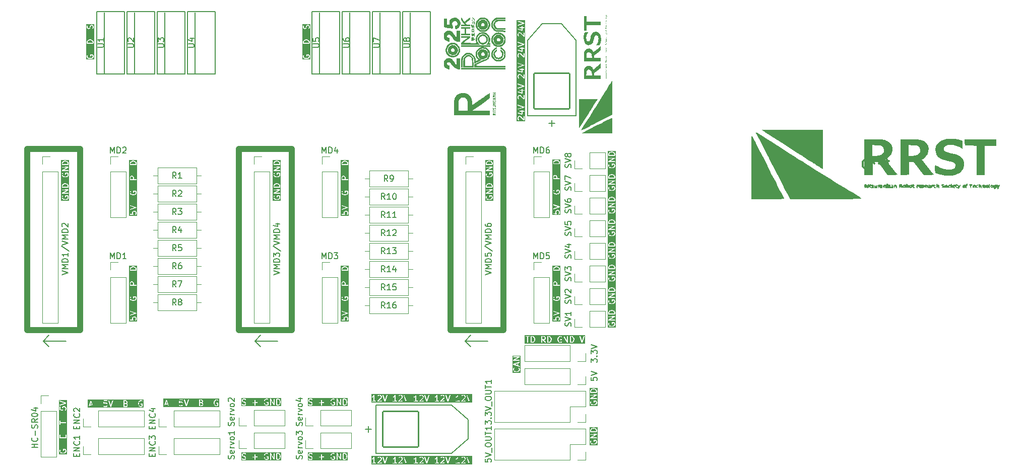
<source format=gto>
G04 #@! TF.GenerationSoftware,KiCad,Pcbnew,8.0.3*
G04 #@! TF.CreationDate,2025-05-05T15:44:45+09:00*
G04 #@! TF.ProjectId,F767ZI_MB_V1.4,46373637-5a49-45f4-9d42-5f56312e342e,rev?*
G04 #@! TF.SameCoordinates,Original*
G04 #@! TF.FileFunction,Legend,Top*
G04 #@! TF.FilePolarity,Positive*
%FSLAX46Y46*%
G04 Gerber Fmt 4.6, Leading zero omitted, Abs format (unit mm)*
G04 Created by KiCad (PCBNEW 8.0.3) date 2025-05-05 15:44:45*
%MOMM*%
%LPD*%
G01*
G04 APERTURE LIST*
G04 Aperture macros list*
%AMRoundRect*
0 Rectangle with rounded corners*
0 $1 Rounding radius*
0 $2 $3 $4 $5 $6 $7 $8 $9 X,Y pos of 4 corners*
0 Add a 4 corners polygon primitive as box body*
4,1,4,$2,$3,$4,$5,$6,$7,$8,$9,$2,$3,0*
0 Add four circle primitives for the rounded corners*
1,1,$1+$1,$2,$3*
1,1,$1+$1,$4,$5*
1,1,$1+$1,$6,$7*
1,1,$1+$1,$8,$9*
0 Add four rect primitives between the rounded corners*
20,1,$1+$1,$2,$3,$4,$5,0*
20,1,$1+$1,$4,$5,$6,$7,0*
20,1,$1+$1,$6,$7,$8,$9,0*
20,1,$1+$1,$8,$9,$2,$3,0*%
G04 Aperture macros list end*
%ADD10C,1.000000*%
%ADD11C,0.150000*%
%ADD12C,0.300000*%
%ADD13C,0.000000*%
%ADD14C,0.152400*%
%ADD15C,0.120000*%
%ADD16C,0.127000*%
%ADD17R,1.625600X1.625600*%
%ADD18C,1.625600*%
%ADD19R,1.700000X1.700000*%
%ADD20O,1.700000X1.700000*%
%ADD21C,1.600000*%
%ADD22O,1.600000X1.600000*%
%ADD23C,6.204000*%
%ADD24RoundRect,0.102000X-3.000000X-3.000000X3.000000X-3.000000X3.000000X3.000000X-3.000000X3.000000X0*%
%ADD25RoundRect,0.102000X3.000000X-3.000000X3.000000X3.000000X-3.000000X3.000000X-3.000000X-3.000000X0*%
G04 APERTURE END LIST*
D10*
X74930000Y-86243000D02*
X83820000Y-86243000D01*
X83820000Y-116723000D01*
X74930000Y-116723000D01*
X74930000Y-86243000D01*
X110490000Y-86243000D02*
X119380000Y-86243000D01*
X119380000Y-116723000D01*
X110490000Y-116723000D01*
X110490000Y-86243000D01*
X146050000Y-86243000D02*
X154940000Y-86243000D01*
X154940000Y-116723000D01*
X146050000Y-116723000D01*
X146050000Y-86243000D01*
D11*
G36*
X91575518Y-129144566D02*
G01*
X91602179Y-129170305D01*
X91637637Y-129239162D01*
X91638622Y-129346794D01*
X91605442Y-129415175D01*
X91575196Y-129446504D01*
X91506509Y-129481875D01*
X91215961Y-129482933D01*
X91215428Y-129107701D01*
X91458512Y-129106694D01*
X91575518Y-129144566D01*
G37*
G36*
X91523233Y-128663871D02*
G01*
X91554560Y-128694115D01*
X91590082Y-128763096D01*
X91590871Y-128823257D01*
X91557823Y-128891366D01*
X91527578Y-128922694D01*
X91458875Y-128958073D01*
X91215217Y-128959082D01*
X91214751Y-128631513D01*
X91454501Y-128630520D01*
X91523233Y-128663871D01*
G37*
G36*
X85752317Y-129196406D02*
G01*
X85482277Y-129197199D01*
X85616822Y-128791742D01*
X85752317Y-129196406D01*
G37*
G36*
X94422415Y-129742930D02*
G01*
X85098400Y-129742930D01*
X85098400Y-129547439D01*
X85209511Y-129547439D01*
X85211586Y-129576629D01*
X85224672Y-129602802D01*
X85246779Y-129621976D01*
X85274542Y-129631230D01*
X85303732Y-129629155D01*
X85329905Y-129616069D01*
X85349079Y-129593962D01*
X85355073Y-129580536D01*
X85432918Y-129345946D01*
X85802024Y-129344862D01*
X85885431Y-129593961D01*
X85904605Y-129616068D01*
X85930778Y-129629155D01*
X85959968Y-129631230D01*
X85987730Y-129621976D01*
X86009838Y-129602802D01*
X86022924Y-129576628D01*
X86024999Y-129547438D01*
X86021739Y-129533102D01*
X85856716Y-129040249D01*
X87685463Y-129040249D01*
X87686554Y-129043864D01*
X87686554Y-129047640D01*
X87690748Y-129057765D01*
X87693916Y-129068265D01*
X87696307Y-129071188D01*
X87697753Y-129074677D01*
X87705506Y-129082430D01*
X87712447Y-129090913D01*
X87715773Y-129092697D01*
X87718445Y-129095369D01*
X87728572Y-129099564D01*
X87738234Y-129104747D01*
X87741993Y-129105122D01*
X87745482Y-129106568D01*
X87756443Y-129106568D01*
X87767353Y-129107659D01*
X87770969Y-129106568D01*
X87774744Y-129106568D01*
X87784869Y-129102373D01*
X87795369Y-129099206D01*
X87798292Y-129096814D01*
X87801781Y-129095369D01*
X87813146Y-129086042D01*
X87849790Y-129048085D01*
X87918541Y-129012682D01*
X88121277Y-129011526D01*
X88189899Y-129044823D01*
X88221226Y-129075067D01*
X88256629Y-129143818D01*
X88257785Y-129346554D01*
X88224489Y-129415175D01*
X88194243Y-129446504D01*
X88125493Y-129481907D01*
X87922757Y-129483063D01*
X87854136Y-129449767D01*
X87801781Y-129399220D01*
X87774745Y-129388021D01*
X87745482Y-129388021D01*
X87718446Y-129399219D01*
X87697753Y-129419912D01*
X87686554Y-129446948D01*
X87686554Y-129476211D01*
X87697752Y-129503247D01*
X87707079Y-129514612D01*
X87756114Y-129561953D01*
X87761748Y-129568450D01*
X87764893Y-129570429D01*
X87766064Y-129571560D01*
X87767891Y-129572317D01*
X87774191Y-129576282D01*
X87860080Y-129617957D01*
X87861302Y-129619179D01*
X87870161Y-129622848D01*
X87883160Y-129629156D01*
X87885849Y-129629347D01*
X87888338Y-129630378D01*
X87902970Y-129631819D01*
X88129574Y-129630526D01*
X88131684Y-129631230D01*
X88142626Y-129630452D01*
X88155697Y-129630378D01*
X88158186Y-129629346D01*
X88160874Y-129629156D01*
X88174606Y-129623901D01*
X88269160Y-129575209D01*
X88277971Y-129571560D01*
X88280873Y-129569177D01*
X88282287Y-129568450D01*
X88283587Y-129566950D01*
X88289337Y-129562232D01*
X88336678Y-129513195D01*
X88343172Y-129507564D01*
X88345151Y-129504418D01*
X88346283Y-129503247D01*
X88347040Y-129501417D01*
X88351004Y-129495121D01*
X88392679Y-129409231D01*
X88393901Y-129408010D01*
X88397570Y-129399150D01*
X88403878Y-129386152D01*
X88404069Y-129383462D01*
X88405100Y-129380974D01*
X88406541Y-129366342D01*
X88405248Y-129139736D01*
X88405952Y-129137627D01*
X88405174Y-129126684D01*
X88405100Y-129113615D01*
X88404069Y-129111126D01*
X88403878Y-129108437D01*
X88398623Y-129094706D01*
X88349931Y-129000151D01*
X88346282Y-128991341D01*
X88343899Y-128988438D01*
X88343172Y-128987025D01*
X88341673Y-128985725D01*
X88336955Y-128979976D01*
X88287919Y-128932634D01*
X88282287Y-128926140D01*
X88279141Y-128924160D01*
X88277971Y-128923030D01*
X88276143Y-128922272D01*
X88269844Y-128918308D01*
X88183955Y-128876633D01*
X88182733Y-128875411D01*
X88173867Y-128871738D01*
X88160874Y-128865434D01*
X88158186Y-128865243D01*
X88155697Y-128864212D01*
X88141065Y-128862771D01*
X87914459Y-128864063D01*
X87912350Y-128863360D01*
X87901407Y-128864137D01*
X87888338Y-128864212D01*
X87885849Y-128865242D01*
X87883160Y-128865434D01*
X87869429Y-128870689D01*
X87850260Y-128880559D01*
X87874419Y-128631623D01*
X88298554Y-128630378D01*
X88325590Y-128619179D01*
X88346282Y-128598487D01*
X88357481Y-128571451D01*
X88357481Y-128566199D01*
X88542845Y-128566199D01*
X88546105Y-128580536D01*
X88877882Y-129571413D01*
X88878253Y-129576629D01*
X88882417Y-129584959D01*
X88885432Y-129593961D01*
X88888942Y-129598008D01*
X88891339Y-129602802D01*
X88898447Y-129608967D01*
X88904606Y-129616068D01*
X88909395Y-129618462D01*
X88913446Y-129621976D01*
X88922371Y-129624950D01*
X88930779Y-129629155D01*
X88936123Y-129629534D01*
X88941209Y-129631230D01*
X88950589Y-129630563D01*
X88959969Y-129631230D01*
X88965054Y-129629534D01*
X88970399Y-129629155D01*
X88978809Y-129624949D01*
X88987731Y-129621976D01*
X88991778Y-129618465D01*
X88996572Y-129616069D01*
X89002735Y-129608963D01*
X89009839Y-129602802D01*
X89012234Y-129598010D01*
X89015746Y-129593962D01*
X89021740Y-129580536D01*
X89358333Y-128566200D01*
X89357666Y-128556819D01*
X91066066Y-128556819D01*
X91067507Y-129571451D01*
X91078706Y-129598487D01*
X91099398Y-129619179D01*
X91126434Y-129630378D01*
X91141066Y-129631819D01*
X91510368Y-129630473D01*
X91512637Y-129631230D01*
X91523978Y-129630424D01*
X91536650Y-129630378D01*
X91539139Y-129629346D01*
X91541827Y-129629156D01*
X91555559Y-129623901D01*
X91650113Y-129575209D01*
X91658924Y-129571560D01*
X91661826Y-129569177D01*
X91663240Y-129568450D01*
X91664540Y-129566950D01*
X91670290Y-129562232D01*
X91717631Y-129513195D01*
X91724125Y-129507564D01*
X91726104Y-129504418D01*
X91727236Y-129503247D01*
X91727993Y-129501417D01*
X91731957Y-129495121D01*
X91773632Y-129409231D01*
X91774854Y-129408010D01*
X91778523Y-129399150D01*
X91784831Y-129386152D01*
X91785022Y-129383462D01*
X91786053Y-129380974D01*
X91787494Y-129366342D01*
X91786289Y-129234711D01*
X91786905Y-129232865D01*
X91786179Y-129222650D01*
X91786053Y-129208853D01*
X91785022Y-129206364D01*
X91784831Y-129203675D01*
X91779576Y-129189944D01*
X91730884Y-129095389D01*
X91727235Y-129086579D01*
X91724852Y-129083676D01*
X91724125Y-129082263D01*
X91722626Y-129080963D01*
X91717908Y-129075214D01*
X91677081Y-129035798D01*
X91676505Y-129034645D01*
X91670425Y-129029371D01*
X91658924Y-129018268D01*
X91656433Y-129017236D01*
X91654398Y-129015471D01*
X91647711Y-129012485D01*
X91670011Y-128989387D01*
X91674620Y-128985390D01*
X93542257Y-128985390D01*
X93543524Y-129123969D01*
X93542346Y-129131893D01*
X93543680Y-129140917D01*
X93543698Y-129142879D01*
X93544120Y-129143900D01*
X93544496Y-129146437D01*
X93592013Y-129331135D01*
X93592539Y-129338532D01*
X93596741Y-129349514D01*
X93597062Y-129350759D01*
X93597384Y-129351194D01*
X93597794Y-129352264D01*
X93646484Y-129446816D01*
X93650134Y-129455628D01*
X93652517Y-129458532D01*
X93653245Y-129459945D01*
X93654743Y-129461244D01*
X93659462Y-129466994D01*
X93747631Y-129553479D01*
X93748483Y-129555183D01*
X93756127Y-129561813D01*
X93766065Y-129571561D01*
X93768555Y-129572592D01*
X93770590Y-129574357D01*
X93784016Y-129580351D01*
X93926597Y-129626500D01*
X93935958Y-129630378D01*
X93939721Y-129630748D01*
X93941209Y-129631230D01*
X93943183Y-129631089D01*
X93950590Y-129631819D01*
X94045907Y-129630568D01*
X94055208Y-129631230D01*
X94058862Y-129630398D01*
X94060460Y-129630378D01*
X94062291Y-129629619D01*
X94069545Y-129627970D01*
X94201335Y-129582759D01*
X94203317Y-129582759D01*
X94212869Y-129578802D01*
X94225827Y-129574357D01*
X94227862Y-129572591D01*
X94230353Y-129571560D01*
X94241719Y-129562232D01*
X94298665Y-129503247D01*
X94305946Y-129485668D01*
X94309863Y-129476212D01*
X94311304Y-129461580D01*
X94309863Y-129113615D01*
X94298664Y-129086579D01*
X94277972Y-129065887D01*
X94250936Y-129054688D01*
X94236304Y-129053247D01*
X94031196Y-129054688D01*
X94004160Y-129065887D01*
X93983468Y-129086579D01*
X93972269Y-129113615D01*
X93972269Y-129142879D01*
X93983468Y-129169915D01*
X94004160Y-129190607D01*
X94031196Y-129201806D01*
X94045828Y-129203247D01*
X94161611Y-129202433D01*
X94162553Y-129430006D01*
X94149748Y-129443269D01*
X94037041Y-129481934D01*
X93965663Y-129482870D01*
X93849736Y-129445348D01*
X93775528Y-129372558D01*
X93736836Y-129297421D01*
X93692218Y-129123991D01*
X93691076Y-128999219D01*
X93733102Y-128826096D01*
X93771827Y-128746286D01*
X93846106Y-128670561D01*
X93959271Y-128631739D01*
X94073899Y-128630690D01*
X94168875Y-128676775D01*
X94198065Y-128678849D01*
X94225827Y-128669595D01*
X94247934Y-128650422D01*
X94261022Y-128624247D01*
X94263096Y-128595057D01*
X94253842Y-128567296D01*
X94234669Y-128545188D01*
X94222226Y-128537356D01*
X94136337Y-128495681D01*
X94135115Y-128494459D01*
X94126249Y-128490786D01*
X94113256Y-128484482D01*
X94110568Y-128484291D01*
X94108079Y-128483260D01*
X94093447Y-128481819D01*
X93951228Y-128483120D01*
X93941209Y-128482408D01*
X93937525Y-128483245D01*
X93935958Y-128483260D01*
X93934127Y-128484018D01*
X93926872Y-128485668D01*
X93795082Y-128530879D01*
X93793102Y-128530879D01*
X93783552Y-128534834D01*
X93770590Y-128539281D01*
X93768555Y-128541045D01*
X93766065Y-128542077D01*
X93754700Y-128551405D01*
X93660768Y-128647167D01*
X93653245Y-128653692D01*
X93651232Y-128656888D01*
X93650135Y-128658008D01*
X93649377Y-128659835D01*
X93645413Y-128666135D01*
X93601146Y-128757366D01*
X93597062Y-128762878D01*
X93593124Y-128773897D01*
X93592539Y-128775105D01*
X93592500Y-128775644D01*
X93592115Y-128776724D01*
X93546874Y-128963089D01*
X93543698Y-128970758D01*
X93542800Y-128979872D01*
X93542346Y-128981744D01*
X93542508Y-128982836D01*
X93542257Y-128985390D01*
X91674620Y-128985390D01*
X91676506Y-128983755D01*
X91678485Y-128980609D01*
X91679616Y-128979439D01*
X91680373Y-128977611D01*
X91684338Y-128971312D01*
X91726013Y-128885422D01*
X91727235Y-128884201D01*
X91730904Y-128875341D01*
X91737212Y-128862343D01*
X91737403Y-128859653D01*
X91738434Y-128857165D01*
X91739875Y-128842533D01*
X91738769Y-128758225D01*
X91739286Y-128756675D01*
X91738627Y-128747404D01*
X91738434Y-128732663D01*
X91737403Y-128730174D01*
X91737212Y-128727485D01*
X91731957Y-128713754D01*
X91683265Y-128619199D01*
X91679616Y-128610389D01*
X91677233Y-128607486D01*
X91676506Y-128606073D01*
X91675007Y-128604773D01*
X91670289Y-128599024D01*
X91621253Y-128551682D01*
X91615621Y-128545188D01*
X91612475Y-128543208D01*
X91611305Y-128542078D01*
X91609477Y-128541320D01*
X91603178Y-128537356D01*
X91517289Y-128495681D01*
X91516067Y-128494459D01*
X91507201Y-128490786D01*
X91494208Y-128484482D01*
X91491520Y-128484291D01*
X91489031Y-128483260D01*
X91474399Y-128481819D01*
X91126434Y-128483260D01*
X91099398Y-128494459D01*
X91078706Y-128515151D01*
X91067507Y-128542187D01*
X91066066Y-128556819D01*
X89357666Y-128556819D01*
X89356258Y-128537010D01*
X89343172Y-128510836D01*
X89321064Y-128491662D01*
X89293302Y-128482408D01*
X89264112Y-128484483D01*
X89237939Y-128497570D01*
X89218765Y-128519677D01*
X89212771Y-128533102D01*
X88951021Y-129321895D01*
X88682413Y-128519676D01*
X88663239Y-128497569D01*
X88637066Y-128484483D01*
X88607876Y-128482408D01*
X88580113Y-128491662D01*
X88558006Y-128510836D01*
X88544920Y-128537009D01*
X88542845Y-128566199D01*
X88357481Y-128566199D01*
X88357481Y-128542187D01*
X88346282Y-128515151D01*
X88325590Y-128494459D01*
X88298554Y-128483260D01*
X88283922Y-128481819D01*
X87810879Y-128483207D01*
X87800492Y-128482169D01*
X87796913Y-128483248D01*
X87793100Y-128483260D01*
X87782973Y-128487454D01*
X87772476Y-128490622D01*
X87769552Y-128493013D01*
X87766064Y-128494459D01*
X87758310Y-128502212D01*
X87749828Y-128509153D01*
X87748043Y-128512479D01*
X87745372Y-128515151D01*
X87741176Y-128525280D01*
X87735994Y-128534940D01*
X87734886Y-128540464D01*
X87734173Y-128542187D01*
X87734173Y-128544023D01*
X87733104Y-128549356D01*
X87687901Y-129015125D01*
X87686554Y-129018378D01*
X87686554Y-129029007D01*
X87685463Y-129040249D01*
X85856716Y-129040249D01*
X85689961Y-128542223D01*
X85689591Y-128537010D01*
X85685427Y-128528683D01*
X85682412Y-128519676D01*
X85678900Y-128515627D01*
X85676505Y-128510836D01*
X85669401Y-128504674D01*
X85663238Y-128497569D01*
X85658444Y-128495172D01*
X85654397Y-128491662D01*
X85645475Y-128488688D01*
X85637065Y-128484483D01*
X85631720Y-128484103D01*
X85626635Y-128482408D01*
X85617255Y-128483074D01*
X85607875Y-128482408D01*
X85602789Y-128484103D01*
X85597445Y-128484483D01*
X85589037Y-128488687D01*
X85580112Y-128491662D01*
X85576061Y-128495175D01*
X85571272Y-128497570D01*
X85565113Y-128504670D01*
X85558005Y-128510836D01*
X85555608Y-128515629D01*
X85552098Y-128519677D01*
X85546104Y-128533102D01*
X85307929Y-129250850D01*
X85305601Y-129256472D01*
X85305601Y-129257867D01*
X85209511Y-129547439D01*
X85098400Y-129547439D01*
X85098400Y-128370708D01*
X94422415Y-128370708D01*
X94422415Y-129742930D01*
G37*
G36*
X117181632Y-137548290D02*
G01*
X117255841Y-137621080D01*
X117294532Y-137696215D01*
X117339150Y-137869645D01*
X117340292Y-137994417D01*
X117298266Y-138167540D01*
X117259541Y-138247350D01*
X117185264Y-138323076D01*
X117072185Y-138361867D01*
X116917578Y-138362749D01*
X116916369Y-137511398D01*
X117065036Y-137510551D01*
X117181632Y-137548290D01*
G37*
G36*
X117600223Y-138622930D02*
G01*
X110847049Y-138622930D01*
X110847049Y-137627295D01*
X110958160Y-137627295D01*
X110959265Y-137711601D01*
X110958749Y-137713152D01*
X110959407Y-137722421D01*
X110959601Y-137737165D01*
X110960632Y-137739654D01*
X110960823Y-137742342D01*
X110966078Y-137756074D01*
X111014770Y-137850630D01*
X111018419Y-137859439D01*
X111020801Y-137862341D01*
X111021529Y-137863755D01*
X111023027Y-137865054D01*
X111027746Y-137870804D01*
X111076781Y-137918145D01*
X111082414Y-137924640D01*
X111085559Y-137926619D01*
X111086730Y-137927750D01*
X111088557Y-137928507D01*
X111094857Y-137932472D01*
X111186089Y-137976740D01*
X111191600Y-137980823D01*
X111202615Y-137984758D01*
X111203826Y-137985346D01*
X111204366Y-137985384D01*
X111205446Y-137985770D01*
X111382929Y-138028854D01*
X111462946Y-138067680D01*
X111494273Y-138097924D01*
X111529795Y-138166905D01*
X111530584Y-138227066D01*
X111497536Y-138295175D01*
X111467290Y-138326504D01*
X111398540Y-138361907D01*
X111191759Y-138363086D01*
X111042540Y-138314789D01*
X111013350Y-138316864D01*
X110987177Y-138329950D01*
X110968003Y-138352057D01*
X110958749Y-138379820D01*
X110960824Y-138409010D01*
X110973910Y-138435183D01*
X110996017Y-138454357D01*
X111009443Y-138460351D01*
X111152024Y-138506500D01*
X111161385Y-138510378D01*
X111165148Y-138510748D01*
X111166636Y-138511230D01*
X111168610Y-138511089D01*
X111176017Y-138511819D01*
X111402621Y-138510526D01*
X111404731Y-138511230D01*
X111415673Y-138510452D01*
X111428744Y-138510378D01*
X111431233Y-138509346D01*
X111433921Y-138509156D01*
X111447653Y-138503901D01*
X111542207Y-138455209D01*
X111551018Y-138451560D01*
X111553920Y-138449177D01*
X111555334Y-138448450D01*
X111556634Y-138446950D01*
X111562384Y-138442232D01*
X111609725Y-138393195D01*
X111616219Y-138387564D01*
X111618198Y-138384418D01*
X111619330Y-138383247D01*
X111620087Y-138381417D01*
X111624051Y-138375121D01*
X111665726Y-138289231D01*
X111666948Y-138288010D01*
X111670617Y-138279150D01*
X111676925Y-138266152D01*
X111677116Y-138263462D01*
X111678147Y-138260974D01*
X111679588Y-138246342D01*
X111678482Y-138162034D01*
X111678999Y-138160484D01*
X111678340Y-138151213D01*
X111678147Y-138136472D01*
X111677116Y-138133983D01*
X111676925Y-138131294D01*
X111671670Y-138117563D01*
X111632364Y-138041234D01*
X112721506Y-138041234D01*
X112721506Y-138070498D01*
X112732705Y-138097534D01*
X112753397Y-138118226D01*
X112780433Y-138129425D01*
X112795065Y-138130866D01*
X113101862Y-138130296D01*
X113102458Y-138451451D01*
X113113657Y-138478487D01*
X113134349Y-138499179D01*
X113161385Y-138510378D01*
X113190649Y-138510378D01*
X113217685Y-138499179D01*
X113238377Y-138478487D01*
X113249576Y-138451451D01*
X113251017Y-138436819D01*
X113250447Y-138130020D01*
X113571602Y-138129425D01*
X113598638Y-138118226D01*
X113619330Y-138097534D01*
X113630529Y-138070498D01*
X113630529Y-138041234D01*
X113619330Y-138014198D01*
X113598638Y-137993506D01*
X113571602Y-137982307D01*
X113556970Y-137980866D01*
X113250171Y-137981435D01*
X113249956Y-137865390D01*
X114672446Y-137865390D01*
X114673713Y-138003969D01*
X114672535Y-138011893D01*
X114673869Y-138020917D01*
X114673887Y-138022879D01*
X114674309Y-138023900D01*
X114674685Y-138026437D01*
X114722202Y-138211135D01*
X114722728Y-138218532D01*
X114726930Y-138229514D01*
X114727251Y-138230759D01*
X114727573Y-138231194D01*
X114727983Y-138232264D01*
X114776673Y-138326816D01*
X114780323Y-138335628D01*
X114782706Y-138338532D01*
X114783434Y-138339945D01*
X114784932Y-138341244D01*
X114789651Y-138346994D01*
X114877820Y-138433479D01*
X114878672Y-138435183D01*
X114886316Y-138441813D01*
X114896254Y-138451561D01*
X114898744Y-138452592D01*
X114900779Y-138454357D01*
X114914205Y-138460351D01*
X115056786Y-138506500D01*
X115066147Y-138510378D01*
X115069910Y-138510748D01*
X115071398Y-138511230D01*
X115073372Y-138511089D01*
X115080779Y-138511819D01*
X115176096Y-138510568D01*
X115185397Y-138511230D01*
X115189051Y-138510398D01*
X115190649Y-138510378D01*
X115192480Y-138509619D01*
X115199734Y-138507970D01*
X115331524Y-138462759D01*
X115333506Y-138462759D01*
X115343058Y-138458802D01*
X115356016Y-138454357D01*
X115358051Y-138452591D01*
X115360542Y-138451560D01*
X115371908Y-138442232D01*
X115428854Y-138383247D01*
X115436135Y-138365668D01*
X115440052Y-138356212D01*
X115441493Y-138341580D01*
X115440052Y-137993615D01*
X115428853Y-137966579D01*
X115408161Y-137945887D01*
X115381125Y-137934688D01*
X115366493Y-137933247D01*
X115161385Y-137934688D01*
X115134349Y-137945887D01*
X115113657Y-137966579D01*
X115102458Y-137993615D01*
X115102458Y-138022879D01*
X115113657Y-138049915D01*
X115134349Y-138070607D01*
X115161385Y-138081806D01*
X115176017Y-138083247D01*
X115291800Y-138082433D01*
X115292742Y-138310006D01*
X115279937Y-138323269D01*
X115167230Y-138361934D01*
X115095852Y-138362870D01*
X114979925Y-138325348D01*
X114905717Y-138252558D01*
X114867025Y-138177421D01*
X114822407Y-138003991D01*
X114821265Y-137879219D01*
X114863291Y-137706096D01*
X114902016Y-137626286D01*
X114976295Y-137550561D01*
X115089460Y-137511739D01*
X115204088Y-137510690D01*
X115299064Y-137556775D01*
X115328254Y-137558849D01*
X115356016Y-137549595D01*
X115378123Y-137530422D01*
X115391211Y-137504247D01*
X115393285Y-137475057D01*
X115384031Y-137447296D01*
X115374945Y-137436819D01*
X115720065Y-137436819D01*
X115721506Y-138451451D01*
X115732705Y-138478487D01*
X115753397Y-138499179D01*
X115780433Y-138510378D01*
X115809697Y-138510378D01*
X115836733Y-138499179D01*
X115857425Y-138478487D01*
X115868624Y-138451451D01*
X115870065Y-138436819D01*
X115869042Y-137716749D01*
X116300389Y-138469448D01*
X116304133Y-138478487D01*
X116307495Y-138481849D01*
X116309885Y-138486019D01*
X116317773Y-138492127D01*
X116324825Y-138499179D01*
X116329243Y-138501009D01*
X116333023Y-138503936D01*
X116342644Y-138506560D01*
X116351861Y-138510378D01*
X116356642Y-138510378D01*
X116361254Y-138511636D01*
X116371151Y-138510378D01*
X116381125Y-138510378D01*
X116385540Y-138508548D01*
X116390284Y-138507946D01*
X116398948Y-138502995D01*
X116408161Y-138499179D01*
X116411539Y-138495800D01*
X116415693Y-138493427D01*
X116421802Y-138485537D01*
X116428853Y-138478487D01*
X116430682Y-138474070D01*
X116433610Y-138470290D01*
X116436234Y-138460666D01*
X116440052Y-138451451D01*
X116440788Y-138443968D01*
X116441310Y-138442058D01*
X116441122Y-138440582D01*
X116441493Y-138436819D01*
X116440073Y-137436819D01*
X116767684Y-137436819D01*
X116769125Y-138451451D01*
X116780324Y-138478487D01*
X116801016Y-138499179D01*
X116828052Y-138510378D01*
X116842684Y-138511819D01*
X117079453Y-138510468D01*
X117090159Y-138511230D01*
X117093867Y-138510386D01*
X117095411Y-138510378D01*
X117097242Y-138509619D01*
X117104496Y-138507970D01*
X117236286Y-138462759D01*
X117238268Y-138462759D01*
X117247820Y-138458802D01*
X117260778Y-138454357D01*
X117262813Y-138452591D01*
X117265304Y-138451560D01*
X117276669Y-138442233D01*
X117370601Y-138346468D01*
X117378124Y-138339945D01*
X117380136Y-138336748D01*
X117381235Y-138335628D01*
X117381992Y-138333798D01*
X117385956Y-138327502D01*
X117430224Y-138236269D01*
X117434307Y-138230759D01*
X117438242Y-138219743D01*
X117438830Y-138218533D01*
X117438868Y-138217992D01*
X117439254Y-138216913D01*
X117484494Y-138030547D01*
X117487671Y-138022879D01*
X117488568Y-138013764D01*
X117489023Y-138011893D01*
X117488860Y-138010800D01*
X117489112Y-138008247D01*
X117487844Y-137869667D01*
X117489023Y-137861744D01*
X117487688Y-137852719D01*
X117487671Y-137850758D01*
X117487248Y-137849736D01*
X117486873Y-137847200D01*
X117439355Y-137662501D01*
X117438830Y-137655104D01*
X117434626Y-137644121D01*
X117434307Y-137642878D01*
X117433984Y-137642442D01*
X117433575Y-137641373D01*
X117384886Y-137546823D01*
X117381235Y-137538008D01*
X117378850Y-137535102D01*
X117378124Y-137533692D01*
X117376627Y-137532393D01*
X117371907Y-137526643D01*
X117283736Y-137440158D01*
X117282885Y-137438455D01*
X117275242Y-137431826D01*
X117265304Y-137422078D01*
X117262813Y-137421046D01*
X117260778Y-137419281D01*
X117247353Y-137413287D01*
X117104774Y-137367138D01*
X117095411Y-137363260D01*
X117091645Y-137362889D01*
X117090159Y-137362408D01*
X117088184Y-137362548D01*
X117080779Y-137361819D01*
X116828052Y-137363260D01*
X116801016Y-137374459D01*
X116780324Y-137395151D01*
X116769125Y-137422187D01*
X116767684Y-137436819D01*
X116440073Y-137436819D01*
X116440052Y-137422187D01*
X116428853Y-137395151D01*
X116408161Y-137374459D01*
X116381125Y-137363260D01*
X116351861Y-137363260D01*
X116324825Y-137374459D01*
X116304133Y-137395151D01*
X116292934Y-137422187D01*
X116291493Y-137436819D01*
X116292515Y-138156888D01*
X115861168Y-137404189D01*
X115857425Y-137395151D01*
X115854062Y-137391788D01*
X115851673Y-137387619D01*
X115843783Y-137381509D01*
X115836733Y-137374459D01*
X115832316Y-137372629D01*
X115828536Y-137369702D01*
X115818912Y-137367077D01*
X115809697Y-137363260D01*
X115804916Y-137363260D01*
X115800304Y-137362002D01*
X115790407Y-137363260D01*
X115780433Y-137363260D01*
X115776017Y-137365089D01*
X115771274Y-137365692D01*
X115762609Y-137370642D01*
X115753397Y-137374459D01*
X115750018Y-137377837D01*
X115745865Y-137380211D01*
X115739755Y-137388100D01*
X115732705Y-137395151D01*
X115730875Y-137399567D01*
X115727948Y-137403348D01*
X115725323Y-137412971D01*
X115721506Y-137422187D01*
X115720769Y-137429669D01*
X115720248Y-137431580D01*
X115720435Y-137433055D01*
X115720065Y-137436819D01*
X115374945Y-137436819D01*
X115364858Y-137425188D01*
X115352415Y-137417356D01*
X115266526Y-137375681D01*
X115265304Y-137374459D01*
X115256438Y-137370786D01*
X115243445Y-137364482D01*
X115240757Y-137364291D01*
X115238268Y-137363260D01*
X115223636Y-137361819D01*
X115081417Y-137363120D01*
X115071398Y-137362408D01*
X115067714Y-137363245D01*
X115066147Y-137363260D01*
X115064316Y-137364018D01*
X115057061Y-137365668D01*
X114925271Y-137410879D01*
X114923291Y-137410879D01*
X114913741Y-137414834D01*
X114900779Y-137419281D01*
X114898744Y-137421045D01*
X114896254Y-137422077D01*
X114884889Y-137431405D01*
X114790957Y-137527167D01*
X114783434Y-137533692D01*
X114781421Y-137536888D01*
X114780324Y-137538008D01*
X114779566Y-137539835D01*
X114775602Y-137546135D01*
X114731335Y-137637366D01*
X114727251Y-137642878D01*
X114723313Y-137653897D01*
X114722728Y-137655105D01*
X114722689Y-137655644D01*
X114722304Y-137656724D01*
X114677063Y-137843089D01*
X114673887Y-137850758D01*
X114672989Y-137859872D01*
X114672535Y-137861744D01*
X114672697Y-137862836D01*
X114672446Y-137865390D01*
X113249956Y-137865390D01*
X113249576Y-137660282D01*
X113238377Y-137633246D01*
X113217685Y-137612554D01*
X113190649Y-137601355D01*
X113161385Y-137601355D01*
X113134349Y-137612554D01*
X113113657Y-137633246D01*
X113102458Y-137660282D01*
X113101017Y-137674914D01*
X113101586Y-137981711D01*
X112780433Y-137982307D01*
X112753397Y-137993506D01*
X112732705Y-138014198D01*
X112721506Y-138041234D01*
X111632364Y-138041234D01*
X111622978Y-138023008D01*
X111619329Y-138014198D01*
X111616946Y-138011295D01*
X111616219Y-138009882D01*
X111614720Y-138008582D01*
X111610002Y-138002833D01*
X111560966Y-137955491D01*
X111555334Y-137948997D01*
X111552188Y-137947017D01*
X111551018Y-137945887D01*
X111549190Y-137945129D01*
X111542891Y-137941165D01*
X111451659Y-137896898D01*
X111446148Y-137892814D01*
X111435128Y-137888876D01*
X111433921Y-137888291D01*
X111433381Y-137888252D01*
X111432302Y-137887867D01*
X111254818Y-137844782D01*
X111174802Y-137805957D01*
X111143474Y-137775712D01*
X111107952Y-137706731D01*
X111107163Y-137646570D01*
X111140212Y-137578460D01*
X111170456Y-137547133D01*
X111239207Y-137511730D01*
X111445988Y-137510551D01*
X111595207Y-137558849D01*
X111624397Y-137556774D01*
X111650571Y-137543688D01*
X111669745Y-137521580D01*
X111678999Y-137493818D01*
X111676924Y-137464628D01*
X111663837Y-137438455D01*
X111641730Y-137419281D01*
X111628305Y-137413287D01*
X111485726Y-137367138D01*
X111476363Y-137363260D01*
X111472597Y-137362889D01*
X111471111Y-137362408D01*
X111469136Y-137362548D01*
X111461731Y-137361819D01*
X111235125Y-137363111D01*
X111233016Y-137362408D01*
X111222073Y-137363185D01*
X111209004Y-137363260D01*
X111206515Y-137364290D01*
X111203826Y-137364482D01*
X111190095Y-137369737D01*
X111095540Y-137418428D01*
X111086730Y-137422078D01*
X111083827Y-137424460D01*
X111082414Y-137425188D01*
X111081114Y-137426686D01*
X111075365Y-137431405D01*
X111028023Y-137480440D01*
X111021529Y-137486073D01*
X111019549Y-137489218D01*
X111018419Y-137490389D01*
X111017661Y-137492216D01*
X111013697Y-137498516D01*
X110972022Y-137584404D01*
X110970800Y-137585627D01*
X110967127Y-137594492D01*
X110960823Y-137607486D01*
X110960632Y-137610173D01*
X110959601Y-137612663D01*
X110958160Y-137627295D01*
X110847049Y-137627295D01*
X110847049Y-137250708D01*
X117600223Y-137250708D01*
X117600223Y-138622930D01*
G37*
G36*
X173336540Y-113502018D02*
G01*
X173416350Y-113540744D01*
X173492076Y-113615021D01*
X173530867Y-113728098D01*
X173531749Y-113882706D01*
X172680398Y-113883915D01*
X172679551Y-113735248D01*
X172717290Y-113618652D01*
X172790080Y-113544443D01*
X172865215Y-113505752D01*
X173038645Y-113461134D01*
X173163417Y-113459992D01*
X173336540Y-113502018D01*
G37*
G36*
X173336540Y-109692494D02*
G01*
X173416350Y-109731220D01*
X173492076Y-109805497D01*
X173530867Y-109918574D01*
X173531749Y-110073182D01*
X172680398Y-110074391D01*
X172679551Y-109925724D01*
X172717290Y-109809128D01*
X172790080Y-109734919D01*
X172865215Y-109696228D01*
X173038645Y-109651610D01*
X173163417Y-109650468D01*
X173336540Y-109692494D01*
G37*
G36*
X173336540Y-105882970D02*
G01*
X173416350Y-105921696D01*
X173492076Y-105995973D01*
X173530867Y-106109050D01*
X173531749Y-106263658D01*
X172680398Y-106264867D01*
X172679551Y-106116200D01*
X172717290Y-105999604D01*
X172790080Y-105925395D01*
X172865215Y-105886704D01*
X173038645Y-105842086D01*
X173163417Y-105840944D01*
X173336540Y-105882970D01*
G37*
G36*
X173336540Y-102073446D02*
G01*
X173416350Y-102112172D01*
X173492076Y-102186449D01*
X173530867Y-102299526D01*
X173531749Y-102454134D01*
X172680398Y-102455343D01*
X172679551Y-102306676D01*
X172717290Y-102190080D01*
X172790080Y-102115871D01*
X172865215Y-102077180D01*
X173038645Y-102032562D01*
X173163417Y-102031420D01*
X173336540Y-102073446D01*
G37*
G36*
X173336540Y-98263922D02*
G01*
X173416350Y-98302648D01*
X173492076Y-98376925D01*
X173530867Y-98490002D01*
X173531749Y-98644610D01*
X172680398Y-98645819D01*
X172679551Y-98497152D01*
X172717290Y-98380556D01*
X172790080Y-98306347D01*
X172865215Y-98267656D01*
X173038645Y-98223038D01*
X173163417Y-98221896D01*
X173336540Y-98263922D01*
G37*
G36*
X173336540Y-94454398D02*
G01*
X173416350Y-94493124D01*
X173492076Y-94567401D01*
X173530867Y-94680478D01*
X173531749Y-94835086D01*
X172680398Y-94836295D01*
X172679551Y-94687628D01*
X172717290Y-94571032D01*
X172790080Y-94496823D01*
X172865215Y-94458132D01*
X173038645Y-94413514D01*
X173163417Y-94412372D01*
X173336540Y-94454398D01*
G37*
G36*
X173336540Y-90644874D02*
G01*
X173416350Y-90683600D01*
X173492076Y-90757877D01*
X173530867Y-90870954D01*
X173531749Y-91025562D01*
X172680398Y-91026771D01*
X172679551Y-90878104D01*
X172717290Y-90761508D01*
X172790080Y-90687299D01*
X172865215Y-90648608D01*
X173038645Y-90603990D01*
X173163417Y-90602848D01*
X173336540Y-90644874D01*
G37*
G36*
X173336540Y-86835350D02*
G01*
X173416350Y-86874076D01*
X173492076Y-86948353D01*
X173530867Y-87061430D01*
X173531749Y-87216038D01*
X172680398Y-87217247D01*
X172679551Y-87068580D01*
X172717290Y-86951984D01*
X172790080Y-86877775D01*
X172865215Y-86839084D01*
X173038645Y-86794466D01*
X173163417Y-86793324D01*
X173336540Y-86835350D01*
G37*
G36*
X173791930Y-116238950D02*
G01*
X172419708Y-116238950D01*
X172419708Y-115576649D01*
X172530819Y-115576649D01*
X172532120Y-115718866D01*
X172531408Y-115728886D01*
X172532245Y-115732569D01*
X172532260Y-115734138D01*
X172533018Y-115735969D01*
X172534668Y-115743223D01*
X172579879Y-115875013D01*
X172579879Y-115876994D01*
X172583834Y-115886543D01*
X172588281Y-115899505D01*
X172590046Y-115901540D01*
X172591078Y-115904031D01*
X172600405Y-115915396D01*
X172696172Y-116009333D01*
X172702692Y-116016851D01*
X172705885Y-116018861D01*
X172707008Y-116019962D01*
X172708840Y-116020720D01*
X172715135Y-116024683D01*
X172806367Y-116068951D01*
X172811878Y-116073034D01*
X172822893Y-116076969D01*
X172824104Y-116077557D01*
X172824644Y-116077595D01*
X172825724Y-116077981D01*
X173012089Y-116123221D01*
X173019758Y-116126398D01*
X173028872Y-116127295D01*
X173030744Y-116127750D01*
X173031836Y-116127587D01*
X173034390Y-116127839D01*
X173172969Y-116126571D01*
X173180893Y-116127750D01*
X173189917Y-116126415D01*
X173191879Y-116126398D01*
X173192900Y-116125975D01*
X173195437Y-116125600D01*
X173380135Y-116078082D01*
X173387532Y-116077557D01*
X173398514Y-116073354D01*
X173399759Y-116073034D01*
X173400194Y-116072711D01*
X173401264Y-116072302D01*
X173495816Y-116023611D01*
X173504628Y-116019962D01*
X173507532Y-116017578D01*
X173508945Y-116016851D01*
X173510244Y-116015352D01*
X173515994Y-116010634D01*
X173602479Y-115922464D01*
X173604183Y-115921613D01*
X173610813Y-115913968D01*
X173620561Y-115904031D01*
X173621592Y-115901540D01*
X173623357Y-115899506D01*
X173629351Y-115886080D01*
X173675500Y-115743498D01*
X173679378Y-115734138D01*
X173679748Y-115730374D01*
X173680230Y-115728887D01*
X173680089Y-115726912D01*
X173680819Y-115719506D01*
X173679568Y-115624187D01*
X173680230Y-115614887D01*
X173679398Y-115611232D01*
X173679378Y-115609636D01*
X173678619Y-115607805D01*
X173676970Y-115600550D01*
X173631759Y-115468759D01*
X173631759Y-115466779D01*
X173627804Y-115457231D01*
X173623357Y-115444268D01*
X173621590Y-115442231D01*
X173620560Y-115439743D01*
X173611232Y-115428377D01*
X173552247Y-115371431D01*
X173536410Y-115364871D01*
X173525212Y-115360233D01*
X173510580Y-115358792D01*
X173162615Y-115360233D01*
X173135579Y-115371432D01*
X173114887Y-115392124D01*
X173103688Y-115419160D01*
X173102247Y-115433792D01*
X173103688Y-115638900D01*
X173114887Y-115665936D01*
X173135579Y-115686628D01*
X173162615Y-115697827D01*
X173191879Y-115697827D01*
X173218915Y-115686628D01*
X173239607Y-115665936D01*
X173250806Y-115638900D01*
X173252247Y-115624268D01*
X173251433Y-115508484D01*
X173479006Y-115507542D01*
X173492270Y-115520347D01*
X173530934Y-115633053D01*
X173531870Y-115704432D01*
X173494348Y-115820359D01*
X173421558Y-115894567D01*
X173346421Y-115933259D01*
X173172991Y-115977877D01*
X173048219Y-115979019D01*
X172875096Y-115936993D01*
X172795286Y-115898268D01*
X172719562Y-115823991D01*
X172680739Y-115710823D01*
X172679690Y-115596196D01*
X172725775Y-115501221D01*
X172727849Y-115472031D01*
X172718595Y-115444269D01*
X172699422Y-115422162D01*
X172673247Y-115409074D01*
X172644057Y-115407000D01*
X172616296Y-115416254D01*
X172594188Y-115435427D01*
X172586356Y-115447870D01*
X172544681Y-115533758D01*
X172543459Y-115534981D01*
X172539786Y-115543846D01*
X172533482Y-115556840D01*
X172533291Y-115559527D01*
X172532260Y-115562017D01*
X172530819Y-115576649D01*
X172419708Y-115576649D01*
X172419708Y-114999981D01*
X172531002Y-114999981D01*
X172532260Y-115009877D01*
X172532260Y-115019852D01*
X172534089Y-115024267D01*
X172534692Y-115029011D01*
X172539642Y-115037675D01*
X172543459Y-115046888D01*
X172546837Y-115050266D01*
X172549211Y-115054420D01*
X172557100Y-115060529D01*
X172564151Y-115067580D01*
X172568567Y-115069409D01*
X172572348Y-115072337D01*
X172581971Y-115074961D01*
X172591187Y-115078779D01*
X172598669Y-115079515D01*
X172600580Y-115080037D01*
X172602055Y-115079849D01*
X172605819Y-115080220D01*
X173620451Y-115078779D01*
X173647487Y-115067580D01*
X173668179Y-115046888D01*
X173679378Y-115019852D01*
X173679378Y-114990588D01*
X173668179Y-114963552D01*
X173647487Y-114942860D01*
X173620451Y-114931661D01*
X173605819Y-114930220D01*
X172885749Y-114931242D01*
X173638448Y-114499895D01*
X173647487Y-114496152D01*
X173650849Y-114492789D01*
X173655019Y-114490400D01*
X173661127Y-114482511D01*
X173668179Y-114475460D01*
X173670009Y-114471041D01*
X173672936Y-114467262D01*
X173675560Y-114457640D01*
X173679378Y-114448424D01*
X173679378Y-114443643D01*
X173680636Y-114439031D01*
X173679378Y-114429134D01*
X173679378Y-114419160D01*
X173677548Y-114414744D01*
X173676946Y-114410001D01*
X173671995Y-114401336D01*
X173668179Y-114392124D01*
X173664800Y-114388745D01*
X173662427Y-114384592D01*
X173654537Y-114378482D01*
X173647487Y-114371432D01*
X173643070Y-114369602D01*
X173639290Y-114366675D01*
X173629666Y-114364050D01*
X173620451Y-114360233D01*
X173612968Y-114359496D01*
X173611058Y-114358975D01*
X173609582Y-114359162D01*
X173605819Y-114358792D01*
X172591187Y-114360233D01*
X172564151Y-114371432D01*
X172543459Y-114392124D01*
X172532260Y-114419160D01*
X172532260Y-114448424D01*
X172543459Y-114475460D01*
X172564151Y-114496152D01*
X172591187Y-114507351D01*
X172605819Y-114508792D01*
X173325888Y-114507769D01*
X172573189Y-114939116D01*
X172564151Y-114942860D01*
X172560788Y-114946222D01*
X172556619Y-114948612D01*
X172550509Y-114956501D01*
X172543459Y-114963552D01*
X172541629Y-114967968D01*
X172538702Y-114971749D01*
X172536077Y-114981372D01*
X172532260Y-114990588D01*
X172532260Y-114995368D01*
X172531002Y-114999981D01*
X172419708Y-114999981D01*
X172419708Y-113719506D01*
X172530819Y-113719506D01*
X172532260Y-113972233D01*
X172543459Y-113999269D01*
X172564151Y-114019961D01*
X172591187Y-114031160D01*
X172605819Y-114032601D01*
X173620451Y-114031160D01*
X173647487Y-114019961D01*
X173668179Y-113999269D01*
X173679378Y-113972233D01*
X173680819Y-113957601D01*
X173679468Y-113720830D01*
X173680230Y-113710125D01*
X173679386Y-113706416D01*
X173679378Y-113704874D01*
X173678619Y-113703043D01*
X173676970Y-113695788D01*
X173631759Y-113563997D01*
X173631759Y-113562017D01*
X173627802Y-113552464D01*
X173623357Y-113539506D01*
X173621592Y-113537471D01*
X173620561Y-113534981D01*
X173611233Y-113523616D01*
X173515468Y-113429683D01*
X173508945Y-113422161D01*
X173505748Y-113420148D01*
X173504628Y-113419050D01*
X173502798Y-113418292D01*
X173496502Y-113414329D01*
X173405270Y-113370062D01*
X173399759Y-113365978D01*
X173388739Y-113362040D01*
X173387532Y-113361455D01*
X173386992Y-113361416D01*
X173385913Y-113361031D01*
X173199547Y-113315790D01*
X173191879Y-113312614D01*
X173182764Y-113311716D01*
X173180893Y-113311262D01*
X173179800Y-113311424D01*
X173177247Y-113311173D01*
X173038667Y-113312440D01*
X173030744Y-113311262D01*
X173021719Y-113312596D01*
X173019758Y-113312614D01*
X173018736Y-113313036D01*
X173016200Y-113313412D01*
X172831501Y-113360929D01*
X172824104Y-113361455D01*
X172813121Y-113365658D01*
X172811878Y-113365978D01*
X172811442Y-113366300D01*
X172810373Y-113366710D01*
X172715823Y-113415398D01*
X172707008Y-113419050D01*
X172704102Y-113421434D01*
X172702692Y-113422161D01*
X172701393Y-113423657D01*
X172695643Y-113428378D01*
X172609158Y-113516548D01*
X172607455Y-113517400D01*
X172600826Y-113525042D01*
X172591078Y-113534981D01*
X172590046Y-113537471D01*
X172588281Y-113539507D01*
X172582287Y-113552932D01*
X172536138Y-113695510D01*
X172532260Y-113704874D01*
X172531889Y-113708639D01*
X172531408Y-113710126D01*
X172531548Y-113712100D01*
X172530819Y-113719506D01*
X172419708Y-113719506D01*
X172419708Y-111767125D01*
X172530819Y-111767125D01*
X172532120Y-111909342D01*
X172531408Y-111919362D01*
X172532245Y-111923045D01*
X172532260Y-111924614D01*
X172533018Y-111926445D01*
X172534668Y-111933699D01*
X172579879Y-112065489D01*
X172579879Y-112067470D01*
X172583834Y-112077019D01*
X172588281Y-112089981D01*
X172590046Y-112092016D01*
X172591078Y-112094507D01*
X172600405Y-112105872D01*
X172696172Y-112199809D01*
X172702692Y-112207327D01*
X172705885Y-112209337D01*
X172707008Y-112210438D01*
X172708840Y-112211196D01*
X172715135Y-112215159D01*
X172806367Y-112259427D01*
X172811878Y-112263510D01*
X172822893Y-112267445D01*
X172824104Y-112268033D01*
X172824644Y-112268071D01*
X172825724Y-112268457D01*
X173012089Y-112313697D01*
X173019758Y-112316874D01*
X173028872Y-112317771D01*
X173030744Y-112318226D01*
X173031836Y-112318063D01*
X173034390Y-112318315D01*
X173172969Y-112317047D01*
X173180893Y-112318226D01*
X173189917Y-112316891D01*
X173191879Y-112316874D01*
X173192900Y-112316451D01*
X173195437Y-112316076D01*
X173380135Y-112268558D01*
X173387532Y-112268033D01*
X173398514Y-112263830D01*
X173399759Y-112263510D01*
X173400194Y-112263187D01*
X173401264Y-112262778D01*
X173495816Y-112214087D01*
X173504628Y-112210438D01*
X173507532Y-112208054D01*
X173508945Y-112207327D01*
X173510244Y-112205828D01*
X173515994Y-112201110D01*
X173602479Y-112112940D01*
X173604183Y-112112089D01*
X173610813Y-112104444D01*
X173620561Y-112094507D01*
X173621592Y-112092016D01*
X173623357Y-112089982D01*
X173629351Y-112076556D01*
X173675500Y-111933974D01*
X173679378Y-111924614D01*
X173679748Y-111920850D01*
X173680230Y-111919363D01*
X173680089Y-111917388D01*
X173680819Y-111909982D01*
X173679568Y-111814663D01*
X173680230Y-111805363D01*
X173679398Y-111801708D01*
X173679378Y-111800112D01*
X173678619Y-111798281D01*
X173676970Y-111791026D01*
X173631759Y-111659235D01*
X173631759Y-111657255D01*
X173627804Y-111647707D01*
X173623357Y-111634744D01*
X173621590Y-111632707D01*
X173620560Y-111630219D01*
X173611232Y-111618853D01*
X173552247Y-111561907D01*
X173536410Y-111555347D01*
X173525212Y-111550709D01*
X173510580Y-111549268D01*
X173162615Y-111550709D01*
X173135579Y-111561908D01*
X173114887Y-111582600D01*
X173103688Y-111609636D01*
X173102247Y-111624268D01*
X173103688Y-111829376D01*
X173114887Y-111856412D01*
X173135579Y-111877104D01*
X173162615Y-111888303D01*
X173191879Y-111888303D01*
X173218915Y-111877104D01*
X173239607Y-111856412D01*
X173250806Y-111829376D01*
X173252247Y-111814744D01*
X173251433Y-111698960D01*
X173479006Y-111698018D01*
X173492270Y-111710823D01*
X173530934Y-111823529D01*
X173531870Y-111894908D01*
X173494348Y-112010835D01*
X173421558Y-112085043D01*
X173346421Y-112123735D01*
X173172991Y-112168353D01*
X173048219Y-112169495D01*
X172875096Y-112127469D01*
X172795286Y-112088744D01*
X172719562Y-112014467D01*
X172680739Y-111901299D01*
X172679690Y-111786672D01*
X172725775Y-111691697D01*
X172727849Y-111662507D01*
X172718595Y-111634745D01*
X172699422Y-111612638D01*
X172673247Y-111599550D01*
X172644057Y-111597476D01*
X172616296Y-111606730D01*
X172594188Y-111625903D01*
X172586356Y-111638346D01*
X172544681Y-111724234D01*
X172543459Y-111725457D01*
X172539786Y-111734322D01*
X172533482Y-111747316D01*
X172533291Y-111750003D01*
X172532260Y-111752493D01*
X172530819Y-111767125D01*
X172419708Y-111767125D01*
X172419708Y-111190457D01*
X172531002Y-111190457D01*
X172532260Y-111200353D01*
X172532260Y-111210328D01*
X172534089Y-111214743D01*
X172534692Y-111219487D01*
X172539642Y-111228151D01*
X172543459Y-111237364D01*
X172546837Y-111240742D01*
X172549211Y-111244896D01*
X172557100Y-111251005D01*
X172564151Y-111258056D01*
X172568567Y-111259885D01*
X172572348Y-111262813D01*
X172581971Y-111265437D01*
X172591187Y-111269255D01*
X172598669Y-111269991D01*
X172600580Y-111270513D01*
X172602055Y-111270325D01*
X172605819Y-111270696D01*
X173620451Y-111269255D01*
X173647487Y-111258056D01*
X173668179Y-111237364D01*
X173679378Y-111210328D01*
X173679378Y-111181064D01*
X173668179Y-111154028D01*
X173647487Y-111133336D01*
X173620451Y-111122137D01*
X173605819Y-111120696D01*
X172885749Y-111121718D01*
X173638448Y-110690371D01*
X173647487Y-110686628D01*
X173650849Y-110683265D01*
X173655019Y-110680876D01*
X173661127Y-110672987D01*
X173668179Y-110665936D01*
X173670009Y-110661517D01*
X173672936Y-110657738D01*
X173675560Y-110648116D01*
X173679378Y-110638900D01*
X173679378Y-110634119D01*
X173680636Y-110629507D01*
X173679378Y-110619610D01*
X173679378Y-110609636D01*
X173677548Y-110605220D01*
X173676946Y-110600477D01*
X173671995Y-110591812D01*
X173668179Y-110582600D01*
X173664800Y-110579221D01*
X173662427Y-110575068D01*
X173654537Y-110568958D01*
X173647487Y-110561908D01*
X173643070Y-110560078D01*
X173639290Y-110557151D01*
X173629666Y-110554526D01*
X173620451Y-110550709D01*
X173612968Y-110549972D01*
X173611058Y-110549451D01*
X173609582Y-110549638D01*
X173605819Y-110549268D01*
X172591187Y-110550709D01*
X172564151Y-110561908D01*
X172543459Y-110582600D01*
X172532260Y-110609636D01*
X172532260Y-110638900D01*
X172543459Y-110665936D01*
X172564151Y-110686628D01*
X172591187Y-110697827D01*
X172605819Y-110699268D01*
X173325888Y-110698245D01*
X172573189Y-111129592D01*
X172564151Y-111133336D01*
X172560788Y-111136698D01*
X172556619Y-111139088D01*
X172550509Y-111146977D01*
X172543459Y-111154028D01*
X172541629Y-111158444D01*
X172538702Y-111162225D01*
X172536077Y-111171848D01*
X172532260Y-111181064D01*
X172532260Y-111185844D01*
X172531002Y-111190457D01*
X172419708Y-111190457D01*
X172419708Y-109909982D01*
X172530819Y-109909982D01*
X172532260Y-110162709D01*
X172543459Y-110189745D01*
X172564151Y-110210437D01*
X172591187Y-110221636D01*
X172605819Y-110223077D01*
X173620451Y-110221636D01*
X173647487Y-110210437D01*
X173668179Y-110189745D01*
X173679378Y-110162709D01*
X173680819Y-110148077D01*
X173679468Y-109911306D01*
X173680230Y-109900601D01*
X173679386Y-109896892D01*
X173679378Y-109895350D01*
X173678619Y-109893519D01*
X173676970Y-109886264D01*
X173631759Y-109754473D01*
X173631759Y-109752493D01*
X173627802Y-109742940D01*
X173623357Y-109729982D01*
X173621592Y-109727947D01*
X173620561Y-109725457D01*
X173611233Y-109714092D01*
X173515468Y-109620159D01*
X173508945Y-109612637D01*
X173505748Y-109610624D01*
X173504628Y-109609526D01*
X173502798Y-109608768D01*
X173496502Y-109604805D01*
X173405270Y-109560538D01*
X173399759Y-109556454D01*
X173388739Y-109552516D01*
X173387532Y-109551931D01*
X173386992Y-109551892D01*
X173385913Y-109551507D01*
X173199547Y-109506266D01*
X173191879Y-109503090D01*
X173182764Y-109502192D01*
X173180893Y-109501738D01*
X173179800Y-109501900D01*
X173177247Y-109501649D01*
X173038667Y-109502916D01*
X173030744Y-109501738D01*
X173021719Y-109503072D01*
X173019758Y-109503090D01*
X173018736Y-109503512D01*
X173016200Y-109503888D01*
X172831501Y-109551405D01*
X172824104Y-109551931D01*
X172813121Y-109556134D01*
X172811878Y-109556454D01*
X172811442Y-109556776D01*
X172810373Y-109557186D01*
X172715823Y-109605874D01*
X172707008Y-109609526D01*
X172704102Y-109611910D01*
X172702692Y-109612637D01*
X172701393Y-109614133D01*
X172695643Y-109618854D01*
X172609158Y-109707024D01*
X172607455Y-109707876D01*
X172600826Y-109715518D01*
X172591078Y-109725457D01*
X172590046Y-109727947D01*
X172588281Y-109729983D01*
X172582287Y-109743408D01*
X172536138Y-109885986D01*
X172532260Y-109895350D01*
X172531889Y-109899115D01*
X172531408Y-109900602D01*
X172531548Y-109902576D01*
X172530819Y-109909982D01*
X172419708Y-109909982D01*
X172419708Y-107957601D01*
X172530819Y-107957601D01*
X172532120Y-108099818D01*
X172531408Y-108109838D01*
X172532245Y-108113521D01*
X172532260Y-108115090D01*
X172533018Y-108116921D01*
X172534668Y-108124175D01*
X172579879Y-108255965D01*
X172579879Y-108257946D01*
X172583834Y-108267495D01*
X172588281Y-108280457D01*
X172590046Y-108282492D01*
X172591078Y-108284983D01*
X172600405Y-108296348D01*
X172696172Y-108390285D01*
X172702692Y-108397803D01*
X172705885Y-108399813D01*
X172707008Y-108400914D01*
X172708840Y-108401672D01*
X172715135Y-108405635D01*
X172806367Y-108449903D01*
X172811878Y-108453986D01*
X172822893Y-108457921D01*
X172824104Y-108458509D01*
X172824644Y-108458547D01*
X172825724Y-108458933D01*
X173012089Y-108504173D01*
X173019758Y-108507350D01*
X173028872Y-108508247D01*
X173030744Y-108508702D01*
X173031836Y-108508539D01*
X173034390Y-108508791D01*
X173172969Y-108507523D01*
X173180893Y-108508702D01*
X173189917Y-108507367D01*
X173191879Y-108507350D01*
X173192900Y-108506927D01*
X173195437Y-108506552D01*
X173380135Y-108459034D01*
X173387532Y-108458509D01*
X173398514Y-108454306D01*
X173399759Y-108453986D01*
X173400194Y-108453663D01*
X173401264Y-108453254D01*
X173495816Y-108404563D01*
X173504628Y-108400914D01*
X173507532Y-108398530D01*
X173508945Y-108397803D01*
X173510244Y-108396304D01*
X173515994Y-108391586D01*
X173602479Y-108303416D01*
X173604183Y-108302565D01*
X173610813Y-108294920D01*
X173620561Y-108284983D01*
X173621592Y-108282492D01*
X173623357Y-108280458D01*
X173629351Y-108267032D01*
X173675500Y-108124450D01*
X173679378Y-108115090D01*
X173679748Y-108111326D01*
X173680230Y-108109839D01*
X173680089Y-108107864D01*
X173680819Y-108100458D01*
X173679568Y-108005139D01*
X173680230Y-107995839D01*
X173679398Y-107992184D01*
X173679378Y-107990588D01*
X173678619Y-107988757D01*
X173676970Y-107981502D01*
X173631759Y-107849711D01*
X173631759Y-107847731D01*
X173627804Y-107838183D01*
X173623357Y-107825220D01*
X173621590Y-107823183D01*
X173620560Y-107820695D01*
X173611232Y-107809329D01*
X173552247Y-107752383D01*
X173536410Y-107745823D01*
X173525212Y-107741185D01*
X173510580Y-107739744D01*
X173162615Y-107741185D01*
X173135579Y-107752384D01*
X173114887Y-107773076D01*
X173103688Y-107800112D01*
X173102247Y-107814744D01*
X173103688Y-108019852D01*
X173114887Y-108046888D01*
X173135579Y-108067580D01*
X173162615Y-108078779D01*
X173191879Y-108078779D01*
X173218915Y-108067580D01*
X173239607Y-108046888D01*
X173250806Y-108019852D01*
X173252247Y-108005220D01*
X173251433Y-107889436D01*
X173479006Y-107888494D01*
X173492270Y-107901299D01*
X173530934Y-108014005D01*
X173531870Y-108085384D01*
X173494348Y-108201311D01*
X173421558Y-108275519D01*
X173346421Y-108314211D01*
X173172991Y-108358829D01*
X173048219Y-108359971D01*
X172875096Y-108317945D01*
X172795286Y-108279220D01*
X172719562Y-108204943D01*
X172680739Y-108091775D01*
X172679690Y-107977148D01*
X172725775Y-107882173D01*
X172727849Y-107852983D01*
X172718595Y-107825221D01*
X172699422Y-107803114D01*
X172673247Y-107790026D01*
X172644057Y-107787952D01*
X172616296Y-107797206D01*
X172594188Y-107816379D01*
X172586356Y-107828822D01*
X172544681Y-107914710D01*
X172543459Y-107915933D01*
X172539786Y-107924798D01*
X172533482Y-107937792D01*
X172533291Y-107940479D01*
X172532260Y-107942969D01*
X172530819Y-107957601D01*
X172419708Y-107957601D01*
X172419708Y-107380933D01*
X172531002Y-107380933D01*
X172532260Y-107390829D01*
X172532260Y-107400804D01*
X172534089Y-107405219D01*
X172534692Y-107409963D01*
X172539642Y-107418627D01*
X172543459Y-107427840D01*
X172546837Y-107431218D01*
X172549211Y-107435372D01*
X172557100Y-107441481D01*
X172564151Y-107448532D01*
X172568567Y-107450361D01*
X172572348Y-107453289D01*
X172581971Y-107455913D01*
X172591187Y-107459731D01*
X172598669Y-107460467D01*
X172600580Y-107460989D01*
X172602055Y-107460801D01*
X172605819Y-107461172D01*
X173620451Y-107459731D01*
X173647487Y-107448532D01*
X173668179Y-107427840D01*
X173679378Y-107400804D01*
X173679378Y-107371540D01*
X173668179Y-107344504D01*
X173647487Y-107323812D01*
X173620451Y-107312613D01*
X173605819Y-107311172D01*
X172885749Y-107312194D01*
X173638448Y-106880847D01*
X173647487Y-106877104D01*
X173650849Y-106873741D01*
X173655019Y-106871352D01*
X173661127Y-106863463D01*
X173668179Y-106856412D01*
X173670009Y-106851993D01*
X173672936Y-106848214D01*
X173675560Y-106838592D01*
X173679378Y-106829376D01*
X173679378Y-106824595D01*
X173680636Y-106819983D01*
X173679378Y-106810086D01*
X173679378Y-106800112D01*
X173677548Y-106795696D01*
X173676946Y-106790953D01*
X173671995Y-106782288D01*
X173668179Y-106773076D01*
X173664800Y-106769697D01*
X173662427Y-106765544D01*
X173654537Y-106759434D01*
X173647487Y-106752384D01*
X173643070Y-106750554D01*
X173639290Y-106747627D01*
X173629666Y-106745002D01*
X173620451Y-106741185D01*
X173612968Y-106740448D01*
X173611058Y-106739927D01*
X173609582Y-106740114D01*
X173605819Y-106739744D01*
X172591187Y-106741185D01*
X172564151Y-106752384D01*
X172543459Y-106773076D01*
X172532260Y-106800112D01*
X172532260Y-106829376D01*
X172543459Y-106856412D01*
X172564151Y-106877104D01*
X172591187Y-106888303D01*
X172605819Y-106889744D01*
X173325888Y-106888721D01*
X172573189Y-107320068D01*
X172564151Y-107323812D01*
X172560788Y-107327174D01*
X172556619Y-107329564D01*
X172550509Y-107337453D01*
X172543459Y-107344504D01*
X172541629Y-107348920D01*
X172538702Y-107352701D01*
X172536077Y-107362324D01*
X172532260Y-107371540D01*
X172532260Y-107376320D01*
X172531002Y-107380933D01*
X172419708Y-107380933D01*
X172419708Y-106100458D01*
X172530819Y-106100458D01*
X172532260Y-106353185D01*
X172543459Y-106380221D01*
X172564151Y-106400913D01*
X172591187Y-106412112D01*
X172605819Y-106413553D01*
X173620451Y-106412112D01*
X173647487Y-106400913D01*
X173668179Y-106380221D01*
X173679378Y-106353185D01*
X173680819Y-106338553D01*
X173679468Y-106101782D01*
X173680230Y-106091077D01*
X173679386Y-106087368D01*
X173679378Y-106085826D01*
X173678619Y-106083995D01*
X173676970Y-106076740D01*
X173631759Y-105944949D01*
X173631759Y-105942969D01*
X173627802Y-105933416D01*
X173623357Y-105920458D01*
X173621592Y-105918423D01*
X173620561Y-105915933D01*
X173611233Y-105904568D01*
X173515468Y-105810635D01*
X173508945Y-105803113D01*
X173505748Y-105801100D01*
X173504628Y-105800002D01*
X173502798Y-105799244D01*
X173496502Y-105795281D01*
X173405270Y-105751014D01*
X173399759Y-105746930D01*
X173388739Y-105742992D01*
X173387532Y-105742407D01*
X173386992Y-105742368D01*
X173385913Y-105741983D01*
X173199547Y-105696742D01*
X173191879Y-105693566D01*
X173182764Y-105692668D01*
X173180893Y-105692214D01*
X173179800Y-105692376D01*
X173177247Y-105692125D01*
X173038667Y-105693392D01*
X173030744Y-105692214D01*
X173021719Y-105693548D01*
X173019758Y-105693566D01*
X173018736Y-105693988D01*
X173016200Y-105694364D01*
X172831501Y-105741881D01*
X172824104Y-105742407D01*
X172813121Y-105746610D01*
X172811878Y-105746930D01*
X172811442Y-105747252D01*
X172810373Y-105747662D01*
X172715823Y-105796350D01*
X172707008Y-105800002D01*
X172704102Y-105802386D01*
X172702692Y-105803113D01*
X172701393Y-105804609D01*
X172695643Y-105809330D01*
X172609158Y-105897500D01*
X172607455Y-105898352D01*
X172600826Y-105905994D01*
X172591078Y-105915933D01*
X172590046Y-105918423D01*
X172588281Y-105920459D01*
X172582287Y-105933884D01*
X172536138Y-106076462D01*
X172532260Y-106085826D01*
X172531889Y-106089591D01*
X172531408Y-106091078D01*
X172531548Y-106093052D01*
X172530819Y-106100458D01*
X172419708Y-106100458D01*
X172419708Y-104148077D01*
X172530819Y-104148077D01*
X172532120Y-104290294D01*
X172531408Y-104300314D01*
X172532245Y-104303997D01*
X172532260Y-104305566D01*
X172533018Y-104307397D01*
X172534668Y-104314651D01*
X172579879Y-104446441D01*
X172579879Y-104448422D01*
X172583834Y-104457971D01*
X172588281Y-104470933D01*
X172590046Y-104472968D01*
X172591078Y-104475459D01*
X172600405Y-104486824D01*
X172696172Y-104580761D01*
X172702692Y-104588279D01*
X172705885Y-104590289D01*
X172707008Y-104591390D01*
X172708840Y-104592148D01*
X172715135Y-104596111D01*
X172806367Y-104640379D01*
X172811878Y-104644462D01*
X172822893Y-104648397D01*
X172824104Y-104648985D01*
X172824644Y-104649023D01*
X172825724Y-104649409D01*
X173012089Y-104694649D01*
X173019758Y-104697826D01*
X173028872Y-104698723D01*
X173030744Y-104699178D01*
X173031836Y-104699015D01*
X173034390Y-104699267D01*
X173172969Y-104697999D01*
X173180893Y-104699178D01*
X173189917Y-104697843D01*
X173191879Y-104697826D01*
X173192900Y-104697403D01*
X173195437Y-104697028D01*
X173380135Y-104649510D01*
X173387532Y-104648985D01*
X173398514Y-104644782D01*
X173399759Y-104644462D01*
X173400194Y-104644139D01*
X173401264Y-104643730D01*
X173495816Y-104595039D01*
X173504628Y-104591390D01*
X173507532Y-104589006D01*
X173508945Y-104588279D01*
X173510244Y-104586780D01*
X173515994Y-104582062D01*
X173602479Y-104493892D01*
X173604183Y-104493041D01*
X173610813Y-104485396D01*
X173620561Y-104475459D01*
X173621592Y-104472968D01*
X173623357Y-104470934D01*
X173629351Y-104457508D01*
X173675500Y-104314926D01*
X173679378Y-104305566D01*
X173679748Y-104301802D01*
X173680230Y-104300315D01*
X173680089Y-104298340D01*
X173680819Y-104290934D01*
X173679568Y-104195615D01*
X173680230Y-104186315D01*
X173679398Y-104182660D01*
X173679378Y-104181064D01*
X173678619Y-104179233D01*
X173676970Y-104171978D01*
X173631759Y-104040187D01*
X173631759Y-104038207D01*
X173627804Y-104028659D01*
X173623357Y-104015696D01*
X173621590Y-104013659D01*
X173620560Y-104011171D01*
X173611232Y-103999805D01*
X173552247Y-103942859D01*
X173536410Y-103936299D01*
X173525212Y-103931661D01*
X173510580Y-103930220D01*
X173162615Y-103931661D01*
X173135579Y-103942860D01*
X173114887Y-103963552D01*
X173103688Y-103990588D01*
X173102247Y-104005220D01*
X173103688Y-104210328D01*
X173114887Y-104237364D01*
X173135579Y-104258056D01*
X173162615Y-104269255D01*
X173191879Y-104269255D01*
X173218915Y-104258056D01*
X173239607Y-104237364D01*
X173250806Y-104210328D01*
X173252247Y-104195696D01*
X173251433Y-104079912D01*
X173479006Y-104078970D01*
X173492270Y-104091775D01*
X173530934Y-104204481D01*
X173531870Y-104275860D01*
X173494348Y-104391787D01*
X173421558Y-104465995D01*
X173346421Y-104504687D01*
X173172991Y-104549305D01*
X173048219Y-104550447D01*
X172875096Y-104508421D01*
X172795286Y-104469696D01*
X172719562Y-104395419D01*
X172680739Y-104282251D01*
X172679690Y-104167624D01*
X172725775Y-104072649D01*
X172727849Y-104043459D01*
X172718595Y-104015697D01*
X172699422Y-103993590D01*
X172673247Y-103980502D01*
X172644057Y-103978428D01*
X172616296Y-103987682D01*
X172594188Y-104006855D01*
X172586356Y-104019298D01*
X172544681Y-104105186D01*
X172543459Y-104106409D01*
X172539786Y-104115274D01*
X172533482Y-104128268D01*
X172533291Y-104130955D01*
X172532260Y-104133445D01*
X172530819Y-104148077D01*
X172419708Y-104148077D01*
X172419708Y-103571409D01*
X172531002Y-103571409D01*
X172532260Y-103581305D01*
X172532260Y-103591280D01*
X172534089Y-103595695D01*
X172534692Y-103600439D01*
X172539642Y-103609103D01*
X172543459Y-103618316D01*
X172546837Y-103621694D01*
X172549211Y-103625848D01*
X172557100Y-103631957D01*
X172564151Y-103639008D01*
X172568567Y-103640837D01*
X172572348Y-103643765D01*
X172581971Y-103646389D01*
X172591187Y-103650207D01*
X172598669Y-103650943D01*
X172600580Y-103651465D01*
X172602055Y-103651277D01*
X172605819Y-103651648D01*
X173620451Y-103650207D01*
X173647487Y-103639008D01*
X173668179Y-103618316D01*
X173679378Y-103591280D01*
X173679378Y-103562016D01*
X173668179Y-103534980D01*
X173647487Y-103514288D01*
X173620451Y-103503089D01*
X173605819Y-103501648D01*
X172885749Y-103502670D01*
X173638448Y-103071323D01*
X173647487Y-103067580D01*
X173650849Y-103064217D01*
X173655019Y-103061828D01*
X173661127Y-103053939D01*
X173668179Y-103046888D01*
X173670009Y-103042469D01*
X173672936Y-103038690D01*
X173675560Y-103029068D01*
X173679378Y-103019852D01*
X173679378Y-103015071D01*
X173680636Y-103010459D01*
X173679378Y-103000562D01*
X173679378Y-102990588D01*
X173677548Y-102986172D01*
X173676946Y-102981429D01*
X173671995Y-102972764D01*
X173668179Y-102963552D01*
X173664800Y-102960173D01*
X173662427Y-102956020D01*
X173654537Y-102949910D01*
X173647487Y-102942860D01*
X173643070Y-102941030D01*
X173639290Y-102938103D01*
X173629666Y-102935478D01*
X173620451Y-102931661D01*
X173612968Y-102930924D01*
X173611058Y-102930403D01*
X173609582Y-102930590D01*
X173605819Y-102930220D01*
X172591187Y-102931661D01*
X172564151Y-102942860D01*
X172543459Y-102963552D01*
X172532260Y-102990588D01*
X172532260Y-103019852D01*
X172543459Y-103046888D01*
X172564151Y-103067580D01*
X172591187Y-103078779D01*
X172605819Y-103080220D01*
X173325888Y-103079197D01*
X172573189Y-103510544D01*
X172564151Y-103514288D01*
X172560788Y-103517650D01*
X172556619Y-103520040D01*
X172550509Y-103527929D01*
X172543459Y-103534980D01*
X172541629Y-103539396D01*
X172538702Y-103543177D01*
X172536077Y-103552800D01*
X172532260Y-103562016D01*
X172532260Y-103566796D01*
X172531002Y-103571409D01*
X172419708Y-103571409D01*
X172419708Y-102290934D01*
X172530819Y-102290934D01*
X172532260Y-102543661D01*
X172543459Y-102570697D01*
X172564151Y-102591389D01*
X172591187Y-102602588D01*
X172605819Y-102604029D01*
X173620451Y-102602588D01*
X173647487Y-102591389D01*
X173668179Y-102570697D01*
X173679378Y-102543661D01*
X173680819Y-102529029D01*
X173679468Y-102292258D01*
X173680230Y-102281553D01*
X173679386Y-102277844D01*
X173679378Y-102276302D01*
X173678619Y-102274471D01*
X173676970Y-102267216D01*
X173631759Y-102135425D01*
X173631759Y-102133445D01*
X173627802Y-102123892D01*
X173623357Y-102110934D01*
X173621592Y-102108899D01*
X173620561Y-102106409D01*
X173611233Y-102095044D01*
X173515468Y-102001111D01*
X173508945Y-101993589D01*
X173505748Y-101991576D01*
X173504628Y-101990478D01*
X173502798Y-101989720D01*
X173496502Y-101985757D01*
X173405270Y-101941490D01*
X173399759Y-101937406D01*
X173388739Y-101933468D01*
X173387532Y-101932883D01*
X173386992Y-101932844D01*
X173385913Y-101932459D01*
X173199547Y-101887218D01*
X173191879Y-101884042D01*
X173182764Y-101883144D01*
X173180893Y-101882690D01*
X173179800Y-101882852D01*
X173177247Y-101882601D01*
X173038667Y-101883868D01*
X173030744Y-101882690D01*
X173021719Y-101884024D01*
X173019758Y-101884042D01*
X173018736Y-101884464D01*
X173016200Y-101884840D01*
X172831501Y-101932357D01*
X172824104Y-101932883D01*
X172813121Y-101937086D01*
X172811878Y-101937406D01*
X172811442Y-101937728D01*
X172810373Y-101938138D01*
X172715823Y-101986826D01*
X172707008Y-101990478D01*
X172704102Y-101992862D01*
X172702692Y-101993589D01*
X172701393Y-101995085D01*
X172695643Y-101999806D01*
X172609158Y-102087976D01*
X172607455Y-102088828D01*
X172600826Y-102096470D01*
X172591078Y-102106409D01*
X172590046Y-102108899D01*
X172588281Y-102110935D01*
X172582287Y-102124360D01*
X172536138Y-102266938D01*
X172532260Y-102276302D01*
X172531889Y-102280067D01*
X172531408Y-102281554D01*
X172531548Y-102283528D01*
X172530819Y-102290934D01*
X172419708Y-102290934D01*
X172419708Y-100338553D01*
X172530819Y-100338553D01*
X172532120Y-100480770D01*
X172531408Y-100490790D01*
X172532245Y-100494473D01*
X172532260Y-100496042D01*
X172533018Y-100497873D01*
X172534668Y-100505127D01*
X172579879Y-100636917D01*
X172579879Y-100638898D01*
X172583834Y-100648447D01*
X172588281Y-100661409D01*
X172590046Y-100663444D01*
X172591078Y-100665935D01*
X172600405Y-100677300D01*
X172696172Y-100771237D01*
X172702692Y-100778755D01*
X172705885Y-100780765D01*
X172707008Y-100781866D01*
X172708840Y-100782624D01*
X172715135Y-100786587D01*
X172806367Y-100830855D01*
X172811878Y-100834938D01*
X172822893Y-100838873D01*
X172824104Y-100839461D01*
X172824644Y-100839499D01*
X172825724Y-100839885D01*
X173012089Y-100885125D01*
X173019758Y-100888302D01*
X173028872Y-100889199D01*
X173030744Y-100889654D01*
X173031836Y-100889491D01*
X173034390Y-100889743D01*
X173172969Y-100888475D01*
X173180893Y-100889654D01*
X173189917Y-100888319D01*
X173191879Y-100888302D01*
X173192900Y-100887879D01*
X173195437Y-100887504D01*
X173380135Y-100839986D01*
X173387532Y-100839461D01*
X173398514Y-100835258D01*
X173399759Y-100834938D01*
X173400194Y-100834615D01*
X173401264Y-100834206D01*
X173495816Y-100785515D01*
X173504628Y-100781866D01*
X173507532Y-100779482D01*
X173508945Y-100778755D01*
X173510244Y-100777256D01*
X173515994Y-100772538D01*
X173602479Y-100684368D01*
X173604183Y-100683517D01*
X173610813Y-100675872D01*
X173620561Y-100665935D01*
X173621592Y-100663444D01*
X173623357Y-100661410D01*
X173629351Y-100647984D01*
X173675500Y-100505402D01*
X173679378Y-100496042D01*
X173679748Y-100492278D01*
X173680230Y-100490791D01*
X173680089Y-100488816D01*
X173680819Y-100481410D01*
X173679568Y-100386091D01*
X173680230Y-100376791D01*
X173679398Y-100373136D01*
X173679378Y-100371540D01*
X173678619Y-100369709D01*
X173676970Y-100362454D01*
X173631759Y-100230663D01*
X173631759Y-100228683D01*
X173627804Y-100219135D01*
X173623357Y-100206172D01*
X173621590Y-100204135D01*
X173620560Y-100201647D01*
X173611232Y-100190281D01*
X173552247Y-100133335D01*
X173536410Y-100126775D01*
X173525212Y-100122137D01*
X173510580Y-100120696D01*
X173162615Y-100122137D01*
X173135579Y-100133336D01*
X173114887Y-100154028D01*
X173103688Y-100181064D01*
X173102247Y-100195696D01*
X173103688Y-100400804D01*
X173114887Y-100427840D01*
X173135579Y-100448532D01*
X173162615Y-100459731D01*
X173191879Y-100459731D01*
X173218915Y-100448532D01*
X173239607Y-100427840D01*
X173250806Y-100400804D01*
X173252247Y-100386172D01*
X173251433Y-100270388D01*
X173479006Y-100269446D01*
X173492270Y-100282251D01*
X173530934Y-100394957D01*
X173531870Y-100466336D01*
X173494348Y-100582263D01*
X173421558Y-100656471D01*
X173346421Y-100695163D01*
X173172991Y-100739781D01*
X173048219Y-100740923D01*
X172875096Y-100698897D01*
X172795286Y-100660172D01*
X172719562Y-100585895D01*
X172680739Y-100472727D01*
X172679690Y-100358100D01*
X172725775Y-100263125D01*
X172727849Y-100233935D01*
X172718595Y-100206173D01*
X172699422Y-100184066D01*
X172673247Y-100170978D01*
X172644057Y-100168904D01*
X172616296Y-100178158D01*
X172594188Y-100197331D01*
X172586356Y-100209774D01*
X172544681Y-100295662D01*
X172543459Y-100296885D01*
X172539786Y-100305750D01*
X172533482Y-100318744D01*
X172533291Y-100321431D01*
X172532260Y-100323921D01*
X172530819Y-100338553D01*
X172419708Y-100338553D01*
X172419708Y-99761885D01*
X172531002Y-99761885D01*
X172532260Y-99771781D01*
X172532260Y-99781756D01*
X172534089Y-99786171D01*
X172534692Y-99790915D01*
X172539642Y-99799579D01*
X172543459Y-99808792D01*
X172546837Y-99812170D01*
X172549211Y-99816324D01*
X172557100Y-99822433D01*
X172564151Y-99829484D01*
X172568567Y-99831313D01*
X172572348Y-99834241D01*
X172581971Y-99836865D01*
X172591187Y-99840683D01*
X172598669Y-99841419D01*
X172600580Y-99841941D01*
X172602055Y-99841753D01*
X172605819Y-99842124D01*
X173620451Y-99840683D01*
X173647487Y-99829484D01*
X173668179Y-99808792D01*
X173679378Y-99781756D01*
X173679378Y-99752492D01*
X173668179Y-99725456D01*
X173647487Y-99704764D01*
X173620451Y-99693565D01*
X173605819Y-99692124D01*
X172885749Y-99693146D01*
X173638448Y-99261799D01*
X173647487Y-99258056D01*
X173650849Y-99254693D01*
X173655019Y-99252304D01*
X173661127Y-99244415D01*
X173668179Y-99237364D01*
X173670009Y-99232945D01*
X173672936Y-99229166D01*
X173675560Y-99219544D01*
X173679378Y-99210328D01*
X173679378Y-99205547D01*
X173680636Y-99200935D01*
X173679378Y-99191038D01*
X173679378Y-99181064D01*
X173677548Y-99176648D01*
X173676946Y-99171905D01*
X173671995Y-99163240D01*
X173668179Y-99154028D01*
X173664800Y-99150649D01*
X173662427Y-99146496D01*
X173654537Y-99140386D01*
X173647487Y-99133336D01*
X173643070Y-99131506D01*
X173639290Y-99128579D01*
X173629666Y-99125954D01*
X173620451Y-99122137D01*
X173612968Y-99121400D01*
X173611058Y-99120879D01*
X173609582Y-99121066D01*
X173605819Y-99120696D01*
X172591187Y-99122137D01*
X172564151Y-99133336D01*
X172543459Y-99154028D01*
X172532260Y-99181064D01*
X172532260Y-99210328D01*
X172543459Y-99237364D01*
X172564151Y-99258056D01*
X172591187Y-99269255D01*
X172605819Y-99270696D01*
X173325888Y-99269673D01*
X172573189Y-99701020D01*
X172564151Y-99704764D01*
X172560788Y-99708126D01*
X172556619Y-99710516D01*
X172550509Y-99718405D01*
X172543459Y-99725456D01*
X172541629Y-99729872D01*
X172538702Y-99733653D01*
X172536077Y-99743276D01*
X172532260Y-99752492D01*
X172532260Y-99757272D01*
X172531002Y-99761885D01*
X172419708Y-99761885D01*
X172419708Y-98481410D01*
X172530819Y-98481410D01*
X172532260Y-98734137D01*
X172543459Y-98761173D01*
X172564151Y-98781865D01*
X172591187Y-98793064D01*
X172605819Y-98794505D01*
X173620451Y-98793064D01*
X173647487Y-98781865D01*
X173668179Y-98761173D01*
X173679378Y-98734137D01*
X173680819Y-98719505D01*
X173679468Y-98482734D01*
X173680230Y-98472029D01*
X173679386Y-98468320D01*
X173679378Y-98466778D01*
X173678619Y-98464947D01*
X173676970Y-98457692D01*
X173631759Y-98325901D01*
X173631759Y-98323921D01*
X173627802Y-98314368D01*
X173623357Y-98301410D01*
X173621592Y-98299375D01*
X173620561Y-98296885D01*
X173611233Y-98285520D01*
X173515468Y-98191587D01*
X173508945Y-98184065D01*
X173505748Y-98182052D01*
X173504628Y-98180954D01*
X173502798Y-98180196D01*
X173496502Y-98176233D01*
X173405270Y-98131966D01*
X173399759Y-98127882D01*
X173388739Y-98123944D01*
X173387532Y-98123359D01*
X173386992Y-98123320D01*
X173385913Y-98122935D01*
X173199547Y-98077694D01*
X173191879Y-98074518D01*
X173182764Y-98073620D01*
X173180893Y-98073166D01*
X173179800Y-98073328D01*
X173177247Y-98073077D01*
X173038667Y-98074344D01*
X173030744Y-98073166D01*
X173021719Y-98074500D01*
X173019758Y-98074518D01*
X173018736Y-98074940D01*
X173016200Y-98075316D01*
X172831501Y-98122833D01*
X172824104Y-98123359D01*
X172813121Y-98127562D01*
X172811878Y-98127882D01*
X172811442Y-98128204D01*
X172810373Y-98128614D01*
X172715823Y-98177302D01*
X172707008Y-98180954D01*
X172704102Y-98183338D01*
X172702692Y-98184065D01*
X172701393Y-98185561D01*
X172695643Y-98190282D01*
X172609158Y-98278452D01*
X172607455Y-98279304D01*
X172600826Y-98286946D01*
X172591078Y-98296885D01*
X172590046Y-98299375D01*
X172588281Y-98301411D01*
X172582287Y-98314836D01*
X172536138Y-98457414D01*
X172532260Y-98466778D01*
X172531889Y-98470543D01*
X172531408Y-98472030D01*
X172531548Y-98474004D01*
X172530819Y-98481410D01*
X172419708Y-98481410D01*
X172419708Y-96529029D01*
X172530819Y-96529029D01*
X172532120Y-96671246D01*
X172531408Y-96681266D01*
X172532245Y-96684949D01*
X172532260Y-96686518D01*
X172533018Y-96688349D01*
X172534668Y-96695603D01*
X172579879Y-96827393D01*
X172579879Y-96829374D01*
X172583834Y-96838923D01*
X172588281Y-96851885D01*
X172590046Y-96853920D01*
X172591078Y-96856411D01*
X172600405Y-96867776D01*
X172696172Y-96961713D01*
X172702692Y-96969231D01*
X172705885Y-96971241D01*
X172707008Y-96972342D01*
X172708840Y-96973100D01*
X172715135Y-96977063D01*
X172806367Y-97021331D01*
X172811878Y-97025414D01*
X172822893Y-97029349D01*
X172824104Y-97029937D01*
X172824644Y-97029975D01*
X172825724Y-97030361D01*
X173012089Y-97075601D01*
X173019758Y-97078778D01*
X173028872Y-97079675D01*
X173030744Y-97080130D01*
X173031836Y-97079967D01*
X173034390Y-97080219D01*
X173172969Y-97078951D01*
X173180893Y-97080130D01*
X173189917Y-97078795D01*
X173191879Y-97078778D01*
X173192900Y-97078355D01*
X173195437Y-97077980D01*
X173380135Y-97030462D01*
X173387532Y-97029937D01*
X173398514Y-97025734D01*
X173399759Y-97025414D01*
X173400194Y-97025091D01*
X173401264Y-97024682D01*
X173495816Y-96975991D01*
X173504628Y-96972342D01*
X173507532Y-96969958D01*
X173508945Y-96969231D01*
X173510244Y-96967732D01*
X173515994Y-96963014D01*
X173602479Y-96874844D01*
X173604183Y-96873993D01*
X173610813Y-96866348D01*
X173620561Y-96856411D01*
X173621592Y-96853920D01*
X173623357Y-96851886D01*
X173629351Y-96838460D01*
X173675500Y-96695878D01*
X173679378Y-96686518D01*
X173679748Y-96682754D01*
X173680230Y-96681267D01*
X173680089Y-96679292D01*
X173680819Y-96671886D01*
X173679568Y-96576567D01*
X173680230Y-96567267D01*
X173679398Y-96563612D01*
X173679378Y-96562016D01*
X173678619Y-96560185D01*
X173676970Y-96552930D01*
X173631759Y-96421139D01*
X173631759Y-96419159D01*
X173627804Y-96409611D01*
X173623357Y-96396648D01*
X173621590Y-96394611D01*
X173620560Y-96392123D01*
X173611232Y-96380757D01*
X173552247Y-96323811D01*
X173536410Y-96317251D01*
X173525212Y-96312613D01*
X173510580Y-96311172D01*
X173162615Y-96312613D01*
X173135579Y-96323812D01*
X173114887Y-96344504D01*
X173103688Y-96371540D01*
X173102247Y-96386172D01*
X173103688Y-96591280D01*
X173114887Y-96618316D01*
X173135579Y-96639008D01*
X173162615Y-96650207D01*
X173191879Y-96650207D01*
X173218915Y-96639008D01*
X173239607Y-96618316D01*
X173250806Y-96591280D01*
X173252247Y-96576648D01*
X173251433Y-96460864D01*
X173479006Y-96459922D01*
X173492270Y-96472727D01*
X173530934Y-96585433D01*
X173531870Y-96656812D01*
X173494348Y-96772739D01*
X173421558Y-96846947D01*
X173346421Y-96885639D01*
X173172991Y-96930257D01*
X173048219Y-96931399D01*
X172875096Y-96889373D01*
X172795286Y-96850648D01*
X172719562Y-96776371D01*
X172680739Y-96663203D01*
X172679690Y-96548576D01*
X172725775Y-96453601D01*
X172727849Y-96424411D01*
X172718595Y-96396649D01*
X172699422Y-96374542D01*
X172673247Y-96361454D01*
X172644057Y-96359380D01*
X172616296Y-96368634D01*
X172594188Y-96387807D01*
X172586356Y-96400250D01*
X172544681Y-96486138D01*
X172543459Y-96487361D01*
X172539786Y-96496226D01*
X172533482Y-96509220D01*
X172533291Y-96511907D01*
X172532260Y-96514397D01*
X172530819Y-96529029D01*
X172419708Y-96529029D01*
X172419708Y-95952361D01*
X172531002Y-95952361D01*
X172532260Y-95962257D01*
X172532260Y-95972232D01*
X172534089Y-95976647D01*
X172534692Y-95981391D01*
X172539642Y-95990055D01*
X172543459Y-95999268D01*
X172546837Y-96002646D01*
X172549211Y-96006800D01*
X172557100Y-96012909D01*
X172564151Y-96019960D01*
X172568567Y-96021789D01*
X172572348Y-96024717D01*
X172581971Y-96027341D01*
X172591187Y-96031159D01*
X172598669Y-96031895D01*
X172600580Y-96032417D01*
X172602055Y-96032229D01*
X172605819Y-96032600D01*
X173620451Y-96031159D01*
X173647487Y-96019960D01*
X173668179Y-95999268D01*
X173679378Y-95972232D01*
X173679378Y-95942968D01*
X173668179Y-95915932D01*
X173647487Y-95895240D01*
X173620451Y-95884041D01*
X173605819Y-95882600D01*
X172885749Y-95883622D01*
X173638448Y-95452275D01*
X173647487Y-95448532D01*
X173650849Y-95445169D01*
X173655019Y-95442780D01*
X173661127Y-95434891D01*
X173668179Y-95427840D01*
X173670009Y-95423421D01*
X173672936Y-95419642D01*
X173675560Y-95410020D01*
X173679378Y-95400804D01*
X173679378Y-95396023D01*
X173680636Y-95391411D01*
X173679378Y-95381514D01*
X173679378Y-95371540D01*
X173677548Y-95367124D01*
X173676946Y-95362381D01*
X173671995Y-95353716D01*
X173668179Y-95344504D01*
X173664800Y-95341125D01*
X173662427Y-95336972D01*
X173654537Y-95330862D01*
X173647487Y-95323812D01*
X173643070Y-95321982D01*
X173639290Y-95319055D01*
X173629666Y-95316430D01*
X173620451Y-95312613D01*
X173612968Y-95311876D01*
X173611058Y-95311355D01*
X173609582Y-95311542D01*
X173605819Y-95311172D01*
X172591187Y-95312613D01*
X172564151Y-95323812D01*
X172543459Y-95344504D01*
X172532260Y-95371540D01*
X172532260Y-95400804D01*
X172543459Y-95427840D01*
X172564151Y-95448532D01*
X172591187Y-95459731D01*
X172605819Y-95461172D01*
X173325888Y-95460149D01*
X172573189Y-95891496D01*
X172564151Y-95895240D01*
X172560788Y-95898602D01*
X172556619Y-95900992D01*
X172550509Y-95908881D01*
X172543459Y-95915932D01*
X172541629Y-95920348D01*
X172538702Y-95924129D01*
X172536077Y-95933752D01*
X172532260Y-95942968D01*
X172532260Y-95947748D01*
X172531002Y-95952361D01*
X172419708Y-95952361D01*
X172419708Y-94671886D01*
X172530819Y-94671886D01*
X172532260Y-94924613D01*
X172543459Y-94951649D01*
X172564151Y-94972341D01*
X172591187Y-94983540D01*
X172605819Y-94984981D01*
X173620451Y-94983540D01*
X173647487Y-94972341D01*
X173668179Y-94951649D01*
X173679378Y-94924613D01*
X173680819Y-94909981D01*
X173679468Y-94673210D01*
X173680230Y-94662505D01*
X173679386Y-94658796D01*
X173679378Y-94657254D01*
X173678619Y-94655423D01*
X173676970Y-94648168D01*
X173631759Y-94516377D01*
X173631759Y-94514397D01*
X173627802Y-94504844D01*
X173623357Y-94491886D01*
X173621592Y-94489851D01*
X173620561Y-94487361D01*
X173611233Y-94475996D01*
X173515468Y-94382063D01*
X173508945Y-94374541D01*
X173505748Y-94372528D01*
X173504628Y-94371430D01*
X173502798Y-94370672D01*
X173496502Y-94366709D01*
X173405270Y-94322442D01*
X173399759Y-94318358D01*
X173388739Y-94314420D01*
X173387532Y-94313835D01*
X173386992Y-94313796D01*
X173385913Y-94313411D01*
X173199547Y-94268170D01*
X173191879Y-94264994D01*
X173182764Y-94264096D01*
X173180893Y-94263642D01*
X173179800Y-94263804D01*
X173177247Y-94263553D01*
X173038667Y-94264820D01*
X173030744Y-94263642D01*
X173021719Y-94264976D01*
X173019758Y-94264994D01*
X173018736Y-94265416D01*
X173016200Y-94265792D01*
X172831501Y-94313309D01*
X172824104Y-94313835D01*
X172813121Y-94318038D01*
X172811878Y-94318358D01*
X172811442Y-94318680D01*
X172810373Y-94319090D01*
X172715823Y-94367778D01*
X172707008Y-94371430D01*
X172704102Y-94373814D01*
X172702692Y-94374541D01*
X172701393Y-94376037D01*
X172695643Y-94380758D01*
X172609158Y-94468928D01*
X172607455Y-94469780D01*
X172600826Y-94477422D01*
X172591078Y-94487361D01*
X172590046Y-94489851D01*
X172588281Y-94491887D01*
X172582287Y-94505312D01*
X172536138Y-94647890D01*
X172532260Y-94657254D01*
X172531889Y-94661019D01*
X172531408Y-94662506D01*
X172531548Y-94664480D01*
X172530819Y-94671886D01*
X172419708Y-94671886D01*
X172419708Y-92719505D01*
X172530819Y-92719505D01*
X172532120Y-92861722D01*
X172531408Y-92871742D01*
X172532245Y-92875425D01*
X172532260Y-92876994D01*
X172533018Y-92878825D01*
X172534668Y-92886079D01*
X172579879Y-93017869D01*
X172579879Y-93019850D01*
X172583834Y-93029399D01*
X172588281Y-93042361D01*
X172590046Y-93044396D01*
X172591078Y-93046887D01*
X172600405Y-93058252D01*
X172696172Y-93152189D01*
X172702692Y-93159707D01*
X172705885Y-93161717D01*
X172707008Y-93162818D01*
X172708840Y-93163576D01*
X172715135Y-93167539D01*
X172806367Y-93211807D01*
X172811878Y-93215890D01*
X172822893Y-93219825D01*
X172824104Y-93220413D01*
X172824644Y-93220451D01*
X172825724Y-93220837D01*
X173012089Y-93266077D01*
X173019758Y-93269254D01*
X173028872Y-93270151D01*
X173030744Y-93270606D01*
X173031836Y-93270443D01*
X173034390Y-93270695D01*
X173172969Y-93269427D01*
X173180893Y-93270606D01*
X173189917Y-93269271D01*
X173191879Y-93269254D01*
X173192900Y-93268831D01*
X173195437Y-93268456D01*
X173380135Y-93220938D01*
X173387532Y-93220413D01*
X173398514Y-93216210D01*
X173399759Y-93215890D01*
X173400194Y-93215567D01*
X173401264Y-93215158D01*
X173495816Y-93166467D01*
X173504628Y-93162818D01*
X173507532Y-93160434D01*
X173508945Y-93159707D01*
X173510244Y-93158208D01*
X173515994Y-93153490D01*
X173602479Y-93065320D01*
X173604183Y-93064469D01*
X173610813Y-93056824D01*
X173620561Y-93046887D01*
X173621592Y-93044396D01*
X173623357Y-93042362D01*
X173629351Y-93028936D01*
X173675500Y-92886354D01*
X173679378Y-92876994D01*
X173679748Y-92873230D01*
X173680230Y-92871743D01*
X173680089Y-92869768D01*
X173680819Y-92862362D01*
X173679568Y-92767043D01*
X173680230Y-92757743D01*
X173679398Y-92754088D01*
X173679378Y-92752492D01*
X173678619Y-92750661D01*
X173676970Y-92743406D01*
X173631759Y-92611615D01*
X173631759Y-92609635D01*
X173627804Y-92600087D01*
X173623357Y-92587124D01*
X173621590Y-92585087D01*
X173620560Y-92582599D01*
X173611232Y-92571233D01*
X173552247Y-92514287D01*
X173536410Y-92507727D01*
X173525212Y-92503089D01*
X173510580Y-92501648D01*
X173162615Y-92503089D01*
X173135579Y-92514288D01*
X173114887Y-92534980D01*
X173103688Y-92562016D01*
X173102247Y-92576648D01*
X173103688Y-92781756D01*
X173114887Y-92808792D01*
X173135579Y-92829484D01*
X173162615Y-92840683D01*
X173191879Y-92840683D01*
X173218915Y-92829484D01*
X173239607Y-92808792D01*
X173250806Y-92781756D01*
X173252247Y-92767124D01*
X173251433Y-92651340D01*
X173479006Y-92650398D01*
X173492270Y-92663203D01*
X173530934Y-92775909D01*
X173531870Y-92847288D01*
X173494348Y-92963215D01*
X173421558Y-93037423D01*
X173346421Y-93076115D01*
X173172991Y-93120733D01*
X173048219Y-93121875D01*
X172875096Y-93079849D01*
X172795286Y-93041124D01*
X172719562Y-92966847D01*
X172680739Y-92853679D01*
X172679690Y-92739052D01*
X172725775Y-92644077D01*
X172727849Y-92614887D01*
X172718595Y-92587125D01*
X172699422Y-92565018D01*
X172673247Y-92551930D01*
X172644057Y-92549856D01*
X172616296Y-92559110D01*
X172594188Y-92578283D01*
X172586356Y-92590726D01*
X172544681Y-92676614D01*
X172543459Y-92677837D01*
X172539786Y-92686702D01*
X172533482Y-92699696D01*
X172533291Y-92702383D01*
X172532260Y-92704873D01*
X172530819Y-92719505D01*
X172419708Y-92719505D01*
X172419708Y-92142837D01*
X172531002Y-92142837D01*
X172532260Y-92152733D01*
X172532260Y-92162708D01*
X172534089Y-92167123D01*
X172534692Y-92171867D01*
X172539642Y-92180531D01*
X172543459Y-92189744D01*
X172546837Y-92193122D01*
X172549211Y-92197276D01*
X172557100Y-92203385D01*
X172564151Y-92210436D01*
X172568567Y-92212265D01*
X172572348Y-92215193D01*
X172581971Y-92217817D01*
X172591187Y-92221635D01*
X172598669Y-92222371D01*
X172600580Y-92222893D01*
X172602055Y-92222705D01*
X172605819Y-92223076D01*
X173620451Y-92221635D01*
X173647487Y-92210436D01*
X173668179Y-92189744D01*
X173679378Y-92162708D01*
X173679378Y-92133444D01*
X173668179Y-92106408D01*
X173647487Y-92085716D01*
X173620451Y-92074517D01*
X173605819Y-92073076D01*
X172885749Y-92074098D01*
X173638448Y-91642751D01*
X173647487Y-91639008D01*
X173650849Y-91635645D01*
X173655019Y-91633256D01*
X173661127Y-91625367D01*
X173668179Y-91618316D01*
X173670009Y-91613897D01*
X173672936Y-91610118D01*
X173675560Y-91600496D01*
X173679378Y-91591280D01*
X173679378Y-91586499D01*
X173680636Y-91581887D01*
X173679378Y-91571990D01*
X173679378Y-91562016D01*
X173677548Y-91557600D01*
X173676946Y-91552857D01*
X173671995Y-91544192D01*
X173668179Y-91534980D01*
X173664800Y-91531601D01*
X173662427Y-91527448D01*
X173654537Y-91521338D01*
X173647487Y-91514288D01*
X173643070Y-91512458D01*
X173639290Y-91509531D01*
X173629666Y-91506906D01*
X173620451Y-91503089D01*
X173612968Y-91502352D01*
X173611058Y-91501831D01*
X173609582Y-91502018D01*
X173605819Y-91501648D01*
X172591187Y-91503089D01*
X172564151Y-91514288D01*
X172543459Y-91534980D01*
X172532260Y-91562016D01*
X172532260Y-91591280D01*
X172543459Y-91618316D01*
X172564151Y-91639008D01*
X172591187Y-91650207D01*
X172605819Y-91651648D01*
X173325888Y-91650625D01*
X172573189Y-92081972D01*
X172564151Y-92085716D01*
X172560788Y-92089078D01*
X172556619Y-92091468D01*
X172550509Y-92099357D01*
X172543459Y-92106408D01*
X172541629Y-92110824D01*
X172538702Y-92114605D01*
X172536077Y-92124228D01*
X172532260Y-92133444D01*
X172532260Y-92138224D01*
X172531002Y-92142837D01*
X172419708Y-92142837D01*
X172419708Y-90862362D01*
X172530819Y-90862362D01*
X172532260Y-91115089D01*
X172543459Y-91142125D01*
X172564151Y-91162817D01*
X172591187Y-91174016D01*
X172605819Y-91175457D01*
X173620451Y-91174016D01*
X173647487Y-91162817D01*
X173668179Y-91142125D01*
X173679378Y-91115089D01*
X173680819Y-91100457D01*
X173679468Y-90863686D01*
X173680230Y-90852981D01*
X173679386Y-90849272D01*
X173679378Y-90847730D01*
X173678619Y-90845899D01*
X173676970Y-90838644D01*
X173631759Y-90706853D01*
X173631759Y-90704873D01*
X173627802Y-90695320D01*
X173623357Y-90682362D01*
X173621592Y-90680327D01*
X173620561Y-90677837D01*
X173611233Y-90666472D01*
X173515468Y-90572539D01*
X173508945Y-90565017D01*
X173505748Y-90563004D01*
X173504628Y-90561906D01*
X173502798Y-90561148D01*
X173496502Y-90557185D01*
X173405270Y-90512918D01*
X173399759Y-90508834D01*
X173388739Y-90504896D01*
X173387532Y-90504311D01*
X173386992Y-90504272D01*
X173385913Y-90503887D01*
X173199547Y-90458646D01*
X173191879Y-90455470D01*
X173182764Y-90454572D01*
X173180893Y-90454118D01*
X173179800Y-90454280D01*
X173177247Y-90454029D01*
X173038667Y-90455296D01*
X173030744Y-90454118D01*
X173021719Y-90455452D01*
X173019758Y-90455470D01*
X173018736Y-90455892D01*
X173016200Y-90456268D01*
X172831501Y-90503785D01*
X172824104Y-90504311D01*
X172813121Y-90508514D01*
X172811878Y-90508834D01*
X172811442Y-90509156D01*
X172810373Y-90509566D01*
X172715823Y-90558254D01*
X172707008Y-90561906D01*
X172704102Y-90564290D01*
X172702692Y-90565017D01*
X172701393Y-90566513D01*
X172695643Y-90571234D01*
X172609158Y-90659404D01*
X172607455Y-90660256D01*
X172600826Y-90667898D01*
X172591078Y-90677837D01*
X172590046Y-90680327D01*
X172588281Y-90682363D01*
X172582287Y-90695788D01*
X172536138Y-90838366D01*
X172532260Y-90847730D01*
X172531889Y-90851495D01*
X172531408Y-90852982D01*
X172531548Y-90854956D01*
X172530819Y-90862362D01*
X172419708Y-90862362D01*
X172419708Y-88909981D01*
X172530819Y-88909981D01*
X172532120Y-89052198D01*
X172531408Y-89062218D01*
X172532245Y-89065901D01*
X172532260Y-89067470D01*
X172533018Y-89069301D01*
X172534668Y-89076555D01*
X172579879Y-89208345D01*
X172579879Y-89210326D01*
X172583834Y-89219875D01*
X172588281Y-89232837D01*
X172590046Y-89234872D01*
X172591078Y-89237363D01*
X172600405Y-89248728D01*
X172696172Y-89342665D01*
X172702692Y-89350183D01*
X172705885Y-89352193D01*
X172707008Y-89353294D01*
X172708840Y-89354052D01*
X172715135Y-89358015D01*
X172806367Y-89402283D01*
X172811878Y-89406366D01*
X172822893Y-89410301D01*
X172824104Y-89410889D01*
X172824644Y-89410927D01*
X172825724Y-89411313D01*
X173012089Y-89456553D01*
X173019758Y-89459730D01*
X173028872Y-89460627D01*
X173030744Y-89461082D01*
X173031836Y-89460919D01*
X173034390Y-89461171D01*
X173172969Y-89459903D01*
X173180893Y-89461082D01*
X173189917Y-89459747D01*
X173191879Y-89459730D01*
X173192900Y-89459307D01*
X173195437Y-89458932D01*
X173380135Y-89411414D01*
X173387532Y-89410889D01*
X173398514Y-89406686D01*
X173399759Y-89406366D01*
X173400194Y-89406043D01*
X173401264Y-89405634D01*
X173495816Y-89356943D01*
X173504628Y-89353294D01*
X173507532Y-89350910D01*
X173508945Y-89350183D01*
X173510244Y-89348684D01*
X173515994Y-89343966D01*
X173602479Y-89255796D01*
X173604183Y-89254945D01*
X173610813Y-89247300D01*
X173620561Y-89237363D01*
X173621592Y-89234872D01*
X173623357Y-89232838D01*
X173629351Y-89219412D01*
X173675500Y-89076830D01*
X173679378Y-89067470D01*
X173679748Y-89063706D01*
X173680230Y-89062219D01*
X173680089Y-89060244D01*
X173680819Y-89052838D01*
X173679568Y-88957519D01*
X173680230Y-88948219D01*
X173679398Y-88944564D01*
X173679378Y-88942968D01*
X173678619Y-88941137D01*
X173676970Y-88933882D01*
X173631759Y-88802091D01*
X173631759Y-88800111D01*
X173627804Y-88790563D01*
X173623357Y-88777600D01*
X173621590Y-88775563D01*
X173620560Y-88773075D01*
X173611232Y-88761709D01*
X173552247Y-88704763D01*
X173536410Y-88698203D01*
X173525212Y-88693565D01*
X173510580Y-88692124D01*
X173162615Y-88693565D01*
X173135579Y-88704764D01*
X173114887Y-88725456D01*
X173103688Y-88752492D01*
X173102247Y-88767124D01*
X173103688Y-88972232D01*
X173114887Y-88999268D01*
X173135579Y-89019960D01*
X173162615Y-89031159D01*
X173191879Y-89031159D01*
X173218915Y-89019960D01*
X173239607Y-88999268D01*
X173250806Y-88972232D01*
X173252247Y-88957600D01*
X173251433Y-88841816D01*
X173479006Y-88840874D01*
X173492270Y-88853679D01*
X173530934Y-88966385D01*
X173531870Y-89037764D01*
X173494348Y-89153691D01*
X173421558Y-89227899D01*
X173346421Y-89266591D01*
X173172991Y-89311209D01*
X173048219Y-89312351D01*
X172875096Y-89270325D01*
X172795286Y-89231600D01*
X172719562Y-89157323D01*
X172680739Y-89044155D01*
X172679690Y-88929528D01*
X172725775Y-88834553D01*
X172727849Y-88805363D01*
X172718595Y-88777601D01*
X172699422Y-88755494D01*
X172673247Y-88742406D01*
X172644057Y-88740332D01*
X172616296Y-88749586D01*
X172594188Y-88768759D01*
X172586356Y-88781202D01*
X172544681Y-88867090D01*
X172543459Y-88868313D01*
X172539786Y-88877178D01*
X172533482Y-88890172D01*
X172533291Y-88892859D01*
X172532260Y-88895349D01*
X172530819Y-88909981D01*
X172419708Y-88909981D01*
X172419708Y-88333313D01*
X172531002Y-88333313D01*
X172532260Y-88343209D01*
X172532260Y-88353184D01*
X172534089Y-88357599D01*
X172534692Y-88362343D01*
X172539642Y-88371007D01*
X172543459Y-88380220D01*
X172546837Y-88383598D01*
X172549211Y-88387752D01*
X172557100Y-88393861D01*
X172564151Y-88400912D01*
X172568567Y-88402741D01*
X172572348Y-88405669D01*
X172581971Y-88408293D01*
X172591187Y-88412111D01*
X172598669Y-88412847D01*
X172600580Y-88413369D01*
X172602055Y-88413181D01*
X172605819Y-88413552D01*
X173620451Y-88412111D01*
X173647487Y-88400912D01*
X173668179Y-88380220D01*
X173679378Y-88353184D01*
X173679378Y-88323920D01*
X173668179Y-88296884D01*
X173647487Y-88276192D01*
X173620451Y-88264993D01*
X173605819Y-88263552D01*
X172885749Y-88264574D01*
X173638448Y-87833227D01*
X173647487Y-87829484D01*
X173650849Y-87826121D01*
X173655019Y-87823732D01*
X173661127Y-87815843D01*
X173668179Y-87808792D01*
X173670009Y-87804373D01*
X173672936Y-87800594D01*
X173675560Y-87790972D01*
X173679378Y-87781756D01*
X173679378Y-87776975D01*
X173680636Y-87772363D01*
X173679378Y-87762466D01*
X173679378Y-87752492D01*
X173677548Y-87748076D01*
X173676946Y-87743333D01*
X173671995Y-87734668D01*
X173668179Y-87725456D01*
X173664800Y-87722077D01*
X173662427Y-87717924D01*
X173654537Y-87711814D01*
X173647487Y-87704764D01*
X173643070Y-87702934D01*
X173639290Y-87700007D01*
X173629666Y-87697382D01*
X173620451Y-87693565D01*
X173612968Y-87692828D01*
X173611058Y-87692307D01*
X173609582Y-87692494D01*
X173605819Y-87692124D01*
X172591187Y-87693565D01*
X172564151Y-87704764D01*
X172543459Y-87725456D01*
X172532260Y-87752492D01*
X172532260Y-87781756D01*
X172543459Y-87808792D01*
X172564151Y-87829484D01*
X172591187Y-87840683D01*
X172605819Y-87842124D01*
X173325888Y-87841101D01*
X172573189Y-88272448D01*
X172564151Y-88276192D01*
X172560788Y-88279554D01*
X172556619Y-88281944D01*
X172550509Y-88289833D01*
X172543459Y-88296884D01*
X172541629Y-88301300D01*
X172538702Y-88305081D01*
X172536077Y-88314704D01*
X172532260Y-88323920D01*
X172532260Y-88328700D01*
X172531002Y-88333313D01*
X172419708Y-88333313D01*
X172419708Y-87052838D01*
X172530819Y-87052838D01*
X172532260Y-87305565D01*
X172543459Y-87332601D01*
X172564151Y-87353293D01*
X172591187Y-87364492D01*
X172605819Y-87365933D01*
X173620451Y-87364492D01*
X173647487Y-87353293D01*
X173668179Y-87332601D01*
X173679378Y-87305565D01*
X173680819Y-87290933D01*
X173679468Y-87054162D01*
X173680230Y-87043457D01*
X173679386Y-87039748D01*
X173679378Y-87038206D01*
X173678619Y-87036375D01*
X173676970Y-87029120D01*
X173631759Y-86897329D01*
X173631759Y-86895349D01*
X173627802Y-86885796D01*
X173623357Y-86872838D01*
X173621592Y-86870803D01*
X173620561Y-86868313D01*
X173611233Y-86856948D01*
X173515468Y-86763015D01*
X173508945Y-86755493D01*
X173505748Y-86753480D01*
X173504628Y-86752382D01*
X173502798Y-86751624D01*
X173496502Y-86747661D01*
X173405270Y-86703394D01*
X173399759Y-86699310D01*
X173388739Y-86695372D01*
X173387532Y-86694787D01*
X173386992Y-86694748D01*
X173385913Y-86694363D01*
X173199547Y-86649122D01*
X173191879Y-86645946D01*
X173182764Y-86645048D01*
X173180893Y-86644594D01*
X173179800Y-86644756D01*
X173177247Y-86644505D01*
X173038667Y-86645772D01*
X173030744Y-86644594D01*
X173021719Y-86645928D01*
X173019758Y-86645946D01*
X173018736Y-86646368D01*
X173016200Y-86646744D01*
X172831501Y-86694261D01*
X172824104Y-86694787D01*
X172813121Y-86698990D01*
X172811878Y-86699310D01*
X172811442Y-86699632D01*
X172810373Y-86700042D01*
X172715823Y-86748730D01*
X172707008Y-86752382D01*
X172704102Y-86754766D01*
X172702692Y-86755493D01*
X172701393Y-86756989D01*
X172695643Y-86761710D01*
X172609158Y-86849880D01*
X172607455Y-86850732D01*
X172600826Y-86858374D01*
X172591078Y-86868313D01*
X172590046Y-86870803D01*
X172588281Y-86872839D01*
X172582287Y-86886264D01*
X172536138Y-87028842D01*
X172532260Y-87038206D01*
X172531889Y-87041971D01*
X172531408Y-87043458D01*
X172531548Y-87045432D01*
X172530819Y-87052838D01*
X172419708Y-87052838D01*
X172419708Y-86533394D01*
X173791930Y-86533394D01*
X173791930Y-116238950D01*
G37*
G36*
X128156986Y-90887700D02*
G01*
X128188313Y-90917944D01*
X128223684Y-90986632D01*
X128224745Y-91277857D01*
X127849550Y-91278390D01*
X127848503Y-90991056D01*
X127881871Y-90922289D01*
X127912115Y-90890962D01*
X127980972Y-90855504D01*
X128088604Y-90854519D01*
X128156986Y-90887700D01*
G37*
G36*
X128505540Y-88372683D02*
G01*
X128585350Y-88411409D01*
X128661076Y-88485686D01*
X128699867Y-88598763D01*
X128700749Y-88753371D01*
X127849398Y-88754580D01*
X127848551Y-88605913D01*
X127886290Y-88489317D01*
X127959080Y-88415108D01*
X128034215Y-88376417D01*
X128207645Y-88331799D01*
X128332417Y-88330657D01*
X128505540Y-88372683D01*
G37*
G36*
X128960930Y-97442600D02*
G01*
X127588708Y-97442600D01*
X127588708Y-96733030D01*
X127699819Y-96733030D01*
X127701207Y-97206072D01*
X127700169Y-97216460D01*
X127701248Y-97220038D01*
X127701260Y-97223852D01*
X127705454Y-97233978D01*
X127708622Y-97244476D01*
X127711013Y-97247399D01*
X127712459Y-97250888D01*
X127720212Y-97258641D01*
X127727153Y-97267124D01*
X127730479Y-97268908D01*
X127733151Y-97271580D01*
X127743280Y-97275775D01*
X127752940Y-97280958D01*
X127758464Y-97282065D01*
X127760187Y-97282779D01*
X127762024Y-97282779D01*
X127767356Y-97283848D01*
X128233124Y-97329050D01*
X128236377Y-97330398D01*
X128247007Y-97330398D01*
X128258249Y-97331489D01*
X128261865Y-97330398D01*
X128265640Y-97330398D01*
X128275764Y-97326204D01*
X128286265Y-97323036D01*
X128289189Y-97320643D01*
X128292676Y-97319199D01*
X128300424Y-97311450D01*
X128308913Y-97304505D01*
X128310698Y-97301176D01*
X128313369Y-97298506D01*
X128317562Y-97288381D01*
X128322747Y-97278718D01*
X128323122Y-97274958D01*
X128324568Y-97271470D01*
X128324568Y-97260508D01*
X128325659Y-97249599D01*
X128324568Y-97245983D01*
X128324568Y-97242207D01*
X128320373Y-97232080D01*
X128317206Y-97221583D01*
X128314814Y-97218659D01*
X128313369Y-97215171D01*
X128304042Y-97203806D01*
X128266085Y-97167161D01*
X128230682Y-97098410D01*
X128229526Y-96895674D01*
X128262823Y-96827052D01*
X128293067Y-96795725D01*
X128361818Y-96760322D01*
X128564554Y-96759166D01*
X128633176Y-96792463D01*
X128664504Y-96822708D01*
X128699907Y-96891458D01*
X128701063Y-97094194D01*
X128667767Y-97162815D01*
X128617220Y-97215171D01*
X128606021Y-97242207D01*
X128606021Y-97271470D01*
X128617219Y-97298506D01*
X128637912Y-97319199D01*
X128664948Y-97330398D01*
X128694211Y-97330398D01*
X128721247Y-97319200D01*
X128732612Y-97309873D01*
X128779953Y-97260837D01*
X128786450Y-97255204D01*
X128788429Y-97252058D01*
X128789560Y-97250888D01*
X128790317Y-97249060D01*
X128794282Y-97242761D01*
X128835957Y-97156871D01*
X128837179Y-97155650D01*
X128840848Y-97146790D01*
X128847156Y-97133792D01*
X128847347Y-97131102D01*
X128848378Y-97128614D01*
X128849819Y-97113982D01*
X128848526Y-96887376D01*
X128849230Y-96885267D01*
X128848452Y-96874324D01*
X128848378Y-96861255D01*
X128847347Y-96858766D01*
X128847156Y-96856077D01*
X128841901Y-96842346D01*
X128793209Y-96747791D01*
X128789560Y-96738981D01*
X128787177Y-96736078D01*
X128786450Y-96734665D01*
X128784950Y-96733364D01*
X128780232Y-96727615D01*
X128731195Y-96680273D01*
X128725564Y-96673780D01*
X128722418Y-96671800D01*
X128721247Y-96670669D01*
X128719417Y-96669911D01*
X128713121Y-96665948D01*
X128627232Y-96624273D01*
X128626010Y-96623051D01*
X128617144Y-96619378D01*
X128604151Y-96613074D01*
X128601463Y-96612883D01*
X128598974Y-96611852D01*
X128584342Y-96610411D01*
X128357736Y-96611703D01*
X128355627Y-96611000D01*
X128344684Y-96611777D01*
X128331615Y-96611852D01*
X128329126Y-96612882D01*
X128326437Y-96613074D01*
X128312706Y-96618329D01*
X128218151Y-96667020D01*
X128209341Y-96670670D01*
X128206438Y-96673052D01*
X128205025Y-96673780D01*
X128203725Y-96675278D01*
X128197976Y-96679997D01*
X128150634Y-96729032D01*
X128144140Y-96734665D01*
X128142160Y-96737810D01*
X128141030Y-96738981D01*
X128140272Y-96740808D01*
X128136308Y-96747108D01*
X128094633Y-96832996D01*
X128093411Y-96834219D01*
X128089738Y-96843084D01*
X128083434Y-96856078D01*
X128083243Y-96858765D01*
X128082212Y-96861255D01*
X128080771Y-96875887D01*
X128082063Y-97102491D01*
X128081360Y-97104601D01*
X128082137Y-97115543D01*
X128082212Y-97128614D01*
X128083243Y-97131103D01*
X128083434Y-97133791D01*
X128088689Y-97147523D01*
X128098559Y-97166691D01*
X127849623Y-97142532D01*
X127848378Y-96718398D01*
X127837179Y-96691362D01*
X127816487Y-96670670D01*
X127789451Y-96659471D01*
X127760187Y-96659471D01*
X127733151Y-96670670D01*
X127712459Y-96691362D01*
X127701260Y-96718398D01*
X127699819Y-96733030D01*
X127588708Y-96733030D01*
X127588708Y-95723650D01*
X127700408Y-95723650D01*
X127702483Y-95752840D01*
X127715569Y-95779013D01*
X127737676Y-95798187D01*
X127751102Y-95804181D01*
X128539895Y-96065930D01*
X127737676Y-96334539D01*
X127715569Y-96353713D01*
X127702483Y-96379886D01*
X127700408Y-96409076D01*
X127709662Y-96436839D01*
X127728836Y-96458946D01*
X127755009Y-96472032D01*
X127784199Y-96474107D01*
X127798536Y-96470847D01*
X128789413Y-96139069D01*
X128794628Y-96138699D01*
X128802956Y-96134534D01*
X128811961Y-96131520D01*
X128816008Y-96128009D01*
X128820802Y-96125613D01*
X128826966Y-96118505D01*
X128834068Y-96112346D01*
X128836463Y-96107554D01*
X128839976Y-96103505D01*
X128842950Y-96094582D01*
X128847155Y-96086173D01*
X128847534Y-96080828D01*
X128849230Y-96075743D01*
X128848563Y-96066363D01*
X128849230Y-96056983D01*
X128847534Y-96051897D01*
X128847155Y-96046553D01*
X128842950Y-96038143D01*
X128839976Y-96029221D01*
X128836463Y-96025171D01*
X128834068Y-96020380D01*
X128826966Y-96014220D01*
X128820802Y-96007113D01*
X128816008Y-96004716D01*
X128811961Y-96001206D01*
X128798536Y-95995212D01*
X127784199Y-95658619D01*
X127755009Y-95660694D01*
X127728836Y-95673780D01*
X127709662Y-95695887D01*
X127700408Y-95723650D01*
X127588708Y-95723650D01*
X127588708Y-93447315D01*
X127699819Y-93447315D01*
X127701120Y-93589532D01*
X127700408Y-93599552D01*
X127701245Y-93603235D01*
X127701260Y-93604804D01*
X127702018Y-93606635D01*
X127703668Y-93613889D01*
X127748879Y-93745679D01*
X127748879Y-93747660D01*
X127752834Y-93757209D01*
X127757281Y-93770171D01*
X127759046Y-93772206D01*
X127760078Y-93774697D01*
X127769405Y-93786062D01*
X127865172Y-93879999D01*
X127871692Y-93887517D01*
X127874885Y-93889527D01*
X127876008Y-93890628D01*
X127877840Y-93891386D01*
X127884135Y-93895349D01*
X127975367Y-93939617D01*
X127980878Y-93943700D01*
X127991893Y-93947635D01*
X127993104Y-93948223D01*
X127993644Y-93948261D01*
X127994724Y-93948647D01*
X128181089Y-93993887D01*
X128188758Y-93997064D01*
X128197872Y-93997961D01*
X128199744Y-93998416D01*
X128200836Y-93998253D01*
X128203390Y-93998505D01*
X128341969Y-93997237D01*
X128349893Y-93998416D01*
X128358917Y-93997081D01*
X128360879Y-93997064D01*
X128361900Y-93996641D01*
X128364437Y-93996266D01*
X128549135Y-93948748D01*
X128556532Y-93948223D01*
X128567514Y-93944020D01*
X128568759Y-93943700D01*
X128569194Y-93943377D01*
X128570264Y-93942968D01*
X128664816Y-93894277D01*
X128673628Y-93890628D01*
X128676532Y-93888244D01*
X128677945Y-93887517D01*
X128679244Y-93886018D01*
X128684994Y-93881300D01*
X128771479Y-93793130D01*
X128773183Y-93792279D01*
X128779813Y-93784634D01*
X128789561Y-93774697D01*
X128790592Y-93772206D01*
X128792357Y-93770172D01*
X128798351Y-93756746D01*
X128844500Y-93614164D01*
X128848378Y-93604804D01*
X128848748Y-93601040D01*
X128849230Y-93599553D01*
X128849089Y-93597578D01*
X128849819Y-93590172D01*
X128848568Y-93494853D01*
X128849230Y-93485553D01*
X128848398Y-93481898D01*
X128848378Y-93480302D01*
X128847619Y-93478471D01*
X128845970Y-93471216D01*
X128800759Y-93339425D01*
X128800759Y-93337445D01*
X128796804Y-93327897D01*
X128792357Y-93314934D01*
X128790590Y-93312897D01*
X128789560Y-93310409D01*
X128780232Y-93299043D01*
X128721247Y-93242097D01*
X128705410Y-93235537D01*
X128694212Y-93230899D01*
X128679580Y-93229458D01*
X128331615Y-93230899D01*
X128304579Y-93242098D01*
X128283887Y-93262790D01*
X128272688Y-93289826D01*
X128271247Y-93304458D01*
X128272688Y-93509566D01*
X128283887Y-93536602D01*
X128304579Y-93557294D01*
X128331615Y-93568493D01*
X128360879Y-93568493D01*
X128387915Y-93557294D01*
X128408607Y-93536602D01*
X128419806Y-93509566D01*
X128421247Y-93494934D01*
X128420433Y-93379150D01*
X128648006Y-93378208D01*
X128661270Y-93391013D01*
X128699934Y-93503719D01*
X128700870Y-93575098D01*
X128663348Y-93691025D01*
X128590558Y-93765233D01*
X128515421Y-93803925D01*
X128341991Y-93848543D01*
X128217219Y-93849685D01*
X128044096Y-93807659D01*
X127964286Y-93768934D01*
X127888562Y-93694657D01*
X127849739Y-93581489D01*
X127848690Y-93466862D01*
X127894775Y-93371887D01*
X127896849Y-93342697D01*
X127887595Y-93314935D01*
X127868422Y-93292828D01*
X127842247Y-93279740D01*
X127813057Y-93277666D01*
X127785296Y-93286920D01*
X127763188Y-93306093D01*
X127755356Y-93318536D01*
X127713681Y-93404424D01*
X127712459Y-93405647D01*
X127708786Y-93414512D01*
X127702482Y-93427506D01*
X127702291Y-93430193D01*
X127701260Y-93432683D01*
X127699819Y-93447315D01*
X127588708Y-93447315D01*
X127588708Y-90971124D01*
X127699819Y-90971124D01*
X127701260Y-91366708D01*
X127712459Y-91393744D01*
X127733151Y-91414436D01*
X127760187Y-91425635D01*
X127774819Y-91427076D01*
X128789451Y-91425635D01*
X128816487Y-91414436D01*
X128837179Y-91393744D01*
X128848378Y-91366708D01*
X128848378Y-91337444D01*
X128837179Y-91310408D01*
X128816487Y-91289716D01*
X128789451Y-91278517D01*
X128774819Y-91277076D01*
X128373356Y-91277646D01*
X128372282Y-90982772D01*
X128373039Y-90980504D01*
X128372233Y-90969162D01*
X128372187Y-90956492D01*
X128371156Y-90954003D01*
X128370965Y-90951314D01*
X128365710Y-90937583D01*
X128317018Y-90843028D01*
X128313369Y-90834218D01*
X128310986Y-90831315D01*
X128310259Y-90829902D01*
X128308760Y-90828602D01*
X128304042Y-90822853D01*
X128255006Y-90775511D01*
X128249374Y-90769017D01*
X128246228Y-90767037D01*
X128245058Y-90765907D01*
X128243230Y-90765149D01*
X128236931Y-90761185D01*
X128151042Y-90719510D01*
X128149820Y-90718288D01*
X128140954Y-90714615D01*
X128127961Y-90708311D01*
X128125273Y-90708120D01*
X128122784Y-90707089D01*
X128108152Y-90705648D01*
X127976521Y-90706852D01*
X127974675Y-90706237D01*
X127964460Y-90706962D01*
X127950663Y-90707089D01*
X127948174Y-90708119D01*
X127945485Y-90708311D01*
X127931754Y-90713566D01*
X127837199Y-90762257D01*
X127828389Y-90765907D01*
X127825486Y-90768289D01*
X127824073Y-90769017D01*
X127822773Y-90770515D01*
X127817024Y-90775234D01*
X127769682Y-90824269D01*
X127763188Y-90829902D01*
X127761208Y-90833047D01*
X127760078Y-90834218D01*
X127759320Y-90836045D01*
X127755356Y-90842345D01*
X127713681Y-90928233D01*
X127712459Y-90929456D01*
X127708786Y-90938321D01*
X127702482Y-90951315D01*
X127702291Y-90954002D01*
X127701260Y-90956492D01*
X127699819Y-90971124D01*
X127588708Y-90971124D01*
X127588708Y-88590171D01*
X127699819Y-88590171D01*
X127701260Y-88842898D01*
X127712459Y-88869934D01*
X127733151Y-88890626D01*
X127760187Y-88901825D01*
X127774819Y-88903266D01*
X128789451Y-88901825D01*
X128816487Y-88890626D01*
X128837179Y-88869934D01*
X128848378Y-88842898D01*
X128849819Y-88828266D01*
X128848468Y-88591495D01*
X128849230Y-88580790D01*
X128848386Y-88577081D01*
X128848378Y-88575539D01*
X128847619Y-88573708D01*
X128845970Y-88566453D01*
X128800759Y-88434662D01*
X128800759Y-88432682D01*
X128796802Y-88423129D01*
X128792357Y-88410171D01*
X128790592Y-88408136D01*
X128789561Y-88405646D01*
X128780233Y-88394281D01*
X128684468Y-88300348D01*
X128677945Y-88292826D01*
X128674748Y-88290813D01*
X128673628Y-88289715D01*
X128671798Y-88288957D01*
X128665502Y-88284994D01*
X128574270Y-88240727D01*
X128568759Y-88236643D01*
X128557739Y-88232705D01*
X128556532Y-88232120D01*
X128555992Y-88232081D01*
X128554913Y-88231696D01*
X128368547Y-88186455D01*
X128360879Y-88183279D01*
X128351764Y-88182381D01*
X128349893Y-88181927D01*
X128348800Y-88182089D01*
X128346247Y-88181838D01*
X128207667Y-88183105D01*
X128199744Y-88181927D01*
X128190719Y-88183261D01*
X128188758Y-88183279D01*
X128187736Y-88183701D01*
X128185200Y-88184077D01*
X128000501Y-88231594D01*
X127993104Y-88232120D01*
X127982121Y-88236323D01*
X127980878Y-88236643D01*
X127980442Y-88236965D01*
X127979373Y-88237375D01*
X127884823Y-88286063D01*
X127876008Y-88289715D01*
X127873102Y-88292099D01*
X127871692Y-88292826D01*
X127870393Y-88294322D01*
X127864643Y-88299043D01*
X127778158Y-88387213D01*
X127776455Y-88388065D01*
X127769826Y-88395707D01*
X127760078Y-88405646D01*
X127759046Y-88408136D01*
X127757281Y-88410172D01*
X127751287Y-88423597D01*
X127705138Y-88566175D01*
X127701260Y-88575539D01*
X127700889Y-88579304D01*
X127700408Y-88580791D01*
X127700548Y-88582765D01*
X127699819Y-88590171D01*
X127588708Y-88590171D01*
X127588708Y-88070727D01*
X128960930Y-88070727D01*
X128960930Y-97442600D01*
G37*
G36*
X149634112Y-139257930D02*
G01*
X132691638Y-139257930D01*
X132691638Y-138348152D01*
X132802749Y-138348152D01*
X132804823Y-138377342D01*
X132817910Y-138403517D01*
X132840018Y-138422690D01*
X132867779Y-138431944D01*
X132896969Y-138429870D01*
X132910701Y-138424615D01*
X133005257Y-138375922D01*
X133014066Y-138372274D01*
X133016968Y-138369891D01*
X133018382Y-138369164D01*
X133019681Y-138367665D01*
X133025431Y-138362947D01*
X133088196Y-138298958D01*
X133089188Y-138997702D01*
X132862528Y-138998260D01*
X132835492Y-139009459D01*
X132814800Y-139030151D01*
X132803601Y-139057187D01*
X132803601Y-139086451D01*
X132814800Y-139113487D01*
X132835492Y-139134179D01*
X132862528Y-139145378D01*
X132877160Y-139146819D01*
X133463220Y-139145378D01*
X133490256Y-139134179D01*
X133510948Y-139113487D01*
X133522147Y-139086451D01*
X133522147Y-139057187D01*
X133708363Y-139057187D01*
X133708363Y-139086451D01*
X133719562Y-139113487D01*
X133740254Y-139134179D01*
X133767290Y-139145378D01*
X133781922Y-139146819D01*
X134415601Y-139145378D01*
X134442637Y-139134179D01*
X134463329Y-139113487D01*
X134474528Y-139086451D01*
X134474528Y-139057187D01*
X134463329Y-139030151D01*
X134442637Y-139009459D01*
X134415601Y-138998260D01*
X134400969Y-138996819D01*
X133961544Y-138997818D01*
X134397056Y-138560778D01*
X134399333Y-138559640D01*
X134407004Y-138550795D01*
X134415711Y-138542058D01*
X134416742Y-138539567D01*
X134418507Y-138537533D01*
X134424501Y-138524107D01*
X134470650Y-138381525D01*
X134474528Y-138372165D01*
X134474898Y-138368401D01*
X134475380Y-138366914D01*
X134475239Y-138364939D01*
X134475969Y-138357533D01*
X134474863Y-138273225D01*
X134475380Y-138271675D01*
X134474721Y-138262404D01*
X134474528Y-138247663D01*
X134473497Y-138245174D01*
X134473306Y-138242485D01*
X134468051Y-138228754D01*
X134419359Y-138134199D01*
X134415710Y-138125389D01*
X134413327Y-138122486D01*
X134412600Y-138121073D01*
X134411101Y-138119773D01*
X134406383Y-138114024D01*
X134372383Y-138081199D01*
X134612273Y-138081199D01*
X134615533Y-138095536D01*
X134947310Y-139086413D01*
X134947681Y-139091629D01*
X134951845Y-139099959D01*
X134954860Y-139108961D01*
X134958370Y-139113008D01*
X134960767Y-139117802D01*
X134967875Y-139123967D01*
X134974034Y-139131068D01*
X134978823Y-139133462D01*
X134982874Y-139136976D01*
X134991799Y-139139950D01*
X135000207Y-139144155D01*
X135005551Y-139144534D01*
X135010637Y-139146230D01*
X135020017Y-139145563D01*
X135029397Y-139146230D01*
X135034482Y-139144534D01*
X135039827Y-139144155D01*
X135048237Y-139139949D01*
X135057159Y-139136976D01*
X135061206Y-139133465D01*
X135066000Y-139131069D01*
X135072163Y-139123963D01*
X135079267Y-139117802D01*
X135081662Y-139113010D01*
X135085174Y-139108962D01*
X135091168Y-139095536D01*
X135339177Y-138348152D01*
X136326559Y-138348152D01*
X136328633Y-138377342D01*
X136341720Y-138403517D01*
X136363828Y-138422690D01*
X136391589Y-138431944D01*
X136420779Y-138429870D01*
X136434511Y-138424615D01*
X136529067Y-138375922D01*
X136537876Y-138372274D01*
X136540778Y-138369891D01*
X136542192Y-138369164D01*
X136543491Y-138367665D01*
X136549241Y-138362947D01*
X136612006Y-138298958D01*
X136612998Y-138997702D01*
X136386338Y-138998260D01*
X136359302Y-139009459D01*
X136338610Y-139030151D01*
X136327411Y-139057187D01*
X136327411Y-139086451D01*
X136338610Y-139113487D01*
X136359302Y-139134179D01*
X136386338Y-139145378D01*
X136400970Y-139146819D01*
X136987030Y-139145378D01*
X137014066Y-139134179D01*
X137034758Y-139113487D01*
X137045957Y-139086451D01*
X137045957Y-139057187D01*
X137232173Y-139057187D01*
X137232173Y-139086451D01*
X137243372Y-139113487D01*
X137264064Y-139134179D01*
X137291100Y-139145378D01*
X137305732Y-139146819D01*
X137939411Y-139145378D01*
X137966447Y-139134179D01*
X137987139Y-139113487D01*
X137998338Y-139086451D01*
X137998338Y-139057187D01*
X137987139Y-139030151D01*
X137966447Y-139009459D01*
X137939411Y-138998260D01*
X137924779Y-138996819D01*
X137485354Y-138997818D01*
X137920866Y-138560778D01*
X137923143Y-138559640D01*
X137930814Y-138550795D01*
X137939521Y-138542058D01*
X137940552Y-138539567D01*
X137942317Y-138537533D01*
X137948311Y-138524107D01*
X137994460Y-138381525D01*
X137998338Y-138372165D01*
X137998708Y-138368401D01*
X137999190Y-138366914D01*
X137999049Y-138364939D01*
X137999779Y-138357533D01*
X137998673Y-138273225D01*
X137999190Y-138271675D01*
X137998531Y-138262404D01*
X137998338Y-138247663D01*
X137997307Y-138245174D01*
X137997116Y-138242485D01*
X137991861Y-138228754D01*
X137943169Y-138134199D01*
X137939520Y-138125389D01*
X137937137Y-138122486D01*
X137936410Y-138121073D01*
X137934911Y-138119773D01*
X137930193Y-138114024D01*
X137896193Y-138081199D01*
X138136083Y-138081199D01*
X138139343Y-138095536D01*
X138471120Y-139086413D01*
X138471491Y-139091629D01*
X138475655Y-139099959D01*
X138478670Y-139108961D01*
X138482180Y-139113008D01*
X138484577Y-139117802D01*
X138491685Y-139123967D01*
X138497844Y-139131068D01*
X138502633Y-139133462D01*
X138506684Y-139136976D01*
X138515609Y-139139950D01*
X138524017Y-139144155D01*
X138529361Y-139144534D01*
X138534447Y-139146230D01*
X138543827Y-139145563D01*
X138553207Y-139146230D01*
X138558292Y-139144534D01*
X138563637Y-139144155D01*
X138572047Y-139139949D01*
X138580969Y-139136976D01*
X138585016Y-139133465D01*
X138589810Y-139131069D01*
X138595973Y-139123963D01*
X138603077Y-139117802D01*
X138605472Y-139113010D01*
X138608984Y-139108962D01*
X138614978Y-139095536D01*
X138862987Y-138348152D01*
X139850369Y-138348152D01*
X139852443Y-138377342D01*
X139865530Y-138403517D01*
X139887638Y-138422690D01*
X139915399Y-138431944D01*
X139944589Y-138429870D01*
X139958321Y-138424615D01*
X140052877Y-138375922D01*
X140061686Y-138372274D01*
X140064588Y-138369891D01*
X140066002Y-138369164D01*
X140067301Y-138367665D01*
X140073051Y-138362947D01*
X140135816Y-138298958D01*
X140136808Y-138997702D01*
X139910148Y-138998260D01*
X139883112Y-139009459D01*
X139862420Y-139030151D01*
X139851221Y-139057187D01*
X139851221Y-139086451D01*
X139862420Y-139113487D01*
X139883112Y-139134179D01*
X139910148Y-139145378D01*
X139924780Y-139146819D01*
X140510840Y-139145378D01*
X140537876Y-139134179D01*
X140558568Y-139113487D01*
X140569767Y-139086451D01*
X140569767Y-139057187D01*
X140755983Y-139057187D01*
X140755983Y-139086451D01*
X140767182Y-139113487D01*
X140787874Y-139134179D01*
X140814910Y-139145378D01*
X140829542Y-139146819D01*
X141463221Y-139145378D01*
X141490257Y-139134179D01*
X141510949Y-139113487D01*
X141522148Y-139086451D01*
X141522148Y-139057187D01*
X141510949Y-139030151D01*
X141490257Y-139009459D01*
X141463221Y-138998260D01*
X141448589Y-138996819D01*
X141009164Y-138997818D01*
X141444676Y-138560778D01*
X141446953Y-138559640D01*
X141454624Y-138550795D01*
X141463331Y-138542058D01*
X141464362Y-138539567D01*
X141466127Y-138537533D01*
X141472121Y-138524107D01*
X141518270Y-138381525D01*
X141522148Y-138372165D01*
X141522518Y-138368401D01*
X141523000Y-138366914D01*
X141522859Y-138364939D01*
X141523589Y-138357533D01*
X141522483Y-138273225D01*
X141523000Y-138271675D01*
X141522341Y-138262404D01*
X141522148Y-138247663D01*
X141521117Y-138245174D01*
X141520926Y-138242485D01*
X141515671Y-138228754D01*
X141466979Y-138134199D01*
X141463330Y-138125389D01*
X141460947Y-138122486D01*
X141460220Y-138121073D01*
X141458721Y-138119773D01*
X141454003Y-138114024D01*
X141420003Y-138081199D01*
X141659893Y-138081199D01*
X141663153Y-138095536D01*
X141994930Y-139086413D01*
X141995301Y-139091629D01*
X141999465Y-139099959D01*
X142002480Y-139108961D01*
X142005990Y-139113008D01*
X142008387Y-139117802D01*
X142015495Y-139123967D01*
X142021654Y-139131068D01*
X142026443Y-139133462D01*
X142030494Y-139136976D01*
X142039419Y-139139950D01*
X142047827Y-139144155D01*
X142053171Y-139144534D01*
X142058257Y-139146230D01*
X142067637Y-139145563D01*
X142077017Y-139146230D01*
X142082102Y-139144534D01*
X142087447Y-139144155D01*
X142095857Y-139139949D01*
X142104779Y-139136976D01*
X142108826Y-139133465D01*
X142113620Y-139131069D01*
X142119783Y-139123963D01*
X142126887Y-139117802D01*
X142129282Y-139113010D01*
X142132794Y-139108962D01*
X142138788Y-139095536D01*
X142386797Y-138348152D01*
X143374179Y-138348152D01*
X143376253Y-138377342D01*
X143389340Y-138403517D01*
X143411448Y-138422690D01*
X143439209Y-138431944D01*
X143468399Y-138429870D01*
X143482131Y-138424615D01*
X143576687Y-138375922D01*
X143585496Y-138372274D01*
X143588398Y-138369891D01*
X143589812Y-138369164D01*
X143591111Y-138367665D01*
X143596861Y-138362947D01*
X143659626Y-138298958D01*
X143660618Y-138997702D01*
X143433958Y-138998260D01*
X143406922Y-139009459D01*
X143386230Y-139030151D01*
X143375031Y-139057187D01*
X143375031Y-139086451D01*
X143386230Y-139113487D01*
X143406922Y-139134179D01*
X143433958Y-139145378D01*
X143448590Y-139146819D01*
X144034650Y-139145378D01*
X144061686Y-139134179D01*
X144082378Y-139113487D01*
X144093577Y-139086451D01*
X144093577Y-139057187D01*
X144279793Y-139057187D01*
X144279793Y-139086451D01*
X144290992Y-139113487D01*
X144311684Y-139134179D01*
X144338720Y-139145378D01*
X144353352Y-139146819D01*
X144987031Y-139145378D01*
X145014067Y-139134179D01*
X145034759Y-139113487D01*
X145045958Y-139086451D01*
X145045958Y-139057187D01*
X145034759Y-139030151D01*
X145014067Y-139009459D01*
X144987031Y-138998260D01*
X144972399Y-138996819D01*
X144532974Y-138997818D01*
X144968486Y-138560778D01*
X144970763Y-138559640D01*
X144978434Y-138550795D01*
X144987141Y-138542058D01*
X144988172Y-138539567D01*
X144989937Y-138537533D01*
X144995931Y-138524107D01*
X145042080Y-138381525D01*
X145045958Y-138372165D01*
X145046328Y-138368401D01*
X145046810Y-138366914D01*
X145046669Y-138364939D01*
X145047399Y-138357533D01*
X145046293Y-138273225D01*
X145046810Y-138271675D01*
X145046151Y-138262404D01*
X145045958Y-138247663D01*
X145044927Y-138245174D01*
X145044736Y-138242485D01*
X145039481Y-138228754D01*
X144990789Y-138134199D01*
X144987140Y-138125389D01*
X144984757Y-138122486D01*
X144984030Y-138121073D01*
X144982531Y-138119773D01*
X144977813Y-138114024D01*
X144943813Y-138081199D01*
X145183703Y-138081199D01*
X145186963Y-138095536D01*
X145518740Y-139086413D01*
X145519111Y-139091629D01*
X145523275Y-139099959D01*
X145526290Y-139108961D01*
X145529800Y-139113008D01*
X145532197Y-139117802D01*
X145539305Y-139123967D01*
X145545464Y-139131068D01*
X145550253Y-139133462D01*
X145554304Y-139136976D01*
X145563229Y-139139950D01*
X145571637Y-139144155D01*
X145576981Y-139144534D01*
X145582067Y-139146230D01*
X145591447Y-139145563D01*
X145600827Y-139146230D01*
X145605912Y-139144534D01*
X145611257Y-139144155D01*
X145619667Y-139139949D01*
X145628589Y-139136976D01*
X145632636Y-139133465D01*
X145637430Y-139131069D01*
X145643593Y-139123963D01*
X145650697Y-139117802D01*
X145653092Y-139113010D01*
X145656604Y-139108962D01*
X145662598Y-139095536D01*
X145910607Y-138348152D01*
X146897989Y-138348152D01*
X146900063Y-138377342D01*
X146913150Y-138403517D01*
X146935258Y-138422690D01*
X146963019Y-138431944D01*
X146992209Y-138429870D01*
X147005941Y-138424615D01*
X147100497Y-138375922D01*
X147109306Y-138372274D01*
X147112208Y-138369891D01*
X147113622Y-138369164D01*
X147114921Y-138367665D01*
X147120671Y-138362947D01*
X147183436Y-138298958D01*
X147184428Y-138997702D01*
X146957768Y-138998260D01*
X146930732Y-139009459D01*
X146910040Y-139030151D01*
X146898841Y-139057187D01*
X146898841Y-139086451D01*
X146910040Y-139113487D01*
X146930732Y-139134179D01*
X146957768Y-139145378D01*
X146972400Y-139146819D01*
X147558460Y-139145378D01*
X147585496Y-139134179D01*
X147606188Y-139113487D01*
X147617387Y-139086451D01*
X147617387Y-139057187D01*
X147803603Y-139057187D01*
X147803603Y-139086451D01*
X147814802Y-139113487D01*
X147835494Y-139134179D01*
X147862530Y-139145378D01*
X147877162Y-139146819D01*
X148510841Y-139145378D01*
X148537877Y-139134179D01*
X148558569Y-139113487D01*
X148569768Y-139086451D01*
X148569768Y-139057187D01*
X148558569Y-139030151D01*
X148537877Y-139009459D01*
X148510841Y-138998260D01*
X148496209Y-138996819D01*
X148056784Y-138997818D01*
X148492296Y-138560778D01*
X148494573Y-138559640D01*
X148502244Y-138550795D01*
X148510951Y-138542058D01*
X148511982Y-138539567D01*
X148513747Y-138537533D01*
X148519741Y-138524107D01*
X148565890Y-138381525D01*
X148569768Y-138372165D01*
X148570138Y-138368401D01*
X148570620Y-138366914D01*
X148570479Y-138364939D01*
X148571209Y-138357533D01*
X148570103Y-138273225D01*
X148570620Y-138271675D01*
X148569961Y-138262404D01*
X148569768Y-138247663D01*
X148568737Y-138245174D01*
X148568546Y-138242485D01*
X148563291Y-138228754D01*
X148514599Y-138134199D01*
X148510950Y-138125389D01*
X148508567Y-138122486D01*
X148507840Y-138121073D01*
X148506341Y-138119773D01*
X148501623Y-138114024D01*
X148467623Y-138081199D01*
X148707513Y-138081199D01*
X148710773Y-138095536D01*
X149042550Y-139086413D01*
X149042921Y-139091629D01*
X149047085Y-139099959D01*
X149050100Y-139108961D01*
X149053610Y-139113008D01*
X149056007Y-139117802D01*
X149063115Y-139123967D01*
X149069274Y-139131068D01*
X149074063Y-139133462D01*
X149078114Y-139136976D01*
X149087039Y-139139950D01*
X149095447Y-139144155D01*
X149100791Y-139144534D01*
X149105877Y-139146230D01*
X149115257Y-139145563D01*
X149124637Y-139146230D01*
X149129722Y-139144534D01*
X149135067Y-139144155D01*
X149143477Y-139139949D01*
X149152399Y-139136976D01*
X149156446Y-139133465D01*
X149161240Y-139131069D01*
X149167403Y-139123963D01*
X149174507Y-139117802D01*
X149176902Y-139113010D01*
X149180414Y-139108962D01*
X149186408Y-139095536D01*
X149523001Y-138081200D01*
X149520926Y-138052010D01*
X149507840Y-138025836D01*
X149485732Y-138006662D01*
X149457970Y-137997408D01*
X149428780Y-137999483D01*
X149402607Y-138012570D01*
X149383433Y-138034677D01*
X149377439Y-138048102D01*
X149115689Y-138836895D01*
X148847081Y-138034676D01*
X148827907Y-138012569D01*
X148801734Y-137999483D01*
X148772544Y-137997408D01*
X148744781Y-138006662D01*
X148722674Y-138025836D01*
X148709588Y-138052009D01*
X148707513Y-138081199D01*
X148467623Y-138081199D01*
X148452587Y-138066682D01*
X148446955Y-138060188D01*
X148443809Y-138058208D01*
X148442639Y-138057078D01*
X148440811Y-138056320D01*
X148434512Y-138052356D01*
X148348623Y-138010681D01*
X148347401Y-138009459D01*
X148338535Y-138005786D01*
X148325542Y-137999482D01*
X148322854Y-137999291D01*
X148320365Y-137998260D01*
X148305733Y-137996819D01*
X148079127Y-137998111D01*
X148077018Y-137997408D01*
X148066075Y-137998185D01*
X148053006Y-137998260D01*
X148050517Y-137999290D01*
X148047828Y-137999482D01*
X148034097Y-138004737D01*
X147939542Y-138053428D01*
X147930732Y-138057078D01*
X147927829Y-138059460D01*
X147926416Y-138060188D01*
X147925116Y-138061686D01*
X147919367Y-138066405D01*
X147862421Y-138125389D01*
X147851222Y-138152426D01*
X147851222Y-138181688D01*
X147862421Y-138208725D01*
X147883113Y-138229417D01*
X147910150Y-138240616D01*
X147939412Y-138240616D01*
X147966449Y-138229417D01*
X147977814Y-138220090D01*
X148014458Y-138182133D01*
X148083209Y-138146730D01*
X148285945Y-138145574D01*
X148354567Y-138178871D01*
X148385894Y-138209115D01*
X148421416Y-138278096D01*
X148422260Y-138342459D01*
X148384821Y-138458130D01*
X147814802Y-139030151D01*
X147803603Y-139057187D01*
X147617387Y-139057187D01*
X147606188Y-139030151D01*
X147585496Y-139009459D01*
X147558460Y-138998260D01*
X147543828Y-138996819D01*
X147333008Y-138997337D01*
X147331703Y-138078868D01*
X147333114Y-138071740D01*
X147331683Y-138064587D01*
X147331673Y-138057187D01*
X147328831Y-138050326D01*
X147327375Y-138043045D01*
X147323285Y-138036938D01*
X147320474Y-138030151D01*
X147315225Y-138024902D01*
X147311092Y-138018730D01*
X147304975Y-138014652D01*
X147299782Y-138009459D01*
X147292922Y-138006617D01*
X147286743Y-138002498D01*
X147279534Y-138001072D01*
X147272746Y-137998260D01*
X147265319Y-137998260D01*
X147258035Y-137996819D01*
X147250830Y-137998260D01*
X147243482Y-137998260D01*
X147236621Y-138001101D01*
X147229341Y-138002558D01*
X147223235Y-138006646D01*
X147216446Y-138009459D01*
X147211195Y-138014709D01*
X147205026Y-138018841D01*
X147195805Y-138030099D01*
X147195754Y-138030151D01*
X147195744Y-138030173D01*
X147195710Y-138030216D01*
X147108968Y-138162534D01*
X147026234Y-138246880D01*
X146926416Y-138298283D01*
X146907243Y-138320391D01*
X146897989Y-138348152D01*
X145910607Y-138348152D01*
X145999191Y-138081200D01*
X145997116Y-138052010D01*
X145984030Y-138025836D01*
X145961922Y-138006662D01*
X145934160Y-137997408D01*
X145904970Y-137999483D01*
X145878797Y-138012570D01*
X145859623Y-138034677D01*
X145853629Y-138048102D01*
X145591879Y-138836895D01*
X145323271Y-138034676D01*
X145304097Y-138012569D01*
X145277924Y-137999483D01*
X145248734Y-137997408D01*
X145220971Y-138006662D01*
X145198864Y-138025836D01*
X145185778Y-138052009D01*
X145183703Y-138081199D01*
X144943813Y-138081199D01*
X144928777Y-138066682D01*
X144923145Y-138060188D01*
X144919999Y-138058208D01*
X144918829Y-138057078D01*
X144917001Y-138056320D01*
X144910702Y-138052356D01*
X144824813Y-138010681D01*
X144823591Y-138009459D01*
X144814725Y-138005786D01*
X144801732Y-137999482D01*
X144799044Y-137999291D01*
X144796555Y-137998260D01*
X144781923Y-137996819D01*
X144555317Y-137998111D01*
X144553208Y-137997408D01*
X144542265Y-137998185D01*
X144529196Y-137998260D01*
X144526707Y-137999290D01*
X144524018Y-137999482D01*
X144510287Y-138004737D01*
X144415732Y-138053428D01*
X144406922Y-138057078D01*
X144404019Y-138059460D01*
X144402606Y-138060188D01*
X144401306Y-138061686D01*
X144395557Y-138066405D01*
X144338611Y-138125389D01*
X144327412Y-138152426D01*
X144327412Y-138181688D01*
X144338611Y-138208725D01*
X144359303Y-138229417D01*
X144386340Y-138240616D01*
X144415602Y-138240616D01*
X144442639Y-138229417D01*
X144454004Y-138220090D01*
X144490648Y-138182133D01*
X144559399Y-138146730D01*
X144762135Y-138145574D01*
X144830757Y-138178871D01*
X144862084Y-138209115D01*
X144897606Y-138278096D01*
X144898450Y-138342459D01*
X144861011Y-138458130D01*
X144290992Y-139030151D01*
X144279793Y-139057187D01*
X144093577Y-139057187D01*
X144082378Y-139030151D01*
X144061686Y-139009459D01*
X144034650Y-138998260D01*
X144020018Y-138996819D01*
X143809198Y-138997337D01*
X143807893Y-138078868D01*
X143809304Y-138071740D01*
X143807873Y-138064587D01*
X143807863Y-138057187D01*
X143805021Y-138050326D01*
X143803565Y-138043045D01*
X143799475Y-138036938D01*
X143796664Y-138030151D01*
X143791415Y-138024902D01*
X143787282Y-138018730D01*
X143781165Y-138014652D01*
X143775972Y-138009459D01*
X143769112Y-138006617D01*
X143762933Y-138002498D01*
X143755724Y-138001072D01*
X143748936Y-137998260D01*
X143741509Y-137998260D01*
X143734225Y-137996819D01*
X143727020Y-137998260D01*
X143719672Y-137998260D01*
X143712811Y-138001101D01*
X143705531Y-138002558D01*
X143699425Y-138006646D01*
X143692636Y-138009459D01*
X143687385Y-138014709D01*
X143681216Y-138018841D01*
X143671995Y-138030099D01*
X143671944Y-138030151D01*
X143671934Y-138030173D01*
X143671900Y-138030216D01*
X143585158Y-138162534D01*
X143502424Y-138246880D01*
X143402606Y-138298283D01*
X143383433Y-138320391D01*
X143374179Y-138348152D01*
X142386797Y-138348152D01*
X142475381Y-138081200D01*
X142473306Y-138052010D01*
X142460220Y-138025836D01*
X142438112Y-138006662D01*
X142410350Y-137997408D01*
X142381160Y-137999483D01*
X142354987Y-138012570D01*
X142335813Y-138034677D01*
X142329819Y-138048102D01*
X142068069Y-138836895D01*
X141799461Y-138034676D01*
X141780287Y-138012569D01*
X141754114Y-137999483D01*
X141724924Y-137997408D01*
X141697161Y-138006662D01*
X141675054Y-138025836D01*
X141661968Y-138052009D01*
X141659893Y-138081199D01*
X141420003Y-138081199D01*
X141404967Y-138066682D01*
X141399335Y-138060188D01*
X141396189Y-138058208D01*
X141395019Y-138057078D01*
X141393191Y-138056320D01*
X141386892Y-138052356D01*
X141301003Y-138010681D01*
X141299781Y-138009459D01*
X141290915Y-138005786D01*
X141277922Y-137999482D01*
X141275234Y-137999291D01*
X141272745Y-137998260D01*
X141258113Y-137996819D01*
X141031507Y-137998111D01*
X141029398Y-137997408D01*
X141018455Y-137998185D01*
X141005386Y-137998260D01*
X141002897Y-137999290D01*
X141000208Y-137999482D01*
X140986477Y-138004737D01*
X140891922Y-138053428D01*
X140883112Y-138057078D01*
X140880209Y-138059460D01*
X140878796Y-138060188D01*
X140877496Y-138061686D01*
X140871747Y-138066405D01*
X140814801Y-138125389D01*
X140803602Y-138152426D01*
X140803602Y-138181688D01*
X140814801Y-138208725D01*
X140835493Y-138229417D01*
X140862530Y-138240616D01*
X140891792Y-138240616D01*
X140918829Y-138229417D01*
X140930194Y-138220090D01*
X140966838Y-138182133D01*
X141035589Y-138146730D01*
X141238325Y-138145574D01*
X141306947Y-138178871D01*
X141338274Y-138209115D01*
X141373796Y-138278096D01*
X141374640Y-138342459D01*
X141337201Y-138458130D01*
X140767182Y-139030151D01*
X140755983Y-139057187D01*
X140569767Y-139057187D01*
X140558568Y-139030151D01*
X140537876Y-139009459D01*
X140510840Y-138998260D01*
X140496208Y-138996819D01*
X140285388Y-138997337D01*
X140284083Y-138078868D01*
X140285494Y-138071740D01*
X140284063Y-138064587D01*
X140284053Y-138057187D01*
X140281211Y-138050326D01*
X140279755Y-138043045D01*
X140275665Y-138036938D01*
X140272854Y-138030151D01*
X140267605Y-138024902D01*
X140263472Y-138018730D01*
X140257355Y-138014652D01*
X140252162Y-138009459D01*
X140245302Y-138006617D01*
X140239123Y-138002498D01*
X140231914Y-138001072D01*
X140225126Y-137998260D01*
X140217699Y-137998260D01*
X140210415Y-137996819D01*
X140203210Y-137998260D01*
X140195862Y-137998260D01*
X140189001Y-138001101D01*
X140181721Y-138002558D01*
X140175615Y-138006646D01*
X140168826Y-138009459D01*
X140163575Y-138014709D01*
X140157406Y-138018841D01*
X140148185Y-138030099D01*
X140148134Y-138030151D01*
X140148124Y-138030173D01*
X140148090Y-138030216D01*
X140061348Y-138162534D01*
X139978614Y-138246880D01*
X139878796Y-138298283D01*
X139859623Y-138320391D01*
X139850369Y-138348152D01*
X138862987Y-138348152D01*
X138951571Y-138081200D01*
X138949496Y-138052010D01*
X138936410Y-138025836D01*
X138914302Y-138006662D01*
X138886540Y-137997408D01*
X138857350Y-137999483D01*
X138831177Y-138012570D01*
X138812003Y-138034677D01*
X138806009Y-138048102D01*
X138544259Y-138836895D01*
X138275651Y-138034676D01*
X138256477Y-138012569D01*
X138230304Y-137999483D01*
X138201114Y-137997408D01*
X138173351Y-138006662D01*
X138151244Y-138025836D01*
X138138158Y-138052009D01*
X138136083Y-138081199D01*
X137896193Y-138081199D01*
X137881157Y-138066682D01*
X137875525Y-138060188D01*
X137872379Y-138058208D01*
X137871209Y-138057078D01*
X137869381Y-138056320D01*
X137863082Y-138052356D01*
X137777193Y-138010681D01*
X137775971Y-138009459D01*
X137767105Y-138005786D01*
X137754112Y-137999482D01*
X137751424Y-137999291D01*
X137748935Y-137998260D01*
X137734303Y-137996819D01*
X137507697Y-137998111D01*
X137505588Y-137997408D01*
X137494645Y-137998185D01*
X137481576Y-137998260D01*
X137479087Y-137999290D01*
X137476398Y-137999482D01*
X137462667Y-138004737D01*
X137368112Y-138053428D01*
X137359302Y-138057078D01*
X137356399Y-138059460D01*
X137354986Y-138060188D01*
X137353686Y-138061686D01*
X137347937Y-138066405D01*
X137290991Y-138125389D01*
X137279792Y-138152426D01*
X137279792Y-138181688D01*
X137290991Y-138208725D01*
X137311683Y-138229417D01*
X137338720Y-138240616D01*
X137367982Y-138240616D01*
X137395019Y-138229417D01*
X137406384Y-138220090D01*
X137443028Y-138182133D01*
X137511779Y-138146730D01*
X137714515Y-138145574D01*
X137783137Y-138178871D01*
X137814464Y-138209115D01*
X137849986Y-138278096D01*
X137850830Y-138342459D01*
X137813391Y-138458130D01*
X137243372Y-139030151D01*
X137232173Y-139057187D01*
X137045957Y-139057187D01*
X137034758Y-139030151D01*
X137014066Y-139009459D01*
X136987030Y-138998260D01*
X136972398Y-138996819D01*
X136761578Y-138997337D01*
X136760273Y-138078868D01*
X136761684Y-138071740D01*
X136760253Y-138064587D01*
X136760243Y-138057187D01*
X136757401Y-138050326D01*
X136755945Y-138043045D01*
X136751855Y-138036938D01*
X136749044Y-138030151D01*
X136743795Y-138024902D01*
X136739662Y-138018730D01*
X136733545Y-138014652D01*
X136728352Y-138009459D01*
X136721492Y-138006617D01*
X136715313Y-138002498D01*
X136708104Y-138001072D01*
X136701316Y-137998260D01*
X136693889Y-137998260D01*
X136686605Y-137996819D01*
X136679400Y-137998260D01*
X136672052Y-137998260D01*
X136665191Y-138001101D01*
X136657911Y-138002558D01*
X136651805Y-138006646D01*
X136645016Y-138009459D01*
X136639765Y-138014709D01*
X136633596Y-138018841D01*
X136624375Y-138030099D01*
X136624324Y-138030151D01*
X136624314Y-138030173D01*
X136624280Y-138030216D01*
X136537538Y-138162534D01*
X136454804Y-138246880D01*
X136354986Y-138298283D01*
X136335813Y-138320391D01*
X136326559Y-138348152D01*
X135339177Y-138348152D01*
X135427761Y-138081200D01*
X135425686Y-138052010D01*
X135412600Y-138025836D01*
X135390492Y-138006662D01*
X135362730Y-137997408D01*
X135333540Y-137999483D01*
X135307367Y-138012570D01*
X135288193Y-138034677D01*
X135282199Y-138048102D01*
X135020449Y-138836895D01*
X134751841Y-138034676D01*
X134732667Y-138012569D01*
X134706494Y-137999483D01*
X134677304Y-137997408D01*
X134649541Y-138006662D01*
X134627434Y-138025836D01*
X134614348Y-138052009D01*
X134612273Y-138081199D01*
X134372383Y-138081199D01*
X134357347Y-138066682D01*
X134351715Y-138060188D01*
X134348569Y-138058208D01*
X134347399Y-138057078D01*
X134345571Y-138056320D01*
X134339272Y-138052356D01*
X134253383Y-138010681D01*
X134252161Y-138009459D01*
X134243295Y-138005786D01*
X134230302Y-137999482D01*
X134227614Y-137999291D01*
X134225125Y-137998260D01*
X134210493Y-137996819D01*
X133983887Y-137998111D01*
X133981778Y-137997408D01*
X133970835Y-137998185D01*
X133957766Y-137998260D01*
X133955277Y-137999290D01*
X133952588Y-137999482D01*
X133938857Y-138004737D01*
X133844302Y-138053428D01*
X133835492Y-138057078D01*
X133832589Y-138059460D01*
X133831176Y-138060188D01*
X133829876Y-138061686D01*
X133824127Y-138066405D01*
X133767181Y-138125389D01*
X133755982Y-138152426D01*
X133755982Y-138181688D01*
X133767181Y-138208725D01*
X133787873Y-138229417D01*
X133814910Y-138240616D01*
X133844172Y-138240616D01*
X133871209Y-138229417D01*
X133882574Y-138220090D01*
X133919218Y-138182133D01*
X133987969Y-138146730D01*
X134190705Y-138145574D01*
X134259327Y-138178871D01*
X134290654Y-138209115D01*
X134326176Y-138278096D01*
X134327020Y-138342459D01*
X134289581Y-138458130D01*
X133719562Y-139030151D01*
X133708363Y-139057187D01*
X133522147Y-139057187D01*
X133510948Y-139030151D01*
X133490256Y-139009459D01*
X133463220Y-138998260D01*
X133448588Y-138996819D01*
X133237768Y-138997337D01*
X133236463Y-138078868D01*
X133237874Y-138071740D01*
X133236443Y-138064587D01*
X133236433Y-138057187D01*
X133233591Y-138050326D01*
X133232135Y-138043045D01*
X133228045Y-138036938D01*
X133225234Y-138030151D01*
X133219985Y-138024902D01*
X133215852Y-138018730D01*
X133209735Y-138014652D01*
X133204542Y-138009459D01*
X133197682Y-138006617D01*
X133191503Y-138002498D01*
X133184294Y-138001072D01*
X133177506Y-137998260D01*
X133170079Y-137998260D01*
X133162795Y-137996819D01*
X133155590Y-137998260D01*
X133148242Y-137998260D01*
X133141381Y-138001101D01*
X133134101Y-138002558D01*
X133127995Y-138006646D01*
X133121206Y-138009459D01*
X133115955Y-138014709D01*
X133109786Y-138018841D01*
X133100565Y-138030099D01*
X133100514Y-138030151D01*
X133100504Y-138030173D01*
X133100470Y-138030216D01*
X133013728Y-138162534D01*
X132930994Y-138246880D01*
X132831176Y-138298283D01*
X132812003Y-138320391D01*
X132802749Y-138348152D01*
X132691638Y-138348152D01*
X132691638Y-137885708D01*
X149634112Y-137885708D01*
X149634112Y-139257930D01*
G37*
G36*
X117181632Y-128404290D02*
G01*
X117255841Y-128477080D01*
X117294532Y-128552215D01*
X117339150Y-128725645D01*
X117340292Y-128850417D01*
X117298266Y-129023540D01*
X117259541Y-129103350D01*
X117185264Y-129179076D01*
X117072185Y-129217867D01*
X116917578Y-129218749D01*
X116916369Y-128367398D01*
X117065036Y-128366551D01*
X117181632Y-128404290D01*
G37*
G36*
X117600223Y-129478930D02*
G01*
X110847049Y-129478930D01*
X110847049Y-128483295D01*
X110958160Y-128483295D01*
X110959265Y-128567601D01*
X110958749Y-128569152D01*
X110959407Y-128578421D01*
X110959601Y-128593165D01*
X110960632Y-128595654D01*
X110960823Y-128598342D01*
X110966078Y-128612074D01*
X111014770Y-128706630D01*
X111018419Y-128715439D01*
X111020801Y-128718341D01*
X111021529Y-128719755D01*
X111023027Y-128721054D01*
X111027746Y-128726804D01*
X111076781Y-128774145D01*
X111082414Y-128780640D01*
X111085559Y-128782619D01*
X111086730Y-128783750D01*
X111088557Y-128784507D01*
X111094857Y-128788472D01*
X111186089Y-128832740D01*
X111191600Y-128836823D01*
X111202615Y-128840758D01*
X111203826Y-128841346D01*
X111204366Y-128841384D01*
X111205446Y-128841770D01*
X111382929Y-128884854D01*
X111462946Y-128923680D01*
X111494273Y-128953924D01*
X111529795Y-129022905D01*
X111530584Y-129083066D01*
X111497536Y-129151175D01*
X111467290Y-129182504D01*
X111398540Y-129217907D01*
X111191759Y-129219086D01*
X111042540Y-129170789D01*
X111013350Y-129172864D01*
X110987177Y-129185950D01*
X110968003Y-129208057D01*
X110958749Y-129235820D01*
X110960824Y-129265010D01*
X110973910Y-129291183D01*
X110996017Y-129310357D01*
X111009443Y-129316351D01*
X111152024Y-129362500D01*
X111161385Y-129366378D01*
X111165148Y-129366748D01*
X111166636Y-129367230D01*
X111168610Y-129367089D01*
X111176017Y-129367819D01*
X111402621Y-129366526D01*
X111404731Y-129367230D01*
X111415673Y-129366452D01*
X111428744Y-129366378D01*
X111431233Y-129365346D01*
X111433921Y-129365156D01*
X111447653Y-129359901D01*
X111542207Y-129311209D01*
X111551018Y-129307560D01*
X111553920Y-129305177D01*
X111555334Y-129304450D01*
X111556634Y-129302950D01*
X111562384Y-129298232D01*
X111609725Y-129249195D01*
X111616219Y-129243564D01*
X111618198Y-129240418D01*
X111619330Y-129239247D01*
X111620087Y-129237417D01*
X111624051Y-129231121D01*
X111665726Y-129145231D01*
X111666948Y-129144010D01*
X111670617Y-129135150D01*
X111676925Y-129122152D01*
X111677116Y-129119462D01*
X111678147Y-129116974D01*
X111679588Y-129102342D01*
X111678482Y-129018034D01*
X111678999Y-129016484D01*
X111678340Y-129007213D01*
X111678147Y-128992472D01*
X111677116Y-128989983D01*
X111676925Y-128987294D01*
X111671670Y-128973563D01*
X111632364Y-128897234D01*
X112721506Y-128897234D01*
X112721506Y-128926498D01*
X112732705Y-128953534D01*
X112753397Y-128974226D01*
X112780433Y-128985425D01*
X112795065Y-128986866D01*
X113101862Y-128986296D01*
X113102458Y-129307451D01*
X113113657Y-129334487D01*
X113134349Y-129355179D01*
X113161385Y-129366378D01*
X113190649Y-129366378D01*
X113217685Y-129355179D01*
X113238377Y-129334487D01*
X113249576Y-129307451D01*
X113251017Y-129292819D01*
X113250447Y-128986020D01*
X113571602Y-128985425D01*
X113598638Y-128974226D01*
X113619330Y-128953534D01*
X113630529Y-128926498D01*
X113630529Y-128897234D01*
X113619330Y-128870198D01*
X113598638Y-128849506D01*
X113571602Y-128838307D01*
X113556970Y-128836866D01*
X113250171Y-128837435D01*
X113249956Y-128721390D01*
X114672446Y-128721390D01*
X114673713Y-128859969D01*
X114672535Y-128867893D01*
X114673869Y-128876917D01*
X114673887Y-128878879D01*
X114674309Y-128879900D01*
X114674685Y-128882437D01*
X114722202Y-129067135D01*
X114722728Y-129074532D01*
X114726930Y-129085514D01*
X114727251Y-129086759D01*
X114727573Y-129087194D01*
X114727983Y-129088264D01*
X114776673Y-129182816D01*
X114780323Y-129191628D01*
X114782706Y-129194532D01*
X114783434Y-129195945D01*
X114784932Y-129197244D01*
X114789651Y-129202994D01*
X114877820Y-129289479D01*
X114878672Y-129291183D01*
X114886316Y-129297813D01*
X114896254Y-129307561D01*
X114898744Y-129308592D01*
X114900779Y-129310357D01*
X114914205Y-129316351D01*
X115056786Y-129362500D01*
X115066147Y-129366378D01*
X115069910Y-129366748D01*
X115071398Y-129367230D01*
X115073372Y-129367089D01*
X115080779Y-129367819D01*
X115176096Y-129366568D01*
X115185397Y-129367230D01*
X115189051Y-129366398D01*
X115190649Y-129366378D01*
X115192480Y-129365619D01*
X115199734Y-129363970D01*
X115331524Y-129318759D01*
X115333506Y-129318759D01*
X115343058Y-129314802D01*
X115356016Y-129310357D01*
X115358051Y-129308591D01*
X115360542Y-129307560D01*
X115371908Y-129298232D01*
X115428854Y-129239247D01*
X115436135Y-129221668D01*
X115440052Y-129212212D01*
X115441493Y-129197580D01*
X115440052Y-128849615D01*
X115428853Y-128822579D01*
X115408161Y-128801887D01*
X115381125Y-128790688D01*
X115366493Y-128789247D01*
X115161385Y-128790688D01*
X115134349Y-128801887D01*
X115113657Y-128822579D01*
X115102458Y-128849615D01*
X115102458Y-128878879D01*
X115113657Y-128905915D01*
X115134349Y-128926607D01*
X115161385Y-128937806D01*
X115176017Y-128939247D01*
X115291800Y-128938433D01*
X115292742Y-129166006D01*
X115279937Y-129179269D01*
X115167230Y-129217934D01*
X115095852Y-129218870D01*
X114979925Y-129181348D01*
X114905717Y-129108558D01*
X114867025Y-129033421D01*
X114822407Y-128859991D01*
X114821265Y-128735219D01*
X114863291Y-128562096D01*
X114902016Y-128482286D01*
X114976295Y-128406561D01*
X115089460Y-128367739D01*
X115204088Y-128366690D01*
X115299064Y-128412775D01*
X115328254Y-128414849D01*
X115356016Y-128405595D01*
X115378123Y-128386422D01*
X115391211Y-128360247D01*
X115393285Y-128331057D01*
X115384031Y-128303296D01*
X115374945Y-128292819D01*
X115720065Y-128292819D01*
X115721506Y-129307451D01*
X115732705Y-129334487D01*
X115753397Y-129355179D01*
X115780433Y-129366378D01*
X115809697Y-129366378D01*
X115836733Y-129355179D01*
X115857425Y-129334487D01*
X115868624Y-129307451D01*
X115870065Y-129292819D01*
X115869042Y-128572749D01*
X116300389Y-129325448D01*
X116304133Y-129334487D01*
X116307495Y-129337849D01*
X116309885Y-129342019D01*
X116317773Y-129348127D01*
X116324825Y-129355179D01*
X116329243Y-129357009D01*
X116333023Y-129359936D01*
X116342644Y-129362560D01*
X116351861Y-129366378D01*
X116356642Y-129366378D01*
X116361254Y-129367636D01*
X116371151Y-129366378D01*
X116381125Y-129366378D01*
X116385540Y-129364548D01*
X116390284Y-129363946D01*
X116398948Y-129358995D01*
X116408161Y-129355179D01*
X116411539Y-129351800D01*
X116415693Y-129349427D01*
X116421802Y-129341537D01*
X116428853Y-129334487D01*
X116430682Y-129330070D01*
X116433610Y-129326290D01*
X116436234Y-129316666D01*
X116440052Y-129307451D01*
X116440788Y-129299968D01*
X116441310Y-129298058D01*
X116441122Y-129296582D01*
X116441493Y-129292819D01*
X116440073Y-128292819D01*
X116767684Y-128292819D01*
X116769125Y-129307451D01*
X116780324Y-129334487D01*
X116801016Y-129355179D01*
X116828052Y-129366378D01*
X116842684Y-129367819D01*
X117079453Y-129366468D01*
X117090159Y-129367230D01*
X117093867Y-129366386D01*
X117095411Y-129366378D01*
X117097242Y-129365619D01*
X117104496Y-129363970D01*
X117236286Y-129318759D01*
X117238268Y-129318759D01*
X117247820Y-129314802D01*
X117260778Y-129310357D01*
X117262813Y-129308591D01*
X117265304Y-129307560D01*
X117276669Y-129298233D01*
X117370601Y-129202468D01*
X117378124Y-129195945D01*
X117380136Y-129192748D01*
X117381235Y-129191628D01*
X117381992Y-129189798D01*
X117385956Y-129183502D01*
X117430224Y-129092269D01*
X117434307Y-129086759D01*
X117438242Y-129075743D01*
X117438830Y-129074533D01*
X117438868Y-129073992D01*
X117439254Y-129072913D01*
X117484494Y-128886547D01*
X117487671Y-128878879D01*
X117488568Y-128869764D01*
X117489023Y-128867893D01*
X117488860Y-128866800D01*
X117489112Y-128864247D01*
X117487844Y-128725667D01*
X117489023Y-128717744D01*
X117487688Y-128708719D01*
X117487671Y-128706758D01*
X117487248Y-128705736D01*
X117486873Y-128703200D01*
X117439355Y-128518501D01*
X117438830Y-128511104D01*
X117434626Y-128500121D01*
X117434307Y-128498878D01*
X117433984Y-128498442D01*
X117433575Y-128497373D01*
X117384886Y-128402823D01*
X117381235Y-128394008D01*
X117378850Y-128391102D01*
X117378124Y-128389692D01*
X117376627Y-128388393D01*
X117371907Y-128382643D01*
X117283736Y-128296158D01*
X117282885Y-128294455D01*
X117275242Y-128287826D01*
X117265304Y-128278078D01*
X117262813Y-128277046D01*
X117260778Y-128275281D01*
X117247353Y-128269287D01*
X117104774Y-128223138D01*
X117095411Y-128219260D01*
X117091645Y-128218889D01*
X117090159Y-128218408D01*
X117088184Y-128218548D01*
X117080779Y-128217819D01*
X116828052Y-128219260D01*
X116801016Y-128230459D01*
X116780324Y-128251151D01*
X116769125Y-128278187D01*
X116767684Y-128292819D01*
X116440073Y-128292819D01*
X116440052Y-128278187D01*
X116428853Y-128251151D01*
X116408161Y-128230459D01*
X116381125Y-128219260D01*
X116351861Y-128219260D01*
X116324825Y-128230459D01*
X116304133Y-128251151D01*
X116292934Y-128278187D01*
X116291493Y-128292819D01*
X116292515Y-129012888D01*
X115861168Y-128260189D01*
X115857425Y-128251151D01*
X115854062Y-128247788D01*
X115851673Y-128243619D01*
X115843783Y-128237509D01*
X115836733Y-128230459D01*
X115832316Y-128228629D01*
X115828536Y-128225702D01*
X115818912Y-128223077D01*
X115809697Y-128219260D01*
X115804916Y-128219260D01*
X115800304Y-128218002D01*
X115790407Y-128219260D01*
X115780433Y-128219260D01*
X115776017Y-128221089D01*
X115771274Y-128221692D01*
X115762609Y-128226642D01*
X115753397Y-128230459D01*
X115750018Y-128233837D01*
X115745865Y-128236211D01*
X115739755Y-128244100D01*
X115732705Y-128251151D01*
X115730875Y-128255567D01*
X115727948Y-128259348D01*
X115725323Y-128268971D01*
X115721506Y-128278187D01*
X115720769Y-128285669D01*
X115720248Y-128287580D01*
X115720435Y-128289055D01*
X115720065Y-128292819D01*
X115374945Y-128292819D01*
X115364858Y-128281188D01*
X115352415Y-128273356D01*
X115266526Y-128231681D01*
X115265304Y-128230459D01*
X115256438Y-128226786D01*
X115243445Y-128220482D01*
X115240757Y-128220291D01*
X115238268Y-128219260D01*
X115223636Y-128217819D01*
X115081417Y-128219120D01*
X115071398Y-128218408D01*
X115067714Y-128219245D01*
X115066147Y-128219260D01*
X115064316Y-128220018D01*
X115057061Y-128221668D01*
X114925271Y-128266879D01*
X114923291Y-128266879D01*
X114913741Y-128270834D01*
X114900779Y-128275281D01*
X114898744Y-128277045D01*
X114896254Y-128278077D01*
X114884889Y-128287405D01*
X114790957Y-128383167D01*
X114783434Y-128389692D01*
X114781421Y-128392888D01*
X114780324Y-128394008D01*
X114779566Y-128395835D01*
X114775602Y-128402135D01*
X114731335Y-128493366D01*
X114727251Y-128498878D01*
X114723313Y-128509897D01*
X114722728Y-128511105D01*
X114722689Y-128511644D01*
X114722304Y-128512724D01*
X114677063Y-128699089D01*
X114673887Y-128706758D01*
X114672989Y-128715872D01*
X114672535Y-128717744D01*
X114672697Y-128718836D01*
X114672446Y-128721390D01*
X113249956Y-128721390D01*
X113249576Y-128516282D01*
X113238377Y-128489246D01*
X113217685Y-128468554D01*
X113190649Y-128457355D01*
X113161385Y-128457355D01*
X113134349Y-128468554D01*
X113113657Y-128489246D01*
X113102458Y-128516282D01*
X113101017Y-128530914D01*
X113101586Y-128837711D01*
X112780433Y-128838307D01*
X112753397Y-128849506D01*
X112732705Y-128870198D01*
X112721506Y-128897234D01*
X111632364Y-128897234D01*
X111622978Y-128879008D01*
X111619329Y-128870198D01*
X111616946Y-128867295D01*
X111616219Y-128865882D01*
X111614720Y-128864582D01*
X111610002Y-128858833D01*
X111560966Y-128811491D01*
X111555334Y-128804997D01*
X111552188Y-128803017D01*
X111551018Y-128801887D01*
X111549190Y-128801129D01*
X111542891Y-128797165D01*
X111451659Y-128752898D01*
X111446148Y-128748814D01*
X111435128Y-128744876D01*
X111433921Y-128744291D01*
X111433381Y-128744252D01*
X111432302Y-128743867D01*
X111254818Y-128700782D01*
X111174802Y-128661957D01*
X111143474Y-128631712D01*
X111107952Y-128562731D01*
X111107163Y-128502570D01*
X111140212Y-128434460D01*
X111170456Y-128403133D01*
X111239207Y-128367730D01*
X111445988Y-128366551D01*
X111595207Y-128414849D01*
X111624397Y-128412774D01*
X111650571Y-128399688D01*
X111669745Y-128377580D01*
X111678999Y-128349818D01*
X111676924Y-128320628D01*
X111663837Y-128294455D01*
X111641730Y-128275281D01*
X111628305Y-128269287D01*
X111485726Y-128223138D01*
X111476363Y-128219260D01*
X111472597Y-128218889D01*
X111471111Y-128218408D01*
X111469136Y-128218548D01*
X111461731Y-128217819D01*
X111235125Y-128219111D01*
X111233016Y-128218408D01*
X111222073Y-128219185D01*
X111209004Y-128219260D01*
X111206515Y-128220290D01*
X111203826Y-128220482D01*
X111190095Y-128225737D01*
X111095540Y-128274428D01*
X111086730Y-128278078D01*
X111083827Y-128280460D01*
X111082414Y-128281188D01*
X111081114Y-128282686D01*
X111075365Y-128287405D01*
X111028023Y-128336440D01*
X111021529Y-128342073D01*
X111019549Y-128345218D01*
X111018419Y-128346389D01*
X111017661Y-128348216D01*
X111013697Y-128354516D01*
X110972022Y-128440404D01*
X110970800Y-128441627D01*
X110967127Y-128450492D01*
X110960823Y-128463486D01*
X110960632Y-128466173D01*
X110959601Y-128468663D01*
X110958160Y-128483295D01*
X110847049Y-128483295D01*
X110847049Y-128106708D01*
X117600223Y-128106708D01*
X117600223Y-129478930D01*
G37*
G36*
X104275518Y-129007566D02*
G01*
X104302179Y-129033305D01*
X104337637Y-129102162D01*
X104338622Y-129209794D01*
X104305442Y-129278175D01*
X104275196Y-129309504D01*
X104206509Y-129344875D01*
X103915961Y-129345933D01*
X103915428Y-128970701D01*
X104158512Y-128969694D01*
X104275518Y-129007566D01*
G37*
G36*
X104223233Y-128526871D02*
G01*
X104254560Y-128557115D01*
X104290082Y-128626096D01*
X104290871Y-128686257D01*
X104257823Y-128754366D01*
X104227578Y-128785694D01*
X104158875Y-128821073D01*
X103915217Y-128822082D01*
X103914751Y-128494513D01*
X104154501Y-128493520D01*
X104223233Y-128526871D01*
G37*
G36*
X98452317Y-129059406D02*
G01*
X98182277Y-129060199D01*
X98316822Y-128654742D01*
X98452317Y-129059406D01*
G37*
G36*
X107122415Y-129605930D02*
G01*
X97798400Y-129605930D01*
X97798400Y-129410439D01*
X97909511Y-129410439D01*
X97911586Y-129439629D01*
X97924672Y-129465802D01*
X97946779Y-129484976D01*
X97974542Y-129494230D01*
X98003732Y-129492155D01*
X98029905Y-129479069D01*
X98049079Y-129456962D01*
X98055073Y-129443536D01*
X98132918Y-129208946D01*
X98502024Y-129207862D01*
X98585431Y-129456961D01*
X98604605Y-129479068D01*
X98630778Y-129492155D01*
X98659968Y-129494230D01*
X98687730Y-129484976D01*
X98709838Y-129465802D01*
X98722924Y-129439628D01*
X98724999Y-129410438D01*
X98721739Y-129396102D01*
X98556716Y-128903249D01*
X100385463Y-128903249D01*
X100386554Y-128906864D01*
X100386554Y-128910640D01*
X100390748Y-128920765D01*
X100393916Y-128931265D01*
X100396307Y-128934188D01*
X100397753Y-128937677D01*
X100405506Y-128945430D01*
X100412447Y-128953913D01*
X100415773Y-128955697D01*
X100418445Y-128958369D01*
X100428572Y-128962564D01*
X100438234Y-128967747D01*
X100441993Y-128968122D01*
X100445482Y-128969568D01*
X100456443Y-128969568D01*
X100467353Y-128970659D01*
X100470969Y-128969568D01*
X100474744Y-128969568D01*
X100484869Y-128965373D01*
X100495369Y-128962206D01*
X100498292Y-128959814D01*
X100501781Y-128958369D01*
X100513146Y-128949042D01*
X100549790Y-128911085D01*
X100618541Y-128875682D01*
X100821277Y-128874526D01*
X100889899Y-128907823D01*
X100921226Y-128938067D01*
X100956629Y-129006818D01*
X100957785Y-129209554D01*
X100924489Y-129278175D01*
X100894243Y-129309504D01*
X100825493Y-129344907D01*
X100622757Y-129346063D01*
X100554136Y-129312767D01*
X100501781Y-129262220D01*
X100474745Y-129251021D01*
X100445482Y-129251021D01*
X100418446Y-129262219D01*
X100397753Y-129282912D01*
X100386554Y-129309948D01*
X100386554Y-129339211D01*
X100397752Y-129366247D01*
X100407079Y-129377612D01*
X100456114Y-129424953D01*
X100461748Y-129431450D01*
X100464893Y-129433429D01*
X100466064Y-129434560D01*
X100467891Y-129435317D01*
X100474191Y-129439282D01*
X100560080Y-129480957D01*
X100561302Y-129482179D01*
X100570161Y-129485848D01*
X100583160Y-129492156D01*
X100585849Y-129492347D01*
X100588338Y-129493378D01*
X100602970Y-129494819D01*
X100829574Y-129493526D01*
X100831684Y-129494230D01*
X100842626Y-129493452D01*
X100855697Y-129493378D01*
X100858186Y-129492346D01*
X100860874Y-129492156D01*
X100874606Y-129486901D01*
X100969160Y-129438209D01*
X100977971Y-129434560D01*
X100980873Y-129432177D01*
X100982287Y-129431450D01*
X100983587Y-129429950D01*
X100989337Y-129425232D01*
X101036678Y-129376195D01*
X101043172Y-129370564D01*
X101045151Y-129367418D01*
X101046283Y-129366247D01*
X101047040Y-129364417D01*
X101051004Y-129358121D01*
X101092679Y-129272231D01*
X101093901Y-129271010D01*
X101097570Y-129262150D01*
X101103878Y-129249152D01*
X101104069Y-129246462D01*
X101105100Y-129243974D01*
X101106541Y-129229342D01*
X101105248Y-129002736D01*
X101105952Y-129000627D01*
X101105174Y-128989684D01*
X101105100Y-128976615D01*
X101104069Y-128974126D01*
X101103878Y-128971437D01*
X101098623Y-128957706D01*
X101049931Y-128863151D01*
X101046282Y-128854341D01*
X101043899Y-128851438D01*
X101043172Y-128850025D01*
X101041673Y-128848725D01*
X101036955Y-128842976D01*
X100987919Y-128795634D01*
X100982287Y-128789140D01*
X100979141Y-128787160D01*
X100977971Y-128786030D01*
X100976143Y-128785272D01*
X100969844Y-128781308D01*
X100883955Y-128739633D01*
X100882733Y-128738411D01*
X100873867Y-128734738D01*
X100860874Y-128728434D01*
X100858186Y-128728243D01*
X100855697Y-128727212D01*
X100841065Y-128725771D01*
X100614459Y-128727063D01*
X100612350Y-128726360D01*
X100601407Y-128727137D01*
X100588338Y-128727212D01*
X100585849Y-128728242D01*
X100583160Y-128728434D01*
X100569429Y-128733689D01*
X100550260Y-128743559D01*
X100574419Y-128494623D01*
X100998554Y-128493378D01*
X101025590Y-128482179D01*
X101046282Y-128461487D01*
X101057481Y-128434451D01*
X101057481Y-128429199D01*
X101242845Y-128429199D01*
X101246105Y-128443536D01*
X101577882Y-129434413D01*
X101578253Y-129439629D01*
X101582417Y-129447959D01*
X101585432Y-129456961D01*
X101588942Y-129461008D01*
X101591339Y-129465802D01*
X101598447Y-129471967D01*
X101604606Y-129479068D01*
X101609395Y-129481462D01*
X101613446Y-129484976D01*
X101622371Y-129487950D01*
X101630779Y-129492155D01*
X101636123Y-129492534D01*
X101641209Y-129494230D01*
X101650589Y-129493563D01*
X101659969Y-129494230D01*
X101665054Y-129492534D01*
X101670399Y-129492155D01*
X101678809Y-129487949D01*
X101687731Y-129484976D01*
X101691778Y-129481465D01*
X101696572Y-129479069D01*
X101702735Y-129471963D01*
X101709839Y-129465802D01*
X101712234Y-129461010D01*
X101715746Y-129456962D01*
X101721740Y-129443536D01*
X102058333Y-128429200D01*
X102057666Y-128419819D01*
X103766066Y-128419819D01*
X103767507Y-129434451D01*
X103778706Y-129461487D01*
X103799398Y-129482179D01*
X103826434Y-129493378D01*
X103841066Y-129494819D01*
X104210368Y-129493473D01*
X104212637Y-129494230D01*
X104223978Y-129493424D01*
X104236650Y-129493378D01*
X104239139Y-129492346D01*
X104241827Y-129492156D01*
X104255559Y-129486901D01*
X104350113Y-129438209D01*
X104358924Y-129434560D01*
X104361826Y-129432177D01*
X104363240Y-129431450D01*
X104364540Y-129429950D01*
X104370290Y-129425232D01*
X104417631Y-129376195D01*
X104424125Y-129370564D01*
X104426104Y-129367418D01*
X104427236Y-129366247D01*
X104427993Y-129364417D01*
X104431957Y-129358121D01*
X104473632Y-129272231D01*
X104474854Y-129271010D01*
X104478523Y-129262150D01*
X104484831Y-129249152D01*
X104485022Y-129246462D01*
X104486053Y-129243974D01*
X104487494Y-129229342D01*
X104486289Y-129097711D01*
X104486905Y-129095865D01*
X104486179Y-129085650D01*
X104486053Y-129071853D01*
X104485022Y-129069364D01*
X104484831Y-129066675D01*
X104479576Y-129052944D01*
X104430884Y-128958389D01*
X104427235Y-128949579D01*
X104424852Y-128946676D01*
X104424125Y-128945263D01*
X104422626Y-128943963D01*
X104417908Y-128938214D01*
X104377081Y-128898798D01*
X104376505Y-128897645D01*
X104370425Y-128892371D01*
X104358924Y-128881268D01*
X104356433Y-128880236D01*
X104354398Y-128878471D01*
X104347711Y-128875485D01*
X104370011Y-128852387D01*
X104374620Y-128848390D01*
X106242257Y-128848390D01*
X106243524Y-128986969D01*
X106242346Y-128994893D01*
X106243680Y-129003917D01*
X106243698Y-129005879D01*
X106244120Y-129006900D01*
X106244496Y-129009437D01*
X106292013Y-129194135D01*
X106292539Y-129201532D01*
X106296741Y-129212514D01*
X106297062Y-129213759D01*
X106297384Y-129214194D01*
X106297794Y-129215264D01*
X106346484Y-129309816D01*
X106350134Y-129318628D01*
X106352517Y-129321532D01*
X106353245Y-129322945D01*
X106354743Y-129324244D01*
X106359462Y-129329994D01*
X106447631Y-129416479D01*
X106448483Y-129418183D01*
X106456127Y-129424813D01*
X106466065Y-129434561D01*
X106468555Y-129435592D01*
X106470590Y-129437357D01*
X106484016Y-129443351D01*
X106626597Y-129489500D01*
X106635958Y-129493378D01*
X106639721Y-129493748D01*
X106641209Y-129494230D01*
X106643183Y-129494089D01*
X106650590Y-129494819D01*
X106745907Y-129493568D01*
X106755208Y-129494230D01*
X106758862Y-129493398D01*
X106760460Y-129493378D01*
X106762291Y-129492619D01*
X106769545Y-129490970D01*
X106901335Y-129445759D01*
X106903317Y-129445759D01*
X106912869Y-129441802D01*
X106925827Y-129437357D01*
X106927862Y-129435591D01*
X106930353Y-129434560D01*
X106941719Y-129425232D01*
X106998665Y-129366247D01*
X107005946Y-129348668D01*
X107009863Y-129339212D01*
X107011304Y-129324580D01*
X107009863Y-128976615D01*
X106998664Y-128949579D01*
X106977972Y-128928887D01*
X106950936Y-128917688D01*
X106936304Y-128916247D01*
X106731196Y-128917688D01*
X106704160Y-128928887D01*
X106683468Y-128949579D01*
X106672269Y-128976615D01*
X106672269Y-129005879D01*
X106683468Y-129032915D01*
X106704160Y-129053607D01*
X106731196Y-129064806D01*
X106745828Y-129066247D01*
X106861611Y-129065433D01*
X106862553Y-129293006D01*
X106849748Y-129306269D01*
X106737041Y-129344934D01*
X106665663Y-129345870D01*
X106549736Y-129308348D01*
X106475528Y-129235558D01*
X106436836Y-129160421D01*
X106392218Y-128986991D01*
X106391076Y-128862219D01*
X106433102Y-128689096D01*
X106471827Y-128609286D01*
X106546106Y-128533561D01*
X106659271Y-128494739D01*
X106773899Y-128493690D01*
X106868875Y-128539775D01*
X106898065Y-128541849D01*
X106925827Y-128532595D01*
X106947934Y-128513422D01*
X106961022Y-128487247D01*
X106963096Y-128458057D01*
X106953842Y-128430296D01*
X106934669Y-128408188D01*
X106922226Y-128400356D01*
X106836337Y-128358681D01*
X106835115Y-128357459D01*
X106826249Y-128353786D01*
X106813256Y-128347482D01*
X106810568Y-128347291D01*
X106808079Y-128346260D01*
X106793447Y-128344819D01*
X106651228Y-128346120D01*
X106641209Y-128345408D01*
X106637525Y-128346245D01*
X106635958Y-128346260D01*
X106634127Y-128347018D01*
X106626872Y-128348668D01*
X106495082Y-128393879D01*
X106493102Y-128393879D01*
X106483552Y-128397834D01*
X106470590Y-128402281D01*
X106468555Y-128404045D01*
X106466065Y-128405077D01*
X106454700Y-128414405D01*
X106360768Y-128510167D01*
X106353245Y-128516692D01*
X106351232Y-128519888D01*
X106350135Y-128521008D01*
X106349377Y-128522835D01*
X106345413Y-128529135D01*
X106301146Y-128620366D01*
X106297062Y-128625878D01*
X106293124Y-128636897D01*
X106292539Y-128638105D01*
X106292500Y-128638644D01*
X106292115Y-128639724D01*
X106246874Y-128826089D01*
X106243698Y-128833758D01*
X106242800Y-128842872D01*
X106242346Y-128844744D01*
X106242508Y-128845836D01*
X106242257Y-128848390D01*
X104374620Y-128848390D01*
X104376506Y-128846755D01*
X104378485Y-128843609D01*
X104379616Y-128842439D01*
X104380373Y-128840611D01*
X104384338Y-128834312D01*
X104426013Y-128748422D01*
X104427235Y-128747201D01*
X104430904Y-128738341D01*
X104437212Y-128725343D01*
X104437403Y-128722653D01*
X104438434Y-128720165D01*
X104439875Y-128705533D01*
X104438769Y-128621225D01*
X104439286Y-128619675D01*
X104438627Y-128610404D01*
X104438434Y-128595663D01*
X104437403Y-128593174D01*
X104437212Y-128590485D01*
X104431957Y-128576754D01*
X104383265Y-128482199D01*
X104379616Y-128473389D01*
X104377233Y-128470486D01*
X104376506Y-128469073D01*
X104375007Y-128467773D01*
X104370289Y-128462024D01*
X104321253Y-128414682D01*
X104315621Y-128408188D01*
X104312475Y-128406208D01*
X104311305Y-128405078D01*
X104309477Y-128404320D01*
X104303178Y-128400356D01*
X104217289Y-128358681D01*
X104216067Y-128357459D01*
X104207201Y-128353786D01*
X104194208Y-128347482D01*
X104191520Y-128347291D01*
X104189031Y-128346260D01*
X104174399Y-128344819D01*
X103826434Y-128346260D01*
X103799398Y-128357459D01*
X103778706Y-128378151D01*
X103767507Y-128405187D01*
X103766066Y-128419819D01*
X102057666Y-128419819D01*
X102056258Y-128400010D01*
X102043172Y-128373836D01*
X102021064Y-128354662D01*
X101993302Y-128345408D01*
X101964112Y-128347483D01*
X101937939Y-128360570D01*
X101918765Y-128382677D01*
X101912771Y-128396102D01*
X101651021Y-129184895D01*
X101382413Y-128382676D01*
X101363239Y-128360569D01*
X101337066Y-128347483D01*
X101307876Y-128345408D01*
X101280113Y-128354662D01*
X101258006Y-128373836D01*
X101244920Y-128400009D01*
X101242845Y-128429199D01*
X101057481Y-128429199D01*
X101057481Y-128405187D01*
X101046282Y-128378151D01*
X101025590Y-128357459D01*
X100998554Y-128346260D01*
X100983922Y-128344819D01*
X100510879Y-128346207D01*
X100500492Y-128345169D01*
X100496913Y-128346248D01*
X100493100Y-128346260D01*
X100482973Y-128350454D01*
X100472476Y-128353622D01*
X100469552Y-128356013D01*
X100466064Y-128357459D01*
X100458310Y-128365212D01*
X100449828Y-128372153D01*
X100448043Y-128375479D01*
X100445372Y-128378151D01*
X100441176Y-128388280D01*
X100435994Y-128397940D01*
X100434886Y-128403464D01*
X100434173Y-128405187D01*
X100434173Y-128407023D01*
X100433104Y-128412356D01*
X100387901Y-128878125D01*
X100386554Y-128881378D01*
X100386554Y-128892007D01*
X100385463Y-128903249D01*
X98556716Y-128903249D01*
X98389961Y-128405223D01*
X98389591Y-128400010D01*
X98385427Y-128391683D01*
X98382412Y-128382676D01*
X98378900Y-128378627D01*
X98376505Y-128373836D01*
X98369401Y-128367674D01*
X98363238Y-128360569D01*
X98358444Y-128358172D01*
X98354397Y-128354662D01*
X98345475Y-128351688D01*
X98337065Y-128347483D01*
X98331720Y-128347103D01*
X98326635Y-128345408D01*
X98317255Y-128346074D01*
X98307875Y-128345408D01*
X98302789Y-128347103D01*
X98297445Y-128347483D01*
X98289037Y-128351687D01*
X98280112Y-128354662D01*
X98276061Y-128358175D01*
X98271272Y-128360570D01*
X98265113Y-128367670D01*
X98258005Y-128373836D01*
X98255608Y-128378629D01*
X98252098Y-128382677D01*
X98246104Y-128396102D01*
X98007929Y-129113850D01*
X98005601Y-129119472D01*
X98005601Y-129120867D01*
X97909511Y-129410439D01*
X97798400Y-129410439D01*
X97798400Y-128233708D01*
X107122415Y-128233708D01*
X107122415Y-129605930D01*
G37*
G36*
X158551930Y-81531128D02*
G01*
X157132678Y-81531128D01*
X157132678Y-80917887D01*
X157290819Y-80917887D01*
X157292111Y-81144491D01*
X157291408Y-81146601D01*
X157292185Y-81157543D01*
X157292260Y-81170614D01*
X157293291Y-81173103D01*
X157293482Y-81175791D01*
X157298737Y-81189523D01*
X157347429Y-81284079D01*
X157351078Y-81292888D01*
X157353460Y-81295790D01*
X157354188Y-81297204D01*
X157355686Y-81298503D01*
X157360405Y-81304253D01*
X157419389Y-81361199D01*
X157446425Y-81372398D01*
X157475688Y-81372398D01*
X157502724Y-81361199D01*
X157523417Y-81340506D01*
X157534616Y-81313470D01*
X157534616Y-81284207D01*
X157523417Y-81257171D01*
X157514090Y-81245806D01*
X157476133Y-81209161D01*
X157440730Y-81140410D01*
X157439574Y-80937674D01*
X157472871Y-80869052D01*
X157503115Y-80837725D01*
X157572096Y-80802203D01*
X157636459Y-80801359D01*
X157752130Y-80838799D01*
X158324151Y-81408819D01*
X158343268Y-81416737D01*
X158351187Y-81420017D01*
X158351188Y-81420017D01*
X158380451Y-81420017D01*
X158407487Y-81408818D01*
X158428180Y-81388126D01*
X158436098Y-81369008D01*
X158439378Y-81361090D01*
X158440819Y-81346458D01*
X158439378Y-80712779D01*
X158428179Y-80685743D01*
X158407487Y-80665051D01*
X158380451Y-80653852D01*
X158351187Y-80653852D01*
X158324151Y-80665051D01*
X158303459Y-80685743D01*
X158292260Y-80712779D01*
X158290819Y-80727411D01*
X158291818Y-81166835D01*
X157854777Y-80731324D01*
X157853639Y-80729047D01*
X157844794Y-80721375D01*
X157836058Y-80712670D01*
X157833567Y-80711638D01*
X157831532Y-80709873D01*
X157818107Y-80703879D01*
X157675528Y-80657730D01*
X157666165Y-80653852D01*
X157662399Y-80653481D01*
X157660913Y-80653000D01*
X157658938Y-80653140D01*
X157651533Y-80652411D01*
X157567225Y-80653516D01*
X157565675Y-80653000D01*
X157556404Y-80653658D01*
X157541663Y-80653852D01*
X157539174Y-80654882D01*
X157536485Y-80655074D01*
X157522754Y-80660329D01*
X157428199Y-80709020D01*
X157419389Y-80712670D01*
X157416486Y-80715052D01*
X157415073Y-80715780D01*
X157413773Y-80717278D01*
X157408024Y-80721997D01*
X157360682Y-80771032D01*
X157354188Y-80776665D01*
X157352208Y-80779810D01*
X157351078Y-80780981D01*
X157350320Y-80782808D01*
X157346356Y-80789108D01*
X157304681Y-80874996D01*
X157303459Y-80876219D01*
X157299786Y-80885084D01*
X157293482Y-80898078D01*
X157293291Y-80900765D01*
X157292260Y-80903255D01*
X157290819Y-80917887D01*
X157132678Y-80917887D01*
X157132678Y-80098983D01*
X157243789Y-80098983D01*
X157245864Y-80128173D01*
X157258950Y-80154346D01*
X157281057Y-80173520D01*
X157294483Y-80179514D01*
X158007158Y-80415587D01*
X158017853Y-80420017D01*
X158020532Y-80420017D01*
X158023104Y-80420869D01*
X158035089Y-80420017D01*
X158047117Y-80420017D01*
X158049608Y-80418984D01*
X158052294Y-80418794D01*
X158063041Y-80413420D01*
X158074153Y-80408818D01*
X158076058Y-80406912D01*
X158078468Y-80405708D01*
X158086342Y-80396628D01*
X158094845Y-80388126D01*
X158095876Y-80385635D01*
X158097642Y-80383600D01*
X158101442Y-80372199D01*
X158106044Y-80361090D01*
X158106420Y-80357263D01*
X158106896Y-80355838D01*
X158106755Y-80353863D01*
X158107485Y-80346458D01*
X158106570Y-79944406D01*
X158380451Y-79943827D01*
X158407487Y-79932628D01*
X158428179Y-79911936D01*
X158439378Y-79884900D01*
X158439378Y-79855636D01*
X158428179Y-79828600D01*
X158407487Y-79807908D01*
X158380451Y-79796709D01*
X158365819Y-79795268D01*
X158106232Y-79795817D01*
X158106044Y-79712779D01*
X158094845Y-79685743D01*
X158074153Y-79665051D01*
X158047117Y-79653852D01*
X158017853Y-79653852D01*
X157990817Y-79665051D01*
X157970125Y-79685743D01*
X157958926Y-79712779D01*
X157957485Y-79727411D01*
X157957641Y-79796131D01*
X157684520Y-79796709D01*
X157657484Y-79807908D01*
X157636792Y-79828600D01*
X157625593Y-79855636D01*
X157625593Y-79884900D01*
X157636792Y-79911936D01*
X157657484Y-79932628D01*
X157684520Y-79943827D01*
X157699152Y-79945268D01*
X157957979Y-79944720D01*
X157958657Y-80242995D01*
X157327580Y-80033952D01*
X157298390Y-80036027D01*
X157272217Y-80049113D01*
X157253043Y-80071220D01*
X157243789Y-80098983D01*
X157132678Y-80098983D01*
X157132678Y-78813269D01*
X157291408Y-78813269D01*
X157293483Y-78842459D01*
X157306569Y-78868632D01*
X157328676Y-78887806D01*
X157342102Y-78893800D01*
X158130895Y-79155549D01*
X157328676Y-79424158D01*
X157306569Y-79443332D01*
X157293483Y-79469505D01*
X157291408Y-79498695D01*
X157300662Y-79526458D01*
X157319836Y-79548565D01*
X157346009Y-79561651D01*
X157375199Y-79563726D01*
X157389536Y-79560466D01*
X158380413Y-79228688D01*
X158385628Y-79228318D01*
X158393956Y-79224153D01*
X158402961Y-79221139D01*
X158407008Y-79217628D01*
X158411802Y-79215232D01*
X158417966Y-79208124D01*
X158425068Y-79201965D01*
X158427463Y-79197173D01*
X158430976Y-79193124D01*
X158433950Y-79184201D01*
X158438155Y-79175792D01*
X158438534Y-79170447D01*
X158440230Y-79165362D01*
X158439563Y-79155982D01*
X158440230Y-79146602D01*
X158438534Y-79141516D01*
X158438155Y-79136172D01*
X158433950Y-79127762D01*
X158430976Y-79118840D01*
X158427463Y-79114790D01*
X158425068Y-79109999D01*
X158417966Y-79103839D01*
X158411802Y-79096732D01*
X158407008Y-79094335D01*
X158402961Y-79090825D01*
X158389536Y-79084831D01*
X157375199Y-78748238D01*
X157346009Y-78750313D01*
X157319836Y-78763399D01*
X157300662Y-78785506D01*
X157291408Y-78813269D01*
X157132678Y-78813269D01*
X157132678Y-77394077D01*
X157290819Y-77394077D01*
X157292111Y-77620681D01*
X157291408Y-77622791D01*
X157292185Y-77633733D01*
X157292260Y-77646804D01*
X157293291Y-77649293D01*
X157293482Y-77651981D01*
X157298737Y-77665713D01*
X157347429Y-77760269D01*
X157351078Y-77769078D01*
X157353460Y-77771980D01*
X157354188Y-77773394D01*
X157355686Y-77774693D01*
X157360405Y-77780443D01*
X157419389Y-77837389D01*
X157446425Y-77848588D01*
X157475688Y-77848588D01*
X157502724Y-77837389D01*
X157523417Y-77816696D01*
X157534616Y-77789660D01*
X157534616Y-77760397D01*
X157523417Y-77733361D01*
X157514090Y-77721996D01*
X157476133Y-77685351D01*
X157440730Y-77616600D01*
X157439574Y-77413864D01*
X157472871Y-77345242D01*
X157503115Y-77313915D01*
X157572096Y-77278393D01*
X157636459Y-77277549D01*
X157752130Y-77314989D01*
X158324151Y-77885009D01*
X158343268Y-77892927D01*
X158351187Y-77896207D01*
X158351188Y-77896207D01*
X158380451Y-77896207D01*
X158407487Y-77885008D01*
X158428180Y-77864316D01*
X158436098Y-77845198D01*
X158439378Y-77837280D01*
X158440819Y-77822648D01*
X158439378Y-77188969D01*
X158428179Y-77161933D01*
X158407487Y-77141241D01*
X158380451Y-77130042D01*
X158351187Y-77130042D01*
X158324151Y-77141241D01*
X158303459Y-77161933D01*
X158292260Y-77188969D01*
X158290819Y-77203601D01*
X158291818Y-77643025D01*
X157854777Y-77207514D01*
X157853639Y-77205237D01*
X157844794Y-77197565D01*
X157836058Y-77188860D01*
X157833567Y-77187828D01*
X157831532Y-77186063D01*
X157818107Y-77180069D01*
X157675528Y-77133920D01*
X157666165Y-77130042D01*
X157662399Y-77129671D01*
X157660913Y-77129190D01*
X157658938Y-77129330D01*
X157651533Y-77128601D01*
X157567225Y-77129706D01*
X157565675Y-77129190D01*
X157556404Y-77129848D01*
X157541663Y-77130042D01*
X157539174Y-77131072D01*
X157536485Y-77131264D01*
X157522754Y-77136519D01*
X157428199Y-77185210D01*
X157419389Y-77188860D01*
X157416486Y-77191242D01*
X157415073Y-77191970D01*
X157413773Y-77193468D01*
X157408024Y-77198187D01*
X157360682Y-77247222D01*
X157354188Y-77252855D01*
X157352208Y-77256000D01*
X157351078Y-77257171D01*
X157350320Y-77258998D01*
X157346356Y-77265298D01*
X157304681Y-77351186D01*
X157303459Y-77352409D01*
X157299786Y-77361274D01*
X157293482Y-77374268D01*
X157293291Y-77376955D01*
X157292260Y-77379445D01*
X157290819Y-77394077D01*
X157132678Y-77394077D01*
X157132678Y-76575173D01*
X157243789Y-76575173D01*
X157245864Y-76604363D01*
X157258950Y-76630536D01*
X157281057Y-76649710D01*
X157294483Y-76655704D01*
X158007158Y-76891777D01*
X158017853Y-76896207D01*
X158020532Y-76896207D01*
X158023104Y-76897059D01*
X158035089Y-76896207D01*
X158047117Y-76896207D01*
X158049608Y-76895174D01*
X158052294Y-76894984D01*
X158063041Y-76889610D01*
X158074153Y-76885008D01*
X158076058Y-76883102D01*
X158078468Y-76881898D01*
X158086342Y-76872818D01*
X158094845Y-76864316D01*
X158095876Y-76861825D01*
X158097642Y-76859790D01*
X158101442Y-76848389D01*
X158106044Y-76837280D01*
X158106420Y-76833453D01*
X158106896Y-76832028D01*
X158106755Y-76830053D01*
X158107485Y-76822648D01*
X158106570Y-76420596D01*
X158380451Y-76420017D01*
X158407487Y-76408818D01*
X158428179Y-76388126D01*
X158439378Y-76361090D01*
X158439378Y-76331826D01*
X158428179Y-76304790D01*
X158407487Y-76284098D01*
X158380451Y-76272899D01*
X158365819Y-76271458D01*
X158106232Y-76272007D01*
X158106044Y-76188969D01*
X158094845Y-76161933D01*
X158074153Y-76141241D01*
X158047117Y-76130042D01*
X158017853Y-76130042D01*
X157990817Y-76141241D01*
X157970125Y-76161933D01*
X157958926Y-76188969D01*
X157957485Y-76203601D01*
X157957641Y-76272321D01*
X157684520Y-76272899D01*
X157657484Y-76284098D01*
X157636792Y-76304790D01*
X157625593Y-76331826D01*
X157625593Y-76361090D01*
X157636792Y-76388126D01*
X157657484Y-76408818D01*
X157684520Y-76420017D01*
X157699152Y-76421458D01*
X157957979Y-76420910D01*
X157958657Y-76719185D01*
X157327580Y-76510142D01*
X157298390Y-76512217D01*
X157272217Y-76525303D01*
X157253043Y-76547410D01*
X157243789Y-76575173D01*
X157132678Y-76575173D01*
X157132678Y-75289459D01*
X157291408Y-75289459D01*
X157293483Y-75318649D01*
X157306569Y-75344822D01*
X157328676Y-75363996D01*
X157342102Y-75369990D01*
X158130895Y-75631739D01*
X157328676Y-75900348D01*
X157306569Y-75919522D01*
X157293483Y-75945695D01*
X157291408Y-75974885D01*
X157300662Y-76002648D01*
X157319836Y-76024755D01*
X157346009Y-76037841D01*
X157375199Y-76039916D01*
X157389536Y-76036656D01*
X158380413Y-75704878D01*
X158385628Y-75704508D01*
X158393956Y-75700343D01*
X158402961Y-75697329D01*
X158407008Y-75693818D01*
X158411802Y-75691422D01*
X158417966Y-75684314D01*
X158425068Y-75678155D01*
X158427463Y-75673363D01*
X158430976Y-75669314D01*
X158433950Y-75660391D01*
X158438155Y-75651982D01*
X158438534Y-75646637D01*
X158440230Y-75641552D01*
X158439563Y-75632172D01*
X158440230Y-75622792D01*
X158438534Y-75617706D01*
X158438155Y-75612362D01*
X158433950Y-75603952D01*
X158430976Y-75595030D01*
X158427463Y-75590980D01*
X158425068Y-75586189D01*
X158417966Y-75580029D01*
X158411802Y-75572922D01*
X158407008Y-75570525D01*
X158402961Y-75567015D01*
X158389536Y-75561021D01*
X157375199Y-75224428D01*
X157346009Y-75226503D01*
X157319836Y-75239589D01*
X157300662Y-75261696D01*
X157291408Y-75289459D01*
X157132678Y-75289459D01*
X157132678Y-73870267D01*
X157290819Y-73870267D01*
X157292111Y-74096871D01*
X157291408Y-74098981D01*
X157292185Y-74109923D01*
X157292260Y-74122994D01*
X157293291Y-74125483D01*
X157293482Y-74128171D01*
X157298737Y-74141903D01*
X157347429Y-74236459D01*
X157351078Y-74245268D01*
X157353460Y-74248170D01*
X157354188Y-74249584D01*
X157355686Y-74250883D01*
X157360405Y-74256633D01*
X157419389Y-74313579D01*
X157446425Y-74324778D01*
X157475688Y-74324778D01*
X157502724Y-74313579D01*
X157523417Y-74292886D01*
X157534616Y-74265850D01*
X157534616Y-74236587D01*
X157523417Y-74209551D01*
X157514090Y-74198186D01*
X157476133Y-74161541D01*
X157440730Y-74092790D01*
X157439574Y-73890054D01*
X157472871Y-73821432D01*
X157503115Y-73790105D01*
X157572096Y-73754583D01*
X157636459Y-73753739D01*
X157752130Y-73791179D01*
X158324151Y-74361199D01*
X158343268Y-74369117D01*
X158351187Y-74372397D01*
X158351188Y-74372397D01*
X158380451Y-74372397D01*
X158407487Y-74361198D01*
X158428180Y-74340506D01*
X158436098Y-74321388D01*
X158439378Y-74313470D01*
X158440819Y-74298838D01*
X158439378Y-73665159D01*
X158428179Y-73638123D01*
X158407487Y-73617431D01*
X158380451Y-73606232D01*
X158351187Y-73606232D01*
X158324151Y-73617431D01*
X158303459Y-73638123D01*
X158292260Y-73665159D01*
X158290819Y-73679791D01*
X158291818Y-74119215D01*
X157854777Y-73683704D01*
X157853639Y-73681427D01*
X157844794Y-73673755D01*
X157836058Y-73665050D01*
X157833567Y-73664018D01*
X157831532Y-73662253D01*
X157818107Y-73656259D01*
X157675528Y-73610110D01*
X157666165Y-73606232D01*
X157662399Y-73605861D01*
X157660913Y-73605380D01*
X157658938Y-73605520D01*
X157651533Y-73604791D01*
X157567225Y-73605896D01*
X157565675Y-73605380D01*
X157556404Y-73606038D01*
X157541663Y-73606232D01*
X157539174Y-73607262D01*
X157536485Y-73607454D01*
X157522754Y-73612709D01*
X157428199Y-73661400D01*
X157419389Y-73665050D01*
X157416486Y-73667432D01*
X157415073Y-73668160D01*
X157413773Y-73669658D01*
X157408024Y-73674377D01*
X157360682Y-73723412D01*
X157354188Y-73729045D01*
X157352208Y-73732190D01*
X157351078Y-73733361D01*
X157350320Y-73735188D01*
X157346356Y-73741488D01*
X157304681Y-73827376D01*
X157303459Y-73828599D01*
X157299786Y-73837464D01*
X157293482Y-73850458D01*
X157293291Y-73853145D01*
X157292260Y-73855635D01*
X157290819Y-73870267D01*
X157132678Y-73870267D01*
X157132678Y-73051363D01*
X157243789Y-73051363D01*
X157245864Y-73080553D01*
X157258950Y-73106726D01*
X157281057Y-73125900D01*
X157294483Y-73131894D01*
X158007158Y-73367967D01*
X158017853Y-73372397D01*
X158020532Y-73372397D01*
X158023104Y-73373249D01*
X158035089Y-73372397D01*
X158047117Y-73372397D01*
X158049608Y-73371364D01*
X158052294Y-73371174D01*
X158063041Y-73365800D01*
X158074153Y-73361198D01*
X158076058Y-73359292D01*
X158078468Y-73358088D01*
X158086342Y-73349008D01*
X158094845Y-73340506D01*
X158095876Y-73338015D01*
X158097642Y-73335980D01*
X158101442Y-73324579D01*
X158106044Y-73313470D01*
X158106420Y-73309643D01*
X158106896Y-73308218D01*
X158106755Y-73306243D01*
X158107485Y-73298838D01*
X158106570Y-72896786D01*
X158380451Y-72896207D01*
X158407487Y-72885008D01*
X158428179Y-72864316D01*
X158439378Y-72837280D01*
X158439378Y-72808016D01*
X158428179Y-72780980D01*
X158407487Y-72760288D01*
X158380451Y-72749089D01*
X158365819Y-72747648D01*
X158106232Y-72748197D01*
X158106044Y-72665159D01*
X158094845Y-72638123D01*
X158074153Y-72617431D01*
X158047117Y-72606232D01*
X158017853Y-72606232D01*
X157990817Y-72617431D01*
X157970125Y-72638123D01*
X157958926Y-72665159D01*
X157957485Y-72679791D01*
X157957641Y-72748511D01*
X157684520Y-72749089D01*
X157657484Y-72760288D01*
X157636792Y-72780980D01*
X157625593Y-72808016D01*
X157625593Y-72837280D01*
X157636792Y-72864316D01*
X157657484Y-72885008D01*
X157684520Y-72896207D01*
X157699152Y-72897648D01*
X157957979Y-72897100D01*
X157958657Y-73195375D01*
X157327580Y-72986332D01*
X157298390Y-72988407D01*
X157272217Y-73001493D01*
X157253043Y-73023600D01*
X157243789Y-73051363D01*
X157132678Y-73051363D01*
X157132678Y-71765649D01*
X157291408Y-71765649D01*
X157293483Y-71794839D01*
X157306569Y-71821012D01*
X157328676Y-71840186D01*
X157342102Y-71846180D01*
X158130895Y-72107929D01*
X157328676Y-72376538D01*
X157306569Y-72395712D01*
X157293483Y-72421885D01*
X157291408Y-72451075D01*
X157300662Y-72478838D01*
X157319836Y-72500945D01*
X157346009Y-72514031D01*
X157375199Y-72516106D01*
X157389536Y-72512846D01*
X158380413Y-72181068D01*
X158385628Y-72180698D01*
X158393956Y-72176533D01*
X158402961Y-72173519D01*
X158407008Y-72170008D01*
X158411802Y-72167612D01*
X158417966Y-72160504D01*
X158425068Y-72154345D01*
X158427463Y-72149553D01*
X158430976Y-72145504D01*
X158433950Y-72136581D01*
X158438155Y-72128172D01*
X158438534Y-72122827D01*
X158440230Y-72117742D01*
X158439563Y-72108362D01*
X158440230Y-72098982D01*
X158438534Y-72093896D01*
X158438155Y-72088552D01*
X158433950Y-72080142D01*
X158430976Y-72071220D01*
X158427463Y-72067170D01*
X158425068Y-72062379D01*
X158417966Y-72056219D01*
X158411802Y-72049112D01*
X158407008Y-72046715D01*
X158402961Y-72043205D01*
X158389536Y-72037211D01*
X157375199Y-71700618D01*
X157346009Y-71702693D01*
X157319836Y-71715779D01*
X157300662Y-71737886D01*
X157291408Y-71765649D01*
X157132678Y-71765649D01*
X157132678Y-70346457D01*
X157290819Y-70346457D01*
X157292111Y-70573061D01*
X157291408Y-70575171D01*
X157292185Y-70586113D01*
X157292260Y-70599184D01*
X157293291Y-70601673D01*
X157293482Y-70604361D01*
X157298737Y-70618093D01*
X157347429Y-70712649D01*
X157351078Y-70721458D01*
X157353460Y-70724360D01*
X157354188Y-70725774D01*
X157355686Y-70727073D01*
X157360405Y-70732823D01*
X157419389Y-70789769D01*
X157446425Y-70800968D01*
X157475688Y-70800968D01*
X157502724Y-70789769D01*
X157523417Y-70769076D01*
X157534616Y-70742040D01*
X157534616Y-70712777D01*
X157523417Y-70685741D01*
X157514090Y-70674376D01*
X157476133Y-70637731D01*
X157440730Y-70568980D01*
X157439574Y-70366244D01*
X157472871Y-70297622D01*
X157503115Y-70266295D01*
X157572096Y-70230773D01*
X157636459Y-70229929D01*
X157752130Y-70267369D01*
X158324151Y-70837389D01*
X158343268Y-70845307D01*
X158351187Y-70848587D01*
X158351188Y-70848587D01*
X158380451Y-70848587D01*
X158407487Y-70837388D01*
X158428180Y-70816696D01*
X158436098Y-70797578D01*
X158439378Y-70789660D01*
X158440819Y-70775028D01*
X158439378Y-70141349D01*
X158428179Y-70114313D01*
X158407487Y-70093621D01*
X158380451Y-70082422D01*
X158351187Y-70082422D01*
X158324151Y-70093621D01*
X158303459Y-70114313D01*
X158292260Y-70141349D01*
X158290819Y-70155981D01*
X158291818Y-70595405D01*
X157854777Y-70159894D01*
X157853639Y-70157617D01*
X157844794Y-70149945D01*
X157836058Y-70141240D01*
X157833567Y-70140208D01*
X157831532Y-70138443D01*
X157818107Y-70132449D01*
X157675528Y-70086300D01*
X157666165Y-70082422D01*
X157662399Y-70082051D01*
X157660913Y-70081570D01*
X157658938Y-70081710D01*
X157651533Y-70080981D01*
X157567225Y-70082086D01*
X157565675Y-70081570D01*
X157556404Y-70082228D01*
X157541663Y-70082422D01*
X157539174Y-70083452D01*
X157536485Y-70083644D01*
X157522754Y-70088899D01*
X157428199Y-70137590D01*
X157419389Y-70141240D01*
X157416486Y-70143622D01*
X157415073Y-70144350D01*
X157413773Y-70145848D01*
X157408024Y-70150567D01*
X157360682Y-70199602D01*
X157354188Y-70205235D01*
X157352208Y-70208380D01*
X157351078Y-70209551D01*
X157350320Y-70211378D01*
X157346356Y-70217678D01*
X157304681Y-70303566D01*
X157303459Y-70304789D01*
X157299786Y-70313654D01*
X157293482Y-70326648D01*
X157293291Y-70329335D01*
X157292260Y-70331825D01*
X157290819Y-70346457D01*
X157132678Y-70346457D01*
X157132678Y-69527553D01*
X157243789Y-69527553D01*
X157245864Y-69556743D01*
X157258950Y-69582916D01*
X157281057Y-69602090D01*
X157294483Y-69608084D01*
X158007158Y-69844157D01*
X158017853Y-69848587D01*
X158020532Y-69848587D01*
X158023104Y-69849439D01*
X158035089Y-69848587D01*
X158047117Y-69848587D01*
X158049608Y-69847554D01*
X158052294Y-69847364D01*
X158063041Y-69841990D01*
X158074153Y-69837388D01*
X158076058Y-69835482D01*
X158078468Y-69834278D01*
X158086342Y-69825198D01*
X158094845Y-69816696D01*
X158095876Y-69814205D01*
X158097642Y-69812170D01*
X158101442Y-69800769D01*
X158106044Y-69789660D01*
X158106420Y-69785833D01*
X158106896Y-69784408D01*
X158106755Y-69782433D01*
X158107485Y-69775028D01*
X158106570Y-69372976D01*
X158380451Y-69372397D01*
X158407487Y-69361198D01*
X158428179Y-69340506D01*
X158439378Y-69313470D01*
X158439378Y-69284206D01*
X158428179Y-69257170D01*
X158407487Y-69236478D01*
X158380451Y-69225279D01*
X158365819Y-69223838D01*
X158106232Y-69224387D01*
X158106044Y-69141349D01*
X158094845Y-69114313D01*
X158074153Y-69093621D01*
X158047117Y-69082422D01*
X158017853Y-69082422D01*
X157990817Y-69093621D01*
X157970125Y-69114313D01*
X157958926Y-69141349D01*
X157957485Y-69155981D01*
X157957641Y-69224701D01*
X157684520Y-69225279D01*
X157657484Y-69236478D01*
X157636792Y-69257170D01*
X157625593Y-69284206D01*
X157625593Y-69313470D01*
X157636792Y-69340506D01*
X157657484Y-69361198D01*
X157684520Y-69372397D01*
X157699152Y-69373838D01*
X157957979Y-69373290D01*
X157958657Y-69671565D01*
X157327580Y-69462522D01*
X157298390Y-69464597D01*
X157272217Y-69477683D01*
X157253043Y-69499790D01*
X157243789Y-69527553D01*
X157132678Y-69527553D01*
X157132678Y-68241839D01*
X157291408Y-68241839D01*
X157293483Y-68271029D01*
X157306569Y-68297202D01*
X157328676Y-68316376D01*
X157342102Y-68322370D01*
X158130895Y-68584119D01*
X157328676Y-68852728D01*
X157306569Y-68871902D01*
X157293483Y-68898075D01*
X157291408Y-68927265D01*
X157300662Y-68955028D01*
X157319836Y-68977135D01*
X157346009Y-68990221D01*
X157375199Y-68992296D01*
X157389536Y-68989036D01*
X158380413Y-68657258D01*
X158385628Y-68656888D01*
X158393956Y-68652723D01*
X158402961Y-68649709D01*
X158407008Y-68646198D01*
X158411802Y-68643802D01*
X158417966Y-68636694D01*
X158425068Y-68630535D01*
X158427463Y-68625743D01*
X158430976Y-68621694D01*
X158433950Y-68612771D01*
X158438155Y-68604362D01*
X158438534Y-68599017D01*
X158440230Y-68593932D01*
X158439563Y-68584552D01*
X158440230Y-68575172D01*
X158438534Y-68570086D01*
X158438155Y-68564742D01*
X158433950Y-68556332D01*
X158430976Y-68547410D01*
X158427463Y-68543360D01*
X158425068Y-68538569D01*
X158417966Y-68532409D01*
X158411802Y-68525302D01*
X158407008Y-68522905D01*
X158402961Y-68519395D01*
X158389536Y-68513401D01*
X157375199Y-68176808D01*
X157346009Y-68178883D01*
X157319836Y-68191969D01*
X157300662Y-68214076D01*
X157291408Y-68241839D01*
X157132678Y-68241839D01*
X157132678Y-66822647D01*
X157290819Y-66822647D01*
X157292111Y-67049251D01*
X157291408Y-67051361D01*
X157292185Y-67062303D01*
X157292260Y-67075374D01*
X157293291Y-67077863D01*
X157293482Y-67080551D01*
X157298737Y-67094283D01*
X157347429Y-67188839D01*
X157351078Y-67197648D01*
X157353460Y-67200550D01*
X157354188Y-67201964D01*
X157355686Y-67203263D01*
X157360405Y-67209013D01*
X157419389Y-67265959D01*
X157446425Y-67277158D01*
X157475688Y-67277158D01*
X157502724Y-67265959D01*
X157523417Y-67245266D01*
X157534616Y-67218230D01*
X157534616Y-67188967D01*
X157523417Y-67161931D01*
X157514090Y-67150566D01*
X157476133Y-67113921D01*
X157440730Y-67045170D01*
X157439574Y-66842434D01*
X157472871Y-66773812D01*
X157503115Y-66742485D01*
X157572096Y-66706963D01*
X157636459Y-66706119D01*
X157752130Y-66743559D01*
X158324151Y-67313579D01*
X158343268Y-67321497D01*
X158351187Y-67324777D01*
X158351188Y-67324777D01*
X158380451Y-67324777D01*
X158407487Y-67313578D01*
X158428180Y-67292886D01*
X158436098Y-67273768D01*
X158439378Y-67265850D01*
X158440819Y-67251218D01*
X158439378Y-66617539D01*
X158428179Y-66590503D01*
X158407487Y-66569811D01*
X158380451Y-66558612D01*
X158351187Y-66558612D01*
X158324151Y-66569811D01*
X158303459Y-66590503D01*
X158292260Y-66617539D01*
X158290819Y-66632171D01*
X158291818Y-67071595D01*
X157854777Y-66636084D01*
X157853639Y-66633807D01*
X157844794Y-66626135D01*
X157836058Y-66617430D01*
X157833567Y-66616398D01*
X157831532Y-66614633D01*
X157818107Y-66608639D01*
X157675528Y-66562490D01*
X157666165Y-66558612D01*
X157662399Y-66558241D01*
X157660913Y-66557760D01*
X157658938Y-66557900D01*
X157651533Y-66557171D01*
X157567225Y-66558276D01*
X157565675Y-66557760D01*
X157556404Y-66558418D01*
X157541663Y-66558612D01*
X157539174Y-66559642D01*
X157536485Y-66559834D01*
X157522754Y-66565089D01*
X157428199Y-66613780D01*
X157419389Y-66617430D01*
X157416486Y-66619812D01*
X157415073Y-66620540D01*
X157413773Y-66622038D01*
X157408024Y-66626757D01*
X157360682Y-66675792D01*
X157354188Y-66681425D01*
X157352208Y-66684570D01*
X157351078Y-66685741D01*
X157350320Y-66687568D01*
X157346356Y-66693868D01*
X157304681Y-66779756D01*
X157303459Y-66780979D01*
X157299786Y-66789844D01*
X157293482Y-66802838D01*
X157293291Y-66805525D01*
X157292260Y-66808015D01*
X157290819Y-66822647D01*
X157132678Y-66822647D01*
X157132678Y-66003743D01*
X157243789Y-66003743D01*
X157245864Y-66032933D01*
X157258950Y-66059106D01*
X157281057Y-66078280D01*
X157294483Y-66084274D01*
X158007158Y-66320347D01*
X158017853Y-66324777D01*
X158020532Y-66324777D01*
X158023104Y-66325629D01*
X158035089Y-66324777D01*
X158047117Y-66324777D01*
X158049608Y-66323744D01*
X158052294Y-66323554D01*
X158063041Y-66318180D01*
X158074153Y-66313578D01*
X158076058Y-66311672D01*
X158078468Y-66310468D01*
X158086342Y-66301388D01*
X158094845Y-66292886D01*
X158095876Y-66290395D01*
X158097642Y-66288360D01*
X158101442Y-66276959D01*
X158106044Y-66265850D01*
X158106420Y-66262023D01*
X158106896Y-66260598D01*
X158106755Y-66258623D01*
X158107485Y-66251218D01*
X158106570Y-65849166D01*
X158380451Y-65848587D01*
X158407487Y-65837388D01*
X158428179Y-65816696D01*
X158439378Y-65789660D01*
X158439378Y-65760396D01*
X158428179Y-65733360D01*
X158407487Y-65712668D01*
X158380451Y-65701469D01*
X158365819Y-65700028D01*
X158106232Y-65700577D01*
X158106044Y-65617539D01*
X158094845Y-65590503D01*
X158074153Y-65569811D01*
X158047117Y-65558612D01*
X158017853Y-65558612D01*
X157990817Y-65569811D01*
X157970125Y-65590503D01*
X157958926Y-65617539D01*
X157957485Y-65632171D01*
X157957641Y-65700891D01*
X157684520Y-65701469D01*
X157657484Y-65712668D01*
X157636792Y-65733360D01*
X157625593Y-65760396D01*
X157625593Y-65789660D01*
X157636792Y-65816696D01*
X157657484Y-65837388D01*
X157684520Y-65848587D01*
X157699152Y-65850028D01*
X157957979Y-65849480D01*
X157958657Y-66147755D01*
X157327580Y-65938712D01*
X157298390Y-65940787D01*
X157272217Y-65953873D01*
X157253043Y-65975980D01*
X157243789Y-66003743D01*
X157132678Y-66003743D01*
X157132678Y-64718029D01*
X157291408Y-64718029D01*
X157293483Y-64747219D01*
X157306569Y-64773392D01*
X157328676Y-64792566D01*
X157342102Y-64798560D01*
X158130895Y-65060309D01*
X157328676Y-65328918D01*
X157306569Y-65348092D01*
X157293483Y-65374265D01*
X157291408Y-65403455D01*
X157300662Y-65431218D01*
X157319836Y-65453325D01*
X157346009Y-65466411D01*
X157375199Y-65468486D01*
X157389536Y-65465226D01*
X158380413Y-65133448D01*
X158385628Y-65133078D01*
X158393956Y-65128913D01*
X158402961Y-65125899D01*
X158407008Y-65122388D01*
X158411802Y-65119992D01*
X158417966Y-65112884D01*
X158425068Y-65106725D01*
X158427463Y-65101933D01*
X158430976Y-65097884D01*
X158433950Y-65088961D01*
X158438155Y-65080552D01*
X158438534Y-65075207D01*
X158440230Y-65070122D01*
X158439563Y-65060742D01*
X158440230Y-65051362D01*
X158438534Y-65046276D01*
X158438155Y-65040932D01*
X158433950Y-65032522D01*
X158430976Y-65023600D01*
X158427463Y-65019550D01*
X158425068Y-65014759D01*
X158417966Y-65008599D01*
X158411802Y-65001492D01*
X158407008Y-64999095D01*
X158402961Y-64995585D01*
X158389536Y-64989591D01*
X157375199Y-64652998D01*
X157346009Y-64655073D01*
X157319836Y-64668159D01*
X157300662Y-64690266D01*
X157291408Y-64718029D01*
X157132678Y-64718029D01*
X157132678Y-64541887D01*
X158551930Y-64541887D01*
X158551930Y-81531128D01*
G37*
G36*
X92596986Y-108667700D02*
G01*
X92628313Y-108697944D01*
X92663684Y-108766632D01*
X92664745Y-109057857D01*
X92289550Y-109058390D01*
X92288503Y-108771056D01*
X92321871Y-108702289D01*
X92352115Y-108670962D01*
X92420972Y-108635504D01*
X92528604Y-108634519D01*
X92596986Y-108667700D01*
G37*
G36*
X92945540Y-106152683D02*
G01*
X93025350Y-106191409D01*
X93101076Y-106265686D01*
X93139867Y-106378763D01*
X93140749Y-106533371D01*
X92289398Y-106534580D01*
X92288551Y-106385913D01*
X92326290Y-106269317D01*
X92399080Y-106195108D01*
X92474215Y-106156417D01*
X92647645Y-106111799D01*
X92772417Y-106110657D01*
X92945540Y-106152683D01*
G37*
G36*
X93400930Y-115222600D02*
G01*
X92028708Y-115222600D01*
X92028708Y-114513030D01*
X92139819Y-114513030D01*
X92141207Y-114986072D01*
X92140169Y-114996460D01*
X92141248Y-115000038D01*
X92141260Y-115003852D01*
X92145454Y-115013978D01*
X92148622Y-115024476D01*
X92151013Y-115027399D01*
X92152459Y-115030888D01*
X92160212Y-115038641D01*
X92167153Y-115047124D01*
X92170479Y-115048908D01*
X92173151Y-115051580D01*
X92183280Y-115055775D01*
X92192940Y-115060958D01*
X92198464Y-115062065D01*
X92200187Y-115062779D01*
X92202024Y-115062779D01*
X92207356Y-115063848D01*
X92673124Y-115109050D01*
X92676377Y-115110398D01*
X92687007Y-115110398D01*
X92698249Y-115111489D01*
X92701865Y-115110398D01*
X92705640Y-115110398D01*
X92715764Y-115106204D01*
X92726265Y-115103036D01*
X92729189Y-115100643D01*
X92732676Y-115099199D01*
X92740424Y-115091450D01*
X92748913Y-115084505D01*
X92750698Y-115081176D01*
X92753369Y-115078506D01*
X92757562Y-115068381D01*
X92762747Y-115058718D01*
X92763122Y-115054958D01*
X92764568Y-115051470D01*
X92764568Y-115040508D01*
X92765659Y-115029599D01*
X92764568Y-115025983D01*
X92764568Y-115022207D01*
X92760373Y-115012080D01*
X92757206Y-115001583D01*
X92754814Y-114998659D01*
X92753369Y-114995171D01*
X92744042Y-114983806D01*
X92706085Y-114947161D01*
X92670682Y-114878410D01*
X92669526Y-114675674D01*
X92702823Y-114607052D01*
X92733067Y-114575725D01*
X92801818Y-114540322D01*
X93004554Y-114539166D01*
X93073176Y-114572463D01*
X93104504Y-114602708D01*
X93139907Y-114671458D01*
X93141063Y-114874194D01*
X93107767Y-114942815D01*
X93057220Y-114995171D01*
X93046021Y-115022207D01*
X93046021Y-115051470D01*
X93057219Y-115078506D01*
X93077912Y-115099199D01*
X93104948Y-115110398D01*
X93134211Y-115110398D01*
X93161247Y-115099200D01*
X93172612Y-115089873D01*
X93219953Y-115040837D01*
X93226450Y-115035204D01*
X93228429Y-115032058D01*
X93229560Y-115030888D01*
X93230317Y-115029060D01*
X93234282Y-115022761D01*
X93275957Y-114936871D01*
X93277179Y-114935650D01*
X93280848Y-114926790D01*
X93287156Y-114913792D01*
X93287347Y-114911102D01*
X93288378Y-114908614D01*
X93289819Y-114893982D01*
X93288526Y-114667376D01*
X93289230Y-114665267D01*
X93288452Y-114654324D01*
X93288378Y-114641255D01*
X93287347Y-114638766D01*
X93287156Y-114636077D01*
X93281901Y-114622346D01*
X93233209Y-114527791D01*
X93229560Y-114518981D01*
X93227177Y-114516078D01*
X93226450Y-114514665D01*
X93224950Y-114513364D01*
X93220232Y-114507615D01*
X93171195Y-114460273D01*
X93165564Y-114453780D01*
X93162418Y-114451800D01*
X93161247Y-114450669D01*
X93159417Y-114449911D01*
X93153121Y-114445948D01*
X93067232Y-114404273D01*
X93066010Y-114403051D01*
X93057144Y-114399378D01*
X93044151Y-114393074D01*
X93041463Y-114392883D01*
X93038974Y-114391852D01*
X93024342Y-114390411D01*
X92797736Y-114391703D01*
X92795627Y-114391000D01*
X92784684Y-114391777D01*
X92771615Y-114391852D01*
X92769126Y-114392882D01*
X92766437Y-114393074D01*
X92752706Y-114398329D01*
X92658151Y-114447020D01*
X92649341Y-114450670D01*
X92646438Y-114453052D01*
X92645025Y-114453780D01*
X92643725Y-114455278D01*
X92637976Y-114459997D01*
X92590634Y-114509032D01*
X92584140Y-114514665D01*
X92582160Y-114517810D01*
X92581030Y-114518981D01*
X92580272Y-114520808D01*
X92576308Y-114527108D01*
X92534633Y-114612996D01*
X92533411Y-114614219D01*
X92529738Y-114623084D01*
X92523434Y-114636078D01*
X92523243Y-114638765D01*
X92522212Y-114641255D01*
X92520771Y-114655887D01*
X92522063Y-114882491D01*
X92521360Y-114884601D01*
X92522137Y-114895543D01*
X92522212Y-114908614D01*
X92523243Y-114911103D01*
X92523434Y-114913791D01*
X92528689Y-114927523D01*
X92538559Y-114946691D01*
X92289623Y-114922532D01*
X92288378Y-114498398D01*
X92277179Y-114471362D01*
X92256487Y-114450670D01*
X92229451Y-114439471D01*
X92200187Y-114439471D01*
X92173151Y-114450670D01*
X92152459Y-114471362D01*
X92141260Y-114498398D01*
X92139819Y-114513030D01*
X92028708Y-114513030D01*
X92028708Y-113503650D01*
X92140408Y-113503650D01*
X92142483Y-113532840D01*
X92155569Y-113559013D01*
X92177676Y-113578187D01*
X92191102Y-113584181D01*
X92979895Y-113845930D01*
X92177676Y-114114539D01*
X92155569Y-114133713D01*
X92142483Y-114159886D01*
X92140408Y-114189076D01*
X92149662Y-114216839D01*
X92168836Y-114238946D01*
X92195009Y-114252032D01*
X92224199Y-114254107D01*
X92238536Y-114250847D01*
X93229413Y-113919069D01*
X93234628Y-113918699D01*
X93242956Y-113914534D01*
X93251961Y-113911520D01*
X93256008Y-113908009D01*
X93260802Y-113905613D01*
X93266966Y-113898505D01*
X93274068Y-113892346D01*
X93276463Y-113887554D01*
X93279976Y-113883505D01*
X93282950Y-113874582D01*
X93287155Y-113866173D01*
X93287534Y-113860828D01*
X93289230Y-113855743D01*
X93288563Y-113846363D01*
X93289230Y-113836983D01*
X93287534Y-113831897D01*
X93287155Y-113826553D01*
X93282950Y-113818143D01*
X93279976Y-113809221D01*
X93276463Y-113805171D01*
X93274068Y-113800380D01*
X93266966Y-113794220D01*
X93260802Y-113787113D01*
X93256008Y-113784716D01*
X93251961Y-113781206D01*
X93238536Y-113775212D01*
X92224199Y-113438619D01*
X92195009Y-113440694D01*
X92168836Y-113453780D01*
X92149662Y-113475887D01*
X92140408Y-113503650D01*
X92028708Y-113503650D01*
X92028708Y-111227315D01*
X92139819Y-111227315D01*
X92141120Y-111369532D01*
X92140408Y-111379552D01*
X92141245Y-111383235D01*
X92141260Y-111384804D01*
X92142018Y-111386635D01*
X92143668Y-111393889D01*
X92188879Y-111525679D01*
X92188879Y-111527660D01*
X92192834Y-111537209D01*
X92197281Y-111550171D01*
X92199046Y-111552206D01*
X92200078Y-111554697D01*
X92209405Y-111566062D01*
X92305172Y-111659999D01*
X92311692Y-111667517D01*
X92314885Y-111669527D01*
X92316008Y-111670628D01*
X92317840Y-111671386D01*
X92324135Y-111675349D01*
X92415367Y-111719617D01*
X92420878Y-111723700D01*
X92431893Y-111727635D01*
X92433104Y-111728223D01*
X92433644Y-111728261D01*
X92434724Y-111728647D01*
X92621089Y-111773887D01*
X92628758Y-111777064D01*
X92637872Y-111777961D01*
X92639744Y-111778416D01*
X92640836Y-111778253D01*
X92643390Y-111778505D01*
X92781969Y-111777237D01*
X92789893Y-111778416D01*
X92798917Y-111777081D01*
X92800879Y-111777064D01*
X92801900Y-111776641D01*
X92804437Y-111776266D01*
X92989135Y-111728748D01*
X92996532Y-111728223D01*
X93007514Y-111724020D01*
X93008759Y-111723700D01*
X93009194Y-111723377D01*
X93010264Y-111722968D01*
X93104816Y-111674277D01*
X93113628Y-111670628D01*
X93116532Y-111668244D01*
X93117945Y-111667517D01*
X93119244Y-111666018D01*
X93124994Y-111661300D01*
X93211479Y-111573130D01*
X93213183Y-111572279D01*
X93219813Y-111564634D01*
X93229561Y-111554697D01*
X93230592Y-111552206D01*
X93232357Y-111550172D01*
X93238351Y-111536746D01*
X93284500Y-111394164D01*
X93288378Y-111384804D01*
X93288748Y-111381040D01*
X93289230Y-111379553D01*
X93289089Y-111377578D01*
X93289819Y-111370172D01*
X93288568Y-111274853D01*
X93289230Y-111265553D01*
X93288398Y-111261898D01*
X93288378Y-111260302D01*
X93287619Y-111258471D01*
X93285970Y-111251216D01*
X93240759Y-111119425D01*
X93240759Y-111117445D01*
X93236804Y-111107897D01*
X93232357Y-111094934D01*
X93230590Y-111092897D01*
X93229560Y-111090409D01*
X93220232Y-111079043D01*
X93161247Y-111022097D01*
X93145410Y-111015537D01*
X93134212Y-111010899D01*
X93119580Y-111009458D01*
X92771615Y-111010899D01*
X92744579Y-111022098D01*
X92723887Y-111042790D01*
X92712688Y-111069826D01*
X92711247Y-111084458D01*
X92712688Y-111289566D01*
X92723887Y-111316602D01*
X92744579Y-111337294D01*
X92771615Y-111348493D01*
X92800879Y-111348493D01*
X92827915Y-111337294D01*
X92848607Y-111316602D01*
X92859806Y-111289566D01*
X92861247Y-111274934D01*
X92860433Y-111159150D01*
X93088006Y-111158208D01*
X93101270Y-111171013D01*
X93139934Y-111283719D01*
X93140870Y-111355098D01*
X93103348Y-111471025D01*
X93030558Y-111545233D01*
X92955421Y-111583925D01*
X92781991Y-111628543D01*
X92657219Y-111629685D01*
X92484096Y-111587659D01*
X92404286Y-111548934D01*
X92328562Y-111474657D01*
X92289739Y-111361489D01*
X92288690Y-111246862D01*
X92334775Y-111151887D01*
X92336849Y-111122697D01*
X92327595Y-111094935D01*
X92308422Y-111072828D01*
X92282247Y-111059740D01*
X92253057Y-111057666D01*
X92225296Y-111066920D01*
X92203188Y-111086093D01*
X92195356Y-111098536D01*
X92153681Y-111184424D01*
X92152459Y-111185647D01*
X92148786Y-111194512D01*
X92142482Y-111207506D01*
X92142291Y-111210193D01*
X92141260Y-111212683D01*
X92139819Y-111227315D01*
X92028708Y-111227315D01*
X92028708Y-108751124D01*
X92139819Y-108751124D01*
X92141260Y-109146708D01*
X92152459Y-109173744D01*
X92173151Y-109194436D01*
X92200187Y-109205635D01*
X92214819Y-109207076D01*
X93229451Y-109205635D01*
X93256487Y-109194436D01*
X93277179Y-109173744D01*
X93288378Y-109146708D01*
X93288378Y-109117444D01*
X93277179Y-109090408D01*
X93256487Y-109069716D01*
X93229451Y-109058517D01*
X93214819Y-109057076D01*
X92813356Y-109057646D01*
X92812282Y-108762772D01*
X92813039Y-108760504D01*
X92812233Y-108749162D01*
X92812187Y-108736492D01*
X92811156Y-108734003D01*
X92810965Y-108731314D01*
X92805710Y-108717583D01*
X92757018Y-108623028D01*
X92753369Y-108614218D01*
X92750986Y-108611315D01*
X92750259Y-108609902D01*
X92748760Y-108608602D01*
X92744042Y-108602853D01*
X92695006Y-108555511D01*
X92689374Y-108549017D01*
X92686228Y-108547037D01*
X92685058Y-108545907D01*
X92683230Y-108545149D01*
X92676931Y-108541185D01*
X92591042Y-108499510D01*
X92589820Y-108498288D01*
X92580954Y-108494615D01*
X92567961Y-108488311D01*
X92565273Y-108488120D01*
X92562784Y-108487089D01*
X92548152Y-108485648D01*
X92416521Y-108486852D01*
X92414675Y-108486237D01*
X92404460Y-108486962D01*
X92390663Y-108487089D01*
X92388174Y-108488119D01*
X92385485Y-108488311D01*
X92371754Y-108493566D01*
X92277199Y-108542257D01*
X92268389Y-108545907D01*
X92265486Y-108548289D01*
X92264073Y-108549017D01*
X92262773Y-108550515D01*
X92257024Y-108555234D01*
X92209682Y-108604269D01*
X92203188Y-108609902D01*
X92201208Y-108613047D01*
X92200078Y-108614218D01*
X92199320Y-108616045D01*
X92195356Y-108622345D01*
X92153681Y-108708233D01*
X92152459Y-108709456D01*
X92148786Y-108718321D01*
X92142482Y-108731315D01*
X92142291Y-108734002D01*
X92141260Y-108736492D01*
X92139819Y-108751124D01*
X92028708Y-108751124D01*
X92028708Y-106370171D01*
X92139819Y-106370171D01*
X92141260Y-106622898D01*
X92152459Y-106649934D01*
X92173151Y-106670626D01*
X92200187Y-106681825D01*
X92214819Y-106683266D01*
X93229451Y-106681825D01*
X93256487Y-106670626D01*
X93277179Y-106649934D01*
X93288378Y-106622898D01*
X93289819Y-106608266D01*
X93288468Y-106371495D01*
X93289230Y-106360790D01*
X93288386Y-106357081D01*
X93288378Y-106355539D01*
X93287619Y-106353708D01*
X93285970Y-106346453D01*
X93240759Y-106214662D01*
X93240759Y-106212682D01*
X93236802Y-106203129D01*
X93232357Y-106190171D01*
X93230592Y-106188136D01*
X93229561Y-106185646D01*
X93220233Y-106174281D01*
X93124468Y-106080348D01*
X93117945Y-106072826D01*
X93114748Y-106070813D01*
X93113628Y-106069715D01*
X93111798Y-106068957D01*
X93105502Y-106064994D01*
X93014270Y-106020727D01*
X93008759Y-106016643D01*
X92997739Y-106012705D01*
X92996532Y-106012120D01*
X92995992Y-106012081D01*
X92994913Y-106011696D01*
X92808547Y-105966455D01*
X92800879Y-105963279D01*
X92791764Y-105962381D01*
X92789893Y-105961927D01*
X92788800Y-105962089D01*
X92786247Y-105961838D01*
X92647667Y-105963105D01*
X92639744Y-105961927D01*
X92630719Y-105963261D01*
X92628758Y-105963279D01*
X92627736Y-105963701D01*
X92625200Y-105964077D01*
X92440501Y-106011594D01*
X92433104Y-106012120D01*
X92422121Y-106016323D01*
X92420878Y-106016643D01*
X92420442Y-106016965D01*
X92419373Y-106017375D01*
X92324823Y-106066063D01*
X92316008Y-106069715D01*
X92313102Y-106072099D01*
X92311692Y-106072826D01*
X92310393Y-106074322D01*
X92304643Y-106079043D01*
X92218158Y-106167213D01*
X92216455Y-106168065D01*
X92209826Y-106175707D01*
X92200078Y-106185646D01*
X92199046Y-106188136D01*
X92197281Y-106190172D01*
X92191287Y-106203597D01*
X92145138Y-106346175D01*
X92141260Y-106355539D01*
X92140889Y-106359304D01*
X92140408Y-106360791D01*
X92140548Y-106362765D01*
X92139819Y-106370171D01*
X92028708Y-106370171D01*
X92028708Y-105850727D01*
X93400930Y-105850727D01*
X93400930Y-115222600D01*
G37*
G36*
X152762540Y-92166018D02*
G01*
X152842350Y-92204744D01*
X152918076Y-92279021D01*
X152956867Y-92392098D01*
X152957749Y-92546706D01*
X152106398Y-92547915D01*
X152105551Y-92399248D01*
X152143290Y-92282652D01*
X152216080Y-92208443D01*
X152291215Y-92169752D01*
X152464645Y-92125134D01*
X152589417Y-92123992D01*
X152762540Y-92166018D01*
G37*
G36*
X152762540Y-88356494D02*
G01*
X152842350Y-88395220D01*
X152918076Y-88469497D01*
X152956867Y-88582574D01*
X152957749Y-88737182D01*
X152106398Y-88738391D01*
X152105551Y-88589724D01*
X152143290Y-88473128D01*
X152216080Y-88398919D01*
X152291215Y-88360228D01*
X152464645Y-88315610D01*
X152589417Y-88314468D01*
X152762540Y-88356494D01*
G37*
G36*
X153217930Y-94902950D02*
G01*
X151845708Y-94902950D01*
X151845708Y-94240649D01*
X151956819Y-94240649D01*
X151958120Y-94382866D01*
X151957408Y-94392886D01*
X151958245Y-94396569D01*
X151958260Y-94398138D01*
X151959018Y-94399969D01*
X151960668Y-94407223D01*
X152005879Y-94539013D01*
X152005879Y-94540994D01*
X152009834Y-94550543D01*
X152014281Y-94563505D01*
X152016046Y-94565540D01*
X152017078Y-94568031D01*
X152026405Y-94579396D01*
X152122172Y-94673333D01*
X152128692Y-94680851D01*
X152131885Y-94682861D01*
X152133008Y-94683962D01*
X152134840Y-94684720D01*
X152141135Y-94688683D01*
X152232367Y-94732951D01*
X152237878Y-94737034D01*
X152248893Y-94740969D01*
X152250104Y-94741557D01*
X152250644Y-94741595D01*
X152251724Y-94741981D01*
X152438089Y-94787221D01*
X152445758Y-94790398D01*
X152454872Y-94791295D01*
X152456744Y-94791750D01*
X152457836Y-94791587D01*
X152460390Y-94791839D01*
X152598969Y-94790571D01*
X152606893Y-94791750D01*
X152615917Y-94790415D01*
X152617879Y-94790398D01*
X152618900Y-94789975D01*
X152621437Y-94789600D01*
X152806135Y-94742082D01*
X152813532Y-94741557D01*
X152824514Y-94737354D01*
X152825759Y-94737034D01*
X152826194Y-94736711D01*
X152827264Y-94736302D01*
X152921816Y-94687611D01*
X152930628Y-94683962D01*
X152933532Y-94681578D01*
X152934945Y-94680851D01*
X152936244Y-94679352D01*
X152941994Y-94674634D01*
X153028479Y-94586464D01*
X153030183Y-94585613D01*
X153036813Y-94577968D01*
X153046561Y-94568031D01*
X153047592Y-94565540D01*
X153049357Y-94563506D01*
X153055351Y-94550080D01*
X153101500Y-94407498D01*
X153105378Y-94398138D01*
X153105748Y-94394374D01*
X153106230Y-94392887D01*
X153106089Y-94390912D01*
X153106819Y-94383506D01*
X153105568Y-94288187D01*
X153106230Y-94278887D01*
X153105398Y-94275232D01*
X153105378Y-94273636D01*
X153104619Y-94271805D01*
X153102970Y-94264550D01*
X153057759Y-94132759D01*
X153057759Y-94130779D01*
X153053804Y-94121231D01*
X153049357Y-94108268D01*
X153047590Y-94106231D01*
X153046560Y-94103743D01*
X153037232Y-94092377D01*
X152978247Y-94035431D01*
X152962410Y-94028871D01*
X152951212Y-94024233D01*
X152936580Y-94022792D01*
X152588615Y-94024233D01*
X152561579Y-94035432D01*
X152540887Y-94056124D01*
X152529688Y-94083160D01*
X152528247Y-94097792D01*
X152529688Y-94302900D01*
X152540887Y-94329936D01*
X152561579Y-94350628D01*
X152588615Y-94361827D01*
X152617879Y-94361827D01*
X152644915Y-94350628D01*
X152665607Y-94329936D01*
X152676806Y-94302900D01*
X152678247Y-94288268D01*
X152677433Y-94172484D01*
X152905006Y-94171542D01*
X152918270Y-94184347D01*
X152956934Y-94297053D01*
X152957870Y-94368432D01*
X152920348Y-94484359D01*
X152847558Y-94558567D01*
X152772421Y-94597259D01*
X152598991Y-94641877D01*
X152474219Y-94643019D01*
X152301096Y-94600993D01*
X152221286Y-94562268D01*
X152145562Y-94487991D01*
X152106739Y-94374823D01*
X152105690Y-94260196D01*
X152151775Y-94165221D01*
X152153849Y-94136031D01*
X152144595Y-94108269D01*
X152125422Y-94086162D01*
X152099247Y-94073074D01*
X152070057Y-94071000D01*
X152042296Y-94080254D01*
X152020188Y-94099427D01*
X152012356Y-94111870D01*
X151970681Y-94197758D01*
X151969459Y-94198981D01*
X151965786Y-94207846D01*
X151959482Y-94220840D01*
X151959291Y-94223527D01*
X151958260Y-94226017D01*
X151956819Y-94240649D01*
X151845708Y-94240649D01*
X151845708Y-93663981D01*
X151957002Y-93663981D01*
X151958260Y-93673877D01*
X151958260Y-93683852D01*
X151960089Y-93688267D01*
X151960692Y-93693011D01*
X151965642Y-93701675D01*
X151969459Y-93710888D01*
X151972837Y-93714266D01*
X151975211Y-93718420D01*
X151983100Y-93724529D01*
X151990151Y-93731580D01*
X151994567Y-93733409D01*
X151998348Y-93736337D01*
X152007971Y-93738961D01*
X152017187Y-93742779D01*
X152024669Y-93743515D01*
X152026580Y-93744037D01*
X152028055Y-93743849D01*
X152031819Y-93744220D01*
X153046451Y-93742779D01*
X153073487Y-93731580D01*
X153094179Y-93710888D01*
X153105378Y-93683852D01*
X153105378Y-93654588D01*
X153094179Y-93627552D01*
X153073487Y-93606860D01*
X153046451Y-93595661D01*
X153031819Y-93594220D01*
X152311749Y-93595242D01*
X153064448Y-93163895D01*
X153073487Y-93160152D01*
X153076849Y-93156789D01*
X153081019Y-93154400D01*
X153087127Y-93146511D01*
X153094179Y-93139460D01*
X153096009Y-93135041D01*
X153098936Y-93131262D01*
X153101560Y-93121640D01*
X153105378Y-93112424D01*
X153105378Y-93107643D01*
X153106636Y-93103031D01*
X153105378Y-93093134D01*
X153105378Y-93083160D01*
X153103548Y-93078744D01*
X153102946Y-93074001D01*
X153097995Y-93065336D01*
X153094179Y-93056124D01*
X153090800Y-93052745D01*
X153088427Y-93048592D01*
X153080537Y-93042482D01*
X153073487Y-93035432D01*
X153069070Y-93033602D01*
X153065290Y-93030675D01*
X153055666Y-93028050D01*
X153046451Y-93024233D01*
X153038968Y-93023496D01*
X153037058Y-93022975D01*
X153035582Y-93023162D01*
X153031819Y-93022792D01*
X152017187Y-93024233D01*
X151990151Y-93035432D01*
X151969459Y-93056124D01*
X151958260Y-93083160D01*
X151958260Y-93112424D01*
X151969459Y-93139460D01*
X151990151Y-93160152D01*
X152017187Y-93171351D01*
X152031819Y-93172792D01*
X152751888Y-93171769D01*
X151999189Y-93603116D01*
X151990151Y-93606860D01*
X151986788Y-93610222D01*
X151982619Y-93612612D01*
X151976509Y-93620501D01*
X151969459Y-93627552D01*
X151967629Y-93631968D01*
X151964702Y-93635749D01*
X151962077Y-93645372D01*
X151958260Y-93654588D01*
X151958260Y-93659368D01*
X151957002Y-93663981D01*
X151845708Y-93663981D01*
X151845708Y-92383506D01*
X151956819Y-92383506D01*
X151958260Y-92636233D01*
X151969459Y-92663269D01*
X151990151Y-92683961D01*
X152017187Y-92695160D01*
X152031819Y-92696601D01*
X153046451Y-92695160D01*
X153073487Y-92683961D01*
X153094179Y-92663269D01*
X153105378Y-92636233D01*
X153106819Y-92621601D01*
X153105468Y-92384830D01*
X153106230Y-92374125D01*
X153105386Y-92370416D01*
X153105378Y-92368874D01*
X153104619Y-92367043D01*
X153
... [447975 chars truncated]
</source>
